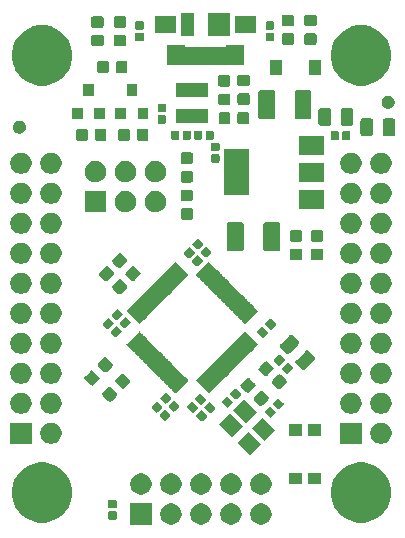
<source format=gbr>
G04 #@! TF.GenerationSoftware,KiCad,Pcbnew,(5.1.5)-3*
G04 #@! TF.CreationDate,2020-08-13T21:18:49+02:00*
G04 #@! TF.ProjectId,STM32 Dev.Board,53544d33-3220-4446-9576-2e426f617264,rev?*
G04 #@! TF.SameCoordinates,Original*
G04 #@! TF.FileFunction,Soldermask,Top*
G04 #@! TF.FilePolarity,Negative*
%FSLAX46Y46*%
G04 Gerber Fmt 4.6, Leading zero omitted, Abs format (unit mm)*
G04 Created by KiCad (PCBNEW (5.1.5)-3) date 2020-08-13 21:18:49*
%MOMM*%
%LPD*%
G04 APERTURE LIST*
%ADD10C,0.100000*%
G04 APERTURE END LIST*
D10*
G36*
X152640512Y-131920527D02*
G01*
X152789812Y-131950224D01*
X152953784Y-132018144D01*
X153101354Y-132116747D01*
X153226853Y-132242246D01*
X153325456Y-132389816D01*
X153393376Y-132553788D01*
X153417861Y-132676886D01*
X153425769Y-132716640D01*
X153428000Y-132727859D01*
X153428000Y-132905341D01*
X153393376Y-133079412D01*
X153325456Y-133243384D01*
X153226853Y-133390954D01*
X153101354Y-133516453D01*
X152953784Y-133615056D01*
X152789812Y-133682976D01*
X152640512Y-133712673D01*
X152615742Y-133717600D01*
X152438258Y-133717600D01*
X152413488Y-133712673D01*
X152264188Y-133682976D01*
X152100216Y-133615056D01*
X151952646Y-133516453D01*
X151827147Y-133390954D01*
X151728544Y-133243384D01*
X151660624Y-133079412D01*
X151626000Y-132905341D01*
X151626000Y-132727859D01*
X151628232Y-132716640D01*
X151636139Y-132676886D01*
X151660624Y-132553788D01*
X151728544Y-132389816D01*
X151827147Y-132242246D01*
X151952646Y-132116747D01*
X152100216Y-132018144D01*
X152264188Y-131950224D01*
X152413488Y-131920527D01*
X152438258Y-131915600D01*
X152615742Y-131915600D01*
X152640512Y-131920527D01*
G37*
G36*
X150100512Y-131920527D02*
G01*
X150249812Y-131950224D01*
X150413784Y-132018144D01*
X150561354Y-132116747D01*
X150686853Y-132242246D01*
X150785456Y-132389816D01*
X150853376Y-132553788D01*
X150877861Y-132676886D01*
X150885769Y-132716640D01*
X150888000Y-132727859D01*
X150888000Y-132905341D01*
X150853376Y-133079412D01*
X150785456Y-133243384D01*
X150686853Y-133390954D01*
X150561354Y-133516453D01*
X150413784Y-133615056D01*
X150249812Y-133682976D01*
X150100512Y-133712673D01*
X150075742Y-133717600D01*
X149898258Y-133717600D01*
X149873488Y-133712673D01*
X149724188Y-133682976D01*
X149560216Y-133615056D01*
X149412646Y-133516453D01*
X149287147Y-133390954D01*
X149188544Y-133243384D01*
X149120624Y-133079412D01*
X149086000Y-132905341D01*
X149086000Y-132727859D01*
X149088232Y-132716640D01*
X149096139Y-132676886D01*
X149120624Y-132553788D01*
X149188544Y-132389816D01*
X149287147Y-132242246D01*
X149412646Y-132116747D01*
X149560216Y-132018144D01*
X149724188Y-131950224D01*
X149873488Y-131920527D01*
X149898258Y-131915600D01*
X150075742Y-131915600D01*
X150100512Y-131920527D01*
G37*
G36*
X143268000Y-133717600D02*
G01*
X141466000Y-133717600D01*
X141466000Y-131915600D01*
X143268000Y-131915600D01*
X143268000Y-133717600D01*
G37*
G36*
X147560512Y-131920527D02*
G01*
X147709812Y-131950224D01*
X147873784Y-132018144D01*
X148021354Y-132116747D01*
X148146853Y-132242246D01*
X148245456Y-132389816D01*
X148313376Y-132553788D01*
X148337861Y-132676886D01*
X148345769Y-132716640D01*
X148348000Y-132727859D01*
X148348000Y-132905341D01*
X148313376Y-133079412D01*
X148245456Y-133243384D01*
X148146853Y-133390954D01*
X148021354Y-133516453D01*
X147873784Y-133615056D01*
X147709812Y-133682976D01*
X147560512Y-133712673D01*
X147535742Y-133717600D01*
X147358258Y-133717600D01*
X147333488Y-133712673D01*
X147184188Y-133682976D01*
X147020216Y-133615056D01*
X146872646Y-133516453D01*
X146747147Y-133390954D01*
X146648544Y-133243384D01*
X146580624Y-133079412D01*
X146546000Y-132905341D01*
X146546000Y-132727859D01*
X146548232Y-132716640D01*
X146556139Y-132676886D01*
X146580624Y-132553788D01*
X146648544Y-132389816D01*
X146747147Y-132242246D01*
X146872646Y-132116747D01*
X147020216Y-132018144D01*
X147184188Y-131950224D01*
X147333488Y-131920527D01*
X147358258Y-131915600D01*
X147535742Y-131915600D01*
X147560512Y-131920527D01*
G37*
G36*
X145020512Y-131920527D02*
G01*
X145169812Y-131950224D01*
X145333784Y-132018144D01*
X145481354Y-132116747D01*
X145606853Y-132242246D01*
X145705456Y-132389816D01*
X145773376Y-132553788D01*
X145797861Y-132676886D01*
X145805769Y-132716640D01*
X145808000Y-132727859D01*
X145808000Y-132905341D01*
X145773376Y-133079412D01*
X145705456Y-133243384D01*
X145606853Y-133390954D01*
X145481354Y-133516453D01*
X145333784Y-133615056D01*
X145169812Y-133682976D01*
X145020512Y-133712673D01*
X144995742Y-133717600D01*
X144818258Y-133717600D01*
X144793488Y-133712673D01*
X144644188Y-133682976D01*
X144480216Y-133615056D01*
X144332646Y-133516453D01*
X144207147Y-133390954D01*
X144108544Y-133243384D01*
X144040624Y-133079412D01*
X144006000Y-132905341D01*
X144006000Y-132727859D01*
X144008232Y-132716640D01*
X144016139Y-132676886D01*
X144040624Y-132553788D01*
X144108544Y-132389816D01*
X144207147Y-132242246D01*
X144332646Y-132116747D01*
X144480216Y-132018144D01*
X144644188Y-131950224D01*
X144793488Y-131920527D01*
X144818258Y-131915600D01*
X144995742Y-131915600D01*
X145020512Y-131920527D01*
G37*
G36*
X161744098Y-128547033D02*
G01*
X162208350Y-128739332D01*
X162208352Y-128739333D01*
X162626168Y-129018509D01*
X162981491Y-129373832D01*
X163117075Y-129576748D01*
X163260668Y-129791650D01*
X163452967Y-130255902D01*
X163551000Y-130748747D01*
X163551000Y-131251253D01*
X163452967Y-131744098D01*
X163271271Y-132182751D01*
X163260667Y-132208352D01*
X162981491Y-132626168D01*
X162626168Y-132981491D01*
X162208352Y-133260667D01*
X162208351Y-133260668D01*
X162208350Y-133260668D01*
X161744098Y-133452967D01*
X161251253Y-133551000D01*
X160748747Y-133551000D01*
X160255902Y-133452967D01*
X159791650Y-133260668D01*
X159791649Y-133260668D01*
X159791648Y-133260667D01*
X159373832Y-132981491D01*
X159018509Y-132626168D01*
X158739333Y-132208352D01*
X158728729Y-132182751D01*
X158547033Y-131744098D01*
X158449000Y-131251253D01*
X158449000Y-130748747D01*
X158547033Y-130255902D01*
X158739332Y-129791650D01*
X158882925Y-129576748D01*
X159018509Y-129373832D01*
X159373832Y-129018509D01*
X159791648Y-128739333D01*
X159791650Y-128739332D01*
X160255902Y-128547033D01*
X160748747Y-128449000D01*
X161251253Y-128449000D01*
X161744098Y-128547033D01*
G37*
G36*
X134744098Y-128547033D02*
G01*
X135208350Y-128739332D01*
X135208352Y-128739333D01*
X135626168Y-129018509D01*
X135981491Y-129373832D01*
X136117075Y-129576748D01*
X136260668Y-129791650D01*
X136452967Y-130255902D01*
X136551000Y-130748747D01*
X136551000Y-131251253D01*
X136452967Y-131744098D01*
X136271271Y-132182751D01*
X136260667Y-132208352D01*
X135981491Y-132626168D01*
X135626168Y-132981491D01*
X135208352Y-133260667D01*
X135208351Y-133260668D01*
X135208350Y-133260668D01*
X134744098Y-133452967D01*
X134251253Y-133551000D01*
X133748747Y-133551000D01*
X133255902Y-133452967D01*
X132791650Y-133260668D01*
X132791649Y-133260668D01*
X132791648Y-133260667D01*
X132373832Y-132981491D01*
X132018509Y-132626168D01*
X131739333Y-132208352D01*
X131728729Y-132182751D01*
X131547033Y-131744098D01*
X131449000Y-131251253D01*
X131449000Y-130748747D01*
X131547033Y-130255902D01*
X131739332Y-129791650D01*
X131882925Y-129576748D01*
X132018509Y-129373832D01*
X132373832Y-129018509D01*
X132791648Y-128739333D01*
X132791650Y-128739332D01*
X133255902Y-128547033D01*
X133748747Y-128449000D01*
X134251253Y-128449000D01*
X134744098Y-128547033D01*
G37*
G36*
X140235938Y-132602716D02*
G01*
X140256557Y-132608971D01*
X140275553Y-132619124D01*
X140292208Y-132632792D01*
X140305876Y-132649447D01*
X140316029Y-132668443D01*
X140322284Y-132689062D01*
X140325000Y-132716640D01*
X140325000Y-133175360D01*
X140322284Y-133202938D01*
X140316029Y-133223557D01*
X140305876Y-133242553D01*
X140292208Y-133259208D01*
X140275553Y-133272876D01*
X140256557Y-133283029D01*
X140235938Y-133289284D01*
X140208360Y-133292000D01*
X139699640Y-133292000D01*
X139672062Y-133289284D01*
X139651443Y-133283029D01*
X139632447Y-133272876D01*
X139615792Y-133259208D01*
X139602124Y-133242553D01*
X139591971Y-133223557D01*
X139585716Y-133202938D01*
X139583000Y-133175360D01*
X139583000Y-132716640D01*
X139585716Y-132689062D01*
X139591971Y-132668443D01*
X139602124Y-132649447D01*
X139615792Y-132632792D01*
X139632447Y-132619124D01*
X139651443Y-132608971D01*
X139672062Y-132602716D01*
X139699640Y-132600000D01*
X140208360Y-132600000D01*
X140235938Y-132602716D01*
G37*
G36*
X140235938Y-131632716D02*
G01*
X140256557Y-131638971D01*
X140275553Y-131649124D01*
X140292208Y-131662792D01*
X140305876Y-131679447D01*
X140316029Y-131698443D01*
X140322284Y-131719062D01*
X140325000Y-131746640D01*
X140325000Y-132205360D01*
X140322284Y-132232938D01*
X140316029Y-132253557D01*
X140305876Y-132272553D01*
X140292208Y-132289208D01*
X140275553Y-132302876D01*
X140256557Y-132313029D01*
X140235938Y-132319284D01*
X140208360Y-132322000D01*
X139699640Y-132322000D01*
X139672062Y-132319284D01*
X139651443Y-132313029D01*
X139632447Y-132302876D01*
X139615792Y-132289208D01*
X139602124Y-132272553D01*
X139591971Y-132253557D01*
X139585716Y-132232938D01*
X139583000Y-132205360D01*
X139583000Y-131746640D01*
X139585716Y-131719062D01*
X139591971Y-131698443D01*
X139602124Y-131679447D01*
X139615792Y-131662792D01*
X139632447Y-131649124D01*
X139651443Y-131638971D01*
X139672062Y-131632716D01*
X139699640Y-131630000D01*
X140208360Y-131630000D01*
X140235938Y-131632716D01*
G37*
G36*
X142480512Y-129380527D02*
G01*
X142629812Y-129410224D01*
X142793784Y-129478144D01*
X142941354Y-129576747D01*
X143066853Y-129702246D01*
X143165456Y-129849816D01*
X143233376Y-130013788D01*
X143268000Y-130187859D01*
X143268000Y-130365341D01*
X143233376Y-130539412D01*
X143165456Y-130703384D01*
X143066853Y-130850954D01*
X142941354Y-130976453D01*
X142793784Y-131075056D01*
X142629812Y-131142976D01*
X142480512Y-131172673D01*
X142455742Y-131177600D01*
X142278258Y-131177600D01*
X142253488Y-131172673D01*
X142104188Y-131142976D01*
X141940216Y-131075056D01*
X141792646Y-130976453D01*
X141667147Y-130850954D01*
X141568544Y-130703384D01*
X141500624Y-130539412D01*
X141466000Y-130365341D01*
X141466000Y-130187859D01*
X141500624Y-130013788D01*
X141568544Y-129849816D01*
X141667147Y-129702246D01*
X141792646Y-129576747D01*
X141940216Y-129478144D01*
X142104188Y-129410224D01*
X142253488Y-129380527D01*
X142278258Y-129375600D01*
X142455742Y-129375600D01*
X142480512Y-129380527D01*
G37*
G36*
X150100512Y-129380527D02*
G01*
X150249812Y-129410224D01*
X150413784Y-129478144D01*
X150561354Y-129576747D01*
X150686853Y-129702246D01*
X150785456Y-129849816D01*
X150853376Y-130013788D01*
X150888000Y-130187859D01*
X150888000Y-130365341D01*
X150853376Y-130539412D01*
X150785456Y-130703384D01*
X150686853Y-130850954D01*
X150561354Y-130976453D01*
X150413784Y-131075056D01*
X150249812Y-131142976D01*
X150100512Y-131172673D01*
X150075742Y-131177600D01*
X149898258Y-131177600D01*
X149873488Y-131172673D01*
X149724188Y-131142976D01*
X149560216Y-131075056D01*
X149412646Y-130976453D01*
X149287147Y-130850954D01*
X149188544Y-130703384D01*
X149120624Y-130539412D01*
X149086000Y-130365341D01*
X149086000Y-130187859D01*
X149120624Y-130013788D01*
X149188544Y-129849816D01*
X149287147Y-129702246D01*
X149412646Y-129576747D01*
X149560216Y-129478144D01*
X149724188Y-129410224D01*
X149873488Y-129380527D01*
X149898258Y-129375600D01*
X150075742Y-129375600D01*
X150100512Y-129380527D01*
G37*
G36*
X152640512Y-129380527D02*
G01*
X152789812Y-129410224D01*
X152953784Y-129478144D01*
X153101354Y-129576747D01*
X153226853Y-129702246D01*
X153325456Y-129849816D01*
X153393376Y-130013788D01*
X153428000Y-130187859D01*
X153428000Y-130365341D01*
X153393376Y-130539412D01*
X153325456Y-130703384D01*
X153226853Y-130850954D01*
X153101354Y-130976453D01*
X152953784Y-131075056D01*
X152789812Y-131142976D01*
X152640512Y-131172673D01*
X152615742Y-131177600D01*
X152438258Y-131177600D01*
X152413488Y-131172673D01*
X152264188Y-131142976D01*
X152100216Y-131075056D01*
X151952646Y-130976453D01*
X151827147Y-130850954D01*
X151728544Y-130703384D01*
X151660624Y-130539412D01*
X151626000Y-130365341D01*
X151626000Y-130187859D01*
X151660624Y-130013788D01*
X151728544Y-129849816D01*
X151827147Y-129702246D01*
X151952646Y-129576747D01*
X152100216Y-129478144D01*
X152264188Y-129410224D01*
X152413488Y-129380527D01*
X152438258Y-129375600D01*
X152615742Y-129375600D01*
X152640512Y-129380527D01*
G37*
G36*
X145020512Y-129380527D02*
G01*
X145169812Y-129410224D01*
X145333784Y-129478144D01*
X145481354Y-129576747D01*
X145606853Y-129702246D01*
X145705456Y-129849816D01*
X145773376Y-130013788D01*
X145808000Y-130187859D01*
X145808000Y-130365341D01*
X145773376Y-130539412D01*
X145705456Y-130703384D01*
X145606853Y-130850954D01*
X145481354Y-130976453D01*
X145333784Y-131075056D01*
X145169812Y-131142976D01*
X145020512Y-131172673D01*
X144995742Y-131177600D01*
X144818258Y-131177600D01*
X144793488Y-131172673D01*
X144644188Y-131142976D01*
X144480216Y-131075056D01*
X144332646Y-130976453D01*
X144207147Y-130850954D01*
X144108544Y-130703384D01*
X144040624Y-130539412D01*
X144006000Y-130365341D01*
X144006000Y-130187859D01*
X144040624Y-130013788D01*
X144108544Y-129849816D01*
X144207147Y-129702246D01*
X144332646Y-129576747D01*
X144480216Y-129478144D01*
X144644188Y-129410224D01*
X144793488Y-129380527D01*
X144818258Y-129375600D01*
X144995742Y-129375600D01*
X145020512Y-129380527D01*
G37*
G36*
X147560512Y-129380527D02*
G01*
X147709812Y-129410224D01*
X147873784Y-129478144D01*
X148021354Y-129576747D01*
X148146853Y-129702246D01*
X148245456Y-129849816D01*
X148313376Y-130013788D01*
X148348000Y-130187859D01*
X148348000Y-130365341D01*
X148313376Y-130539412D01*
X148245456Y-130703384D01*
X148146853Y-130850954D01*
X148021354Y-130976453D01*
X147873784Y-131075056D01*
X147709812Y-131142976D01*
X147560512Y-131172673D01*
X147535742Y-131177600D01*
X147358258Y-131177600D01*
X147333488Y-131172673D01*
X147184188Y-131142976D01*
X147020216Y-131075056D01*
X146872646Y-130976453D01*
X146747147Y-130850954D01*
X146648544Y-130703384D01*
X146580624Y-130539412D01*
X146546000Y-130365341D01*
X146546000Y-130187859D01*
X146580624Y-130013788D01*
X146648544Y-129849816D01*
X146747147Y-129702246D01*
X146872646Y-129576747D01*
X147020216Y-129478144D01*
X147184188Y-129410224D01*
X147333488Y-129380527D01*
X147358258Y-129375600D01*
X147535742Y-129375600D01*
X147560512Y-129380527D01*
G37*
G36*
X156037200Y-130313000D02*
G01*
X154935200Y-130313000D01*
X154935200Y-129311000D01*
X156037200Y-129311000D01*
X156037200Y-130313000D01*
G37*
G36*
X157637200Y-130313000D02*
G01*
X156535200Y-130313000D01*
X156535200Y-129311000D01*
X157637200Y-129311000D01*
X157637200Y-130313000D01*
G37*
G36*
X152526741Y-126925569D02*
G01*
X151606088Y-127846222D01*
X150544013Y-126784147D01*
X151464666Y-125863494D01*
X152526741Y-126925569D01*
G37*
G36*
X161048000Y-126885000D02*
G01*
X159246000Y-126885000D01*
X159246000Y-125083000D01*
X161048000Y-125083000D01*
X161048000Y-126885000D01*
G37*
G36*
X133108000Y-126885000D02*
G01*
X131306000Y-126885000D01*
X131306000Y-125083000D01*
X133108000Y-125083000D01*
X133108000Y-126885000D01*
G37*
G36*
X162800512Y-125087927D02*
G01*
X162949812Y-125117624D01*
X163113784Y-125185544D01*
X163261354Y-125284147D01*
X163386853Y-125409646D01*
X163485456Y-125557216D01*
X163553376Y-125721188D01*
X163588000Y-125895259D01*
X163588000Y-126072741D01*
X163553376Y-126246812D01*
X163485456Y-126410784D01*
X163386853Y-126558354D01*
X163261354Y-126683853D01*
X163113784Y-126782456D01*
X162949812Y-126850376D01*
X162800512Y-126880073D01*
X162775742Y-126885000D01*
X162598258Y-126885000D01*
X162573488Y-126880073D01*
X162424188Y-126850376D01*
X162260216Y-126782456D01*
X162112646Y-126683853D01*
X161987147Y-126558354D01*
X161888544Y-126410784D01*
X161820624Y-126246812D01*
X161786000Y-126072741D01*
X161786000Y-125895259D01*
X161820624Y-125721188D01*
X161888544Y-125557216D01*
X161987147Y-125409646D01*
X162112646Y-125284147D01*
X162260216Y-125185544D01*
X162424188Y-125117624D01*
X162573488Y-125087927D01*
X162598258Y-125083000D01*
X162775742Y-125083000D01*
X162800512Y-125087927D01*
G37*
G36*
X134860512Y-125087927D02*
G01*
X135009812Y-125117624D01*
X135173784Y-125185544D01*
X135321354Y-125284147D01*
X135446853Y-125409646D01*
X135545456Y-125557216D01*
X135613376Y-125721188D01*
X135648000Y-125895259D01*
X135648000Y-126072741D01*
X135613376Y-126246812D01*
X135545456Y-126410784D01*
X135446853Y-126558354D01*
X135321354Y-126683853D01*
X135173784Y-126782456D01*
X135009812Y-126850376D01*
X134860512Y-126880073D01*
X134835742Y-126885000D01*
X134658258Y-126885000D01*
X134633488Y-126880073D01*
X134484188Y-126850376D01*
X134320216Y-126782456D01*
X134172646Y-126683853D01*
X134047147Y-126558354D01*
X133948544Y-126410784D01*
X133880624Y-126246812D01*
X133846000Y-126072741D01*
X133846000Y-125895259D01*
X133880624Y-125721188D01*
X133948544Y-125557216D01*
X134047147Y-125409646D01*
X134172646Y-125284147D01*
X134320216Y-125185544D01*
X134484188Y-125117624D01*
X134633488Y-125087927D01*
X134658258Y-125083000D01*
X134835742Y-125083000D01*
X134860512Y-125087927D01*
G37*
G36*
X153728822Y-125723488D02*
G01*
X152808169Y-126644141D01*
X151746094Y-125582066D01*
X152666747Y-124661413D01*
X153728822Y-125723488D01*
G37*
G36*
X150971106Y-125369934D02*
G01*
X150050453Y-126290587D01*
X148988378Y-125228512D01*
X149909031Y-124307859D01*
X150971106Y-125369934D01*
G37*
G36*
X157637200Y-126213000D02*
G01*
X156535200Y-126213000D01*
X156535200Y-125211000D01*
X157637200Y-125211000D01*
X157637200Y-126213000D01*
G37*
G36*
X156037200Y-126213000D02*
G01*
X154935200Y-126213000D01*
X154935200Y-125211000D01*
X156037200Y-125211000D01*
X156037200Y-126213000D01*
G37*
G36*
X152173187Y-124167853D02*
G01*
X151252534Y-125088506D01*
X150190459Y-124026431D01*
X151111112Y-123105778D01*
X152173187Y-124167853D01*
G37*
G36*
X147501513Y-124052338D02*
G01*
X147522132Y-124058593D01*
X147541128Y-124068746D01*
X147562549Y-124086326D01*
X147922274Y-124446051D01*
X147939854Y-124467472D01*
X147950007Y-124486468D01*
X147956262Y-124507087D01*
X147958373Y-124528525D01*
X147956262Y-124549963D01*
X147950007Y-124570582D01*
X147939854Y-124589578D01*
X147922274Y-124610999D01*
X147597905Y-124935368D01*
X147576484Y-124952948D01*
X147557488Y-124963101D01*
X147536869Y-124969356D01*
X147515431Y-124971467D01*
X147493993Y-124969356D01*
X147473374Y-124963101D01*
X147454378Y-124952948D01*
X147432957Y-124935368D01*
X147073232Y-124575643D01*
X147055652Y-124554222D01*
X147045499Y-124535226D01*
X147039244Y-124514607D01*
X147037133Y-124493169D01*
X147039244Y-124471731D01*
X147045499Y-124451112D01*
X147055652Y-124432116D01*
X147073232Y-124410695D01*
X147397601Y-124086326D01*
X147419022Y-124068746D01*
X147438018Y-124058593D01*
X147458637Y-124052338D01*
X147480075Y-124050227D01*
X147501513Y-124052338D01*
G37*
G36*
X144450863Y-124001538D02*
G01*
X144471482Y-124007793D01*
X144490478Y-124017946D01*
X144511899Y-124035526D01*
X144836268Y-124359895D01*
X144853848Y-124381316D01*
X144864001Y-124400312D01*
X144870256Y-124420931D01*
X144872367Y-124442369D01*
X144870256Y-124463807D01*
X144864001Y-124484426D01*
X144853848Y-124503422D01*
X144836268Y-124524843D01*
X144476543Y-124884568D01*
X144455122Y-124902148D01*
X144436126Y-124912301D01*
X144415507Y-124918556D01*
X144394069Y-124920667D01*
X144372631Y-124918556D01*
X144352012Y-124912301D01*
X144333016Y-124902148D01*
X144311595Y-124884568D01*
X143987226Y-124560199D01*
X143969646Y-124538778D01*
X143959493Y-124519782D01*
X143953238Y-124499163D01*
X143951127Y-124477725D01*
X143953238Y-124456287D01*
X143959493Y-124435668D01*
X143969646Y-124416672D01*
X143987226Y-124395251D01*
X144346951Y-124035526D01*
X144368372Y-124017946D01*
X144387368Y-124007793D01*
X144407987Y-124001538D01*
X144429425Y-123999427D01*
X144450863Y-124001538D01*
G37*
G36*
X153330813Y-123734838D02*
G01*
X153351432Y-123741093D01*
X153370428Y-123751246D01*
X153391849Y-123768826D01*
X153751574Y-124128551D01*
X153769154Y-124149972D01*
X153779307Y-124168968D01*
X153785562Y-124189587D01*
X153787673Y-124211025D01*
X153785562Y-124232463D01*
X153779307Y-124253082D01*
X153769154Y-124272078D01*
X153751574Y-124293499D01*
X153427205Y-124617868D01*
X153405784Y-124635448D01*
X153386788Y-124645601D01*
X153366169Y-124651856D01*
X153344731Y-124653967D01*
X153323293Y-124651856D01*
X153302674Y-124645601D01*
X153283678Y-124635448D01*
X153262257Y-124617868D01*
X152902532Y-124258143D01*
X152884952Y-124236722D01*
X152874799Y-124217726D01*
X152868544Y-124197107D01*
X152866433Y-124175669D01*
X152868544Y-124154231D01*
X152874799Y-124133612D01*
X152884952Y-124114616D01*
X152902532Y-124093195D01*
X153226901Y-123768826D01*
X153248322Y-123751246D01*
X153267318Y-123741093D01*
X153287937Y-123734838D01*
X153309375Y-123732727D01*
X153330813Y-123734838D01*
G37*
G36*
X134860512Y-122547927D02*
G01*
X135009812Y-122577624D01*
X135173784Y-122645544D01*
X135321354Y-122744147D01*
X135446853Y-122869646D01*
X135545456Y-123017216D01*
X135613376Y-123181188D01*
X135638546Y-123307731D01*
X135648000Y-123355258D01*
X135648000Y-123532742D01*
X135645409Y-123545766D01*
X135613376Y-123706812D01*
X135545456Y-123870784D01*
X135446853Y-124018354D01*
X135321354Y-124143853D01*
X135173784Y-124242456D01*
X135009812Y-124310376D01*
X134860512Y-124340073D01*
X134835742Y-124345000D01*
X134658258Y-124345000D01*
X134633488Y-124340073D01*
X134484188Y-124310376D01*
X134320216Y-124242456D01*
X134172646Y-124143853D01*
X134047147Y-124018354D01*
X133948544Y-123870784D01*
X133880624Y-123706812D01*
X133848591Y-123545766D01*
X133846000Y-123532742D01*
X133846000Y-123355258D01*
X133855454Y-123307731D01*
X133880624Y-123181188D01*
X133948544Y-123017216D01*
X134047147Y-122869646D01*
X134172646Y-122744147D01*
X134320216Y-122645544D01*
X134484188Y-122577624D01*
X134633488Y-122547927D01*
X134658258Y-122543000D01*
X134835742Y-122543000D01*
X134860512Y-122547927D01*
G37*
G36*
X162800512Y-122547927D02*
G01*
X162949812Y-122577624D01*
X163113784Y-122645544D01*
X163261354Y-122744147D01*
X163386853Y-122869646D01*
X163485456Y-123017216D01*
X163553376Y-123181188D01*
X163578546Y-123307731D01*
X163588000Y-123355258D01*
X163588000Y-123532742D01*
X163585409Y-123545766D01*
X163553376Y-123706812D01*
X163485456Y-123870784D01*
X163386853Y-124018354D01*
X163261354Y-124143853D01*
X163113784Y-124242456D01*
X162949812Y-124310376D01*
X162800512Y-124340073D01*
X162775742Y-124345000D01*
X162598258Y-124345000D01*
X162573488Y-124340073D01*
X162424188Y-124310376D01*
X162260216Y-124242456D01*
X162112646Y-124143853D01*
X161987147Y-124018354D01*
X161888544Y-123870784D01*
X161820624Y-123706812D01*
X161788591Y-123545766D01*
X161786000Y-123532742D01*
X161786000Y-123355258D01*
X161795454Y-123307731D01*
X161820624Y-123181188D01*
X161888544Y-123017216D01*
X161987147Y-122869646D01*
X162112646Y-122744147D01*
X162260216Y-122645544D01*
X162424188Y-122577624D01*
X162573488Y-122547927D01*
X162598258Y-122543000D01*
X162775742Y-122543000D01*
X162800512Y-122547927D01*
G37*
G36*
X160260512Y-122547927D02*
G01*
X160409812Y-122577624D01*
X160573784Y-122645544D01*
X160721354Y-122744147D01*
X160846853Y-122869646D01*
X160945456Y-123017216D01*
X161013376Y-123181188D01*
X161038546Y-123307731D01*
X161048000Y-123355258D01*
X161048000Y-123532742D01*
X161045409Y-123545766D01*
X161013376Y-123706812D01*
X160945456Y-123870784D01*
X160846853Y-124018354D01*
X160721354Y-124143853D01*
X160573784Y-124242456D01*
X160409812Y-124310376D01*
X160260512Y-124340073D01*
X160235742Y-124345000D01*
X160058258Y-124345000D01*
X160033488Y-124340073D01*
X159884188Y-124310376D01*
X159720216Y-124242456D01*
X159572646Y-124143853D01*
X159447147Y-124018354D01*
X159348544Y-123870784D01*
X159280624Y-123706812D01*
X159248591Y-123545766D01*
X159246000Y-123532742D01*
X159246000Y-123355258D01*
X159255454Y-123307731D01*
X159280624Y-123181188D01*
X159348544Y-123017216D01*
X159447147Y-122869646D01*
X159572646Y-122744147D01*
X159720216Y-122645544D01*
X159884188Y-122577624D01*
X160033488Y-122547927D01*
X160058258Y-122543000D01*
X160235742Y-122543000D01*
X160260512Y-122547927D01*
G37*
G36*
X132320512Y-122547927D02*
G01*
X132469812Y-122577624D01*
X132633784Y-122645544D01*
X132781354Y-122744147D01*
X132906853Y-122869646D01*
X133005456Y-123017216D01*
X133073376Y-123181188D01*
X133098546Y-123307731D01*
X133108000Y-123355258D01*
X133108000Y-123532742D01*
X133105409Y-123545766D01*
X133073376Y-123706812D01*
X133005456Y-123870784D01*
X132906853Y-124018354D01*
X132781354Y-124143853D01*
X132633784Y-124242456D01*
X132469812Y-124310376D01*
X132320512Y-124340073D01*
X132295742Y-124345000D01*
X132118258Y-124345000D01*
X132093488Y-124340073D01*
X131944188Y-124310376D01*
X131780216Y-124242456D01*
X131632646Y-124143853D01*
X131507147Y-124018354D01*
X131408544Y-123870784D01*
X131340624Y-123706812D01*
X131308591Y-123545766D01*
X131306000Y-123532742D01*
X131306000Y-123355258D01*
X131315454Y-123307731D01*
X131340624Y-123181188D01*
X131408544Y-123017216D01*
X131507147Y-122869646D01*
X131632646Y-122744147D01*
X131780216Y-122645544D01*
X131944188Y-122577624D01*
X132093488Y-122547927D01*
X132118258Y-122543000D01*
X132295742Y-122543000D01*
X132320512Y-122547927D01*
G37*
G36*
X148187407Y-123366444D02*
G01*
X148208026Y-123372699D01*
X148227022Y-123382852D01*
X148248443Y-123400432D01*
X148608168Y-123760157D01*
X148625748Y-123781578D01*
X148635901Y-123800574D01*
X148642156Y-123821193D01*
X148644267Y-123842631D01*
X148642156Y-123864069D01*
X148635901Y-123884688D01*
X148625748Y-123903684D01*
X148608168Y-123925105D01*
X148283799Y-124249474D01*
X148262378Y-124267054D01*
X148243382Y-124277207D01*
X148222763Y-124283462D01*
X148201325Y-124285573D01*
X148179887Y-124283462D01*
X148159268Y-124277207D01*
X148140272Y-124267054D01*
X148118851Y-124249474D01*
X147759126Y-123889749D01*
X147741546Y-123868328D01*
X147731393Y-123849332D01*
X147725138Y-123828713D01*
X147723027Y-123807275D01*
X147725138Y-123785837D01*
X147731393Y-123765218D01*
X147741546Y-123746222D01*
X147759126Y-123724801D01*
X148083495Y-123400432D01*
X148104916Y-123382852D01*
X148123912Y-123372699D01*
X148144531Y-123366444D01*
X148165969Y-123364333D01*
X148187407Y-123366444D01*
G37*
G36*
X146739513Y-123341138D02*
G01*
X146760132Y-123347393D01*
X146779128Y-123357546D01*
X146800549Y-123375126D01*
X147160274Y-123734851D01*
X147177854Y-123756272D01*
X147188007Y-123775268D01*
X147194262Y-123795887D01*
X147196373Y-123817325D01*
X147194262Y-123838763D01*
X147188007Y-123859382D01*
X147177854Y-123878378D01*
X147160274Y-123899799D01*
X146835905Y-124224168D01*
X146814484Y-124241748D01*
X146795488Y-124251901D01*
X146774869Y-124258156D01*
X146753431Y-124260267D01*
X146731993Y-124258156D01*
X146711374Y-124251901D01*
X146692378Y-124241748D01*
X146670957Y-124224168D01*
X146311232Y-123864443D01*
X146293652Y-123843022D01*
X146283499Y-123824026D01*
X146277244Y-123803407D01*
X146275133Y-123781969D01*
X146277244Y-123760531D01*
X146283499Y-123739912D01*
X146293652Y-123720916D01*
X146311232Y-123699495D01*
X146635601Y-123375126D01*
X146657022Y-123357546D01*
X146676018Y-123347393D01*
X146696637Y-123341138D01*
X146718075Y-123339027D01*
X146739513Y-123341138D01*
G37*
G36*
X143764969Y-123315644D02*
G01*
X143785588Y-123321899D01*
X143804584Y-123332052D01*
X143826005Y-123349632D01*
X144150374Y-123674001D01*
X144167954Y-123695422D01*
X144178107Y-123714418D01*
X144184362Y-123735037D01*
X144186473Y-123756475D01*
X144184362Y-123777913D01*
X144178107Y-123798532D01*
X144167954Y-123817528D01*
X144150374Y-123838949D01*
X143790649Y-124198674D01*
X143769228Y-124216254D01*
X143750232Y-124226407D01*
X143729613Y-124232662D01*
X143708175Y-124234773D01*
X143686737Y-124232662D01*
X143666118Y-124226407D01*
X143647122Y-124216254D01*
X143625701Y-124198674D01*
X143301332Y-123874305D01*
X143283752Y-123852884D01*
X143273599Y-123833888D01*
X143267344Y-123813269D01*
X143265233Y-123791831D01*
X143267344Y-123770393D01*
X143273599Y-123749774D01*
X143283752Y-123730778D01*
X143301332Y-123709357D01*
X143661057Y-123349632D01*
X143682478Y-123332052D01*
X143701474Y-123321899D01*
X143722093Y-123315644D01*
X143743531Y-123313533D01*
X143764969Y-123315644D01*
G37*
G36*
X145207763Y-123239538D02*
G01*
X145228382Y-123245793D01*
X145247378Y-123255946D01*
X145268799Y-123273526D01*
X145593168Y-123597895D01*
X145610748Y-123619316D01*
X145620901Y-123638312D01*
X145627156Y-123658931D01*
X145629267Y-123680369D01*
X145627156Y-123701807D01*
X145620901Y-123722426D01*
X145610748Y-123741422D01*
X145593168Y-123762843D01*
X145233443Y-124122568D01*
X145212022Y-124140148D01*
X145193026Y-124150301D01*
X145172407Y-124156556D01*
X145150969Y-124158667D01*
X145129531Y-124156556D01*
X145108912Y-124150301D01*
X145089916Y-124140148D01*
X145068495Y-124122568D01*
X144744126Y-123798199D01*
X144726546Y-123776778D01*
X144716393Y-123757782D01*
X144710138Y-123737163D01*
X144708027Y-123715725D01*
X144710138Y-123694287D01*
X144716393Y-123673668D01*
X144726546Y-123654672D01*
X144744126Y-123633251D01*
X145103851Y-123273526D01*
X145125272Y-123255946D01*
X145144268Y-123245793D01*
X145164887Y-123239538D01*
X145186325Y-123237427D01*
X145207763Y-123239538D01*
G37*
G36*
X154016707Y-123048944D02*
G01*
X154037326Y-123055199D01*
X154056322Y-123065352D01*
X154077743Y-123082932D01*
X154437468Y-123442657D01*
X154455048Y-123464078D01*
X154465201Y-123483074D01*
X154471456Y-123503693D01*
X154473567Y-123525131D01*
X154471456Y-123546569D01*
X154465201Y-123567188D01*
X154455048Y-123586184D01*
X154437468Y-123607605D01*
X154113099Y-123931974D01*
X154091678Y-123949554D01*
X154072682Y-123959707D01*
X154052063Y-123965962D01*
X154030625Y-123968073D01*
X154009187Y-123965962D01*
X153988568Y-123959707D01*
X153969572Y-123949554D01*
X153948151Y-123931974D01*
X153588426Y-123572249D01*
X153570846Y-123550828D01*
X153560693Y-123531832D01*
X153554438Y-123511213D01*
X153552327Y-123489775D01*
X153554438Y-123468337D01*
X153560693Y-123447718D01*
X153570846Y-123428722D01*
X153588426Y-123407301D01*
X153912795Y-123082932D01*
X153934216Y-123065352D01*
X153953212Y-123055199D01*
X153973831Y-123048944D01*
X153995269Y-123046833D01*
X154016707Y-123048944D01*
G37*
G36*
X149698613Y-122896638D02*
G01*
X149719232Y-122902893D01*
X149738228Y-122913046D01*
X149759649Y-122930626D01*
X150119374Y-123290351D01*
X150136954Y-123311772D01*
X150147107Y-123330768D01*
X150153362Y-123351387D01*
X150155473Y-123372825D01*
X150153362Y-123394263D01*
X150147107Y-123414882D01*
X150136954Y-123433878D01*
X150119374Y-123455299D01*
X149795005Y-123779668D01*
X149773584Y-123797248D01*
X149754588Y-123807401D01*
X149733969Y-123813656D01*
X149712531Y-123815767D01*
X149691093Y-123813656D01*
X149670474Y-123807401D01*
X149651478Y-123797248D01*
X149630057Y-123779668D01*
X149270332Y-123419943D01*
X149252752Y-123398522D01*
X149242599Y-123379526D01*
X149236344Y-123358907D01*
X149234233Y-123337469D01*
X149236344Y-123316031D01*
X149242599Y-123295412D01*
X149252752Y-123276416D01*
X149270332Y-123254995D01*
X149594701Y-122930626D01*
X149616122Y-122913046D01*
X149635118Y-122902893D01*
X149655737Y-122896638D01*
X149677175Y-122894527D01*
X149698613Y-122896638D01*
G37*
G36*
X152612305Y-122397655D02*
G01*
X152646283Y-122407963D01*
X152677604Y-122424704D01*
X152709818Y-122451142D01*
X152749669Y-122490993D01*
X152749675Y-122490998D01*
X153095096Y-122836419D01*
X153095101Y-122836425D01*
X153134952Y-122876276D01*
X153161390Y-122908490D01*
X153178131Y-122939811D01*
X153188439Y-122973789D01*
X153191919Y-123009130D01*
X153188439Y-123044471D01*
X153178131Y-123078449D01*
X153161390Y-123109770D01*
X153134952Y-123141984D01*
X153095101Y-123181835D01*
X153095096Y-123181841D01*
X152696641Y-123580296D01*
X152696635Y-123580301D01*
X152656784Y-123620152D01*
X152624570Y-123646590D01*
X152593249Y-123663331D01*
X152559271Y-123673639D01*
X152523930Y-123677119D01*
X152488589Y-123673639D01*
X152454611Y-123663331D01*
X152423290Y-123646590D01*
X152391076Y-123620152D01*
X152351225Y-123580301D01*
X152351219Y-123580296D01*
X152005798Y-123234875D01*
X152005793Y-123234869D01*
X151965942Y-123195018D01*
X151939504Y-123162804D01*
X151922763Y-123131483D01*
X151912455Y-123097505D01*
X151908975Y-123062164D01*
X151912455Y-123026823D01*
X151922763Y-122992845D01*
X151939504Y-122961524D01*
X151965942Y-122929310D01*
X152005793Y-122889459D01*
X152005798Y-122889453D01*
X152404253Y-122490998D01*
X152404259Y-122490993D01*
X152444110Y-122451142D01*
X152476324Y-122424704D01*
X152507645Y-122407963D01*
X152541623Y-122397655D01*
X152576964Y-122394175D01*
X152612305Y-122397655D01*
G37*
G36*
X147425407Y-122655244D02*
G01*
X147446026Y-122661499D01*
X147465022Y-122671652D01*
X147486443Y-122689232D01*
X147846168Y-123048957D01*
X147863748Y-123070378D01*
X147873901Y-123089374D01*
X147880156Y-123109993D01*
X147882267Y-123131431D01*
X147880156Y-123152869D01*
X147873901Y-123173488D01*
X147863748Y-123192484D01*
X147846168Y-123213905D01*
X147521799Y-123538274D01*
X147500378Y-123555854D01*
X147481382Y-123566007D01*
X147460763Y-123572262D01*
X147439325Y-123574373D01*
X147417887Y-123572262D01*
X147397268Y-123566007D01*
X147378272Y-123555854D01*
X147356851Y-123538274D01*
X146997126Y-123178549D01*
X146979546Y-123157128D01*
X146969393Y-123138132D01*
X146963138Y-123117513D01*
X146961027Y-123096075D01*
X146963138Y-123074637D01*
X146969393Y-123054018D01*
X146979546Y-123035022D01*
X146997126Y-123013601D01*
X147321495Y-122689232D01*
X147342916Y-122671652D01*
X147361912Y-122661499D01*
X147382531Y-122655244D01*
X147403969Y-122653133D01*
X147425407Y-122655244D01*
G37*
G36*
X144521869Y-122553644D02*
G01*
X144542488Y-122559899D01*
X144561484Y-122570052D01*
X144582905Y-122587632D01*
X144907274Y-122912001D01*
X144924854Y-122933422D01*
X144935007Y-122952418D01*
X144941262Y-122973037D01*
X144943373Y-122994475D01*
X144941262Y-123015913D01*
X144935007Y-123036532D01*
X144924854Y-123055528D01*
X144907274Y-123076949D01*
X144547549Y-123436674D01*
X144526128Y-123454254D01*
X144507132Y-123464407D01*
X144486513Y-123470662D01*
X144465075Y-123472773D01*
X144443637Y-123470662D01*
X144423018Y-123464407D01*
X144404022Y-123454254D01*
X144382601Y-123436674D01*
X144058232Y-123112305D01*
X144040652Y-123090884D01*
X144030499Y-123071888D01*
X144024244Y-123051269D01*
X144022133Y-123029831D01*
X144024244Y-123008393D01*
X144030499Y-122987774D01*
X144040652Y-122968778D01*
X144058232Y-122947357D01*
X144417957Y-122587632D01*
X144439378Y-122570052D01*
X144458374Y-122559899D01*
X144478993Y-122553644D01*
X144500431Y-122551533D01*
X144521869Y-122553644D01*
G37*
G36*
X139710777Y-122042055D02*
G01*
X139744755Y-122052363D01*
X139776076Y-122069104D01*
X139808290Y-122095542D01*
X139848141Y-122135393D01*
X139848147Y-122135398D01*
X140246602Y-122533853D01*
X140246607Y-122533859D01*
X140286458Y-122573710D01*
X140312896Y-122605924D01*
X140329637Y-122637245D01*
X140339945Y-122671223D01*
X140343425Y-122706564D01*
X140339945Y-122741905D01*
X140329637Y-122775883D01*
X140312896Y-122807204D01*
X140286458Y-122839418D01*
X140246607Y-122879269D01*
X140246602Y-122879275D01*
X139901181Y-123224696D01*
X139901175Y-123224701D01*
X139861324Y-123264552D01*
X139829110Y-123290990D01*
X139797789Y-123307731D01*
X139763811Y-123318039D01*
X139728470Y-123321519D01*
X139693129Y-123318039D01*
X139659151Y-123307731D01*
X139627830Y-123290990D01*
X139595616Y-123264552D01*
X139555765Y-123224701D01*
X139555759Y-123224696D01*
X139157304Y-122826241D01*
X139157299Y-122826235D01*
X139117448Y-122786384D01*
X139091010Y-122754170D01*
X139074269Y-122722849D01*
X139063961Y-122688871D01*
X139060481Y-122653530D01*
X139063961Y-122618189D01*
X139074269Y-122584211D01*
X139091010Y-122552890D01*
X139117448Y-122520676D01*
X139157299Y-122480825D01*
X139157304Y-122480819D01*
X139502725Y-122135398D01*
X139502731Y-122135393D01*
X139542582Y-122095542D01*
X139574796Y-122069104D01*
X139606117Y-122052363D01*
X139640095Y-122042055D01*
X139675436Y-122038575D01*
X139710777Y-122042055D01*
G37*
G36*
X150384507Y-122210744D02*
G01*
X150405126Y-122216999D01*
X150424122Y-122227152D01*
X150445543Y-122244732D01*
X150805268Y-122604457D01*
X150822848Y-122625878D01*
X150833001Y-122644874D01*
X150839256Y-122665493D01*
X150841367Y-122686931D01*
X150839256Y-122708369D01*
X150833001Y-122728988D01*
X150822848Y-122747984D01*
X150805268Y-122769405D01*
X150480899Y-123093774D01*
X150459478Y-123111354D01*
X150440482Y-123121507D01*
X150419863Y-123127762D01*
X150398425Y-123129873D01*
X150376987Y-123127762D01*
X150356368Y-123121507D01*
X150337372Y-123111354D01*
X150315951Y-123093774D01*
X149956226Y-122734049D01*
X149938646Y-122712628D01*
X149928493Y-122693632D01*
X149922238Y-122673013D01*
X149920127Y-122651575D01*
X149922238Y-122630137D01*
X149928493Y-122609518D01*
X149938646Y-122590522D01*
X149956226Y-122569101D01*
X150280595Y-122244732D01*
X150302016Y-122227152D01*
X150321012Y-122216999D01*
X150341631Y-122210744D01*
X150363069Y-122208633D01*
X150384507Y-122210744D01*
G37*
G36*
X151190146Y-117359369D02*
G01*
X151197161Y-117361497D01*
X151203627Y-117364954D01*
X151214061Y-117373516D01*
X152266748Y-118426203D01*
X152275310Y-118436637D01*
X152278767Y-118443103D01*
X152280895Y-118450118D01*
X152281613Y-118457413D01*
X152280895Y-118464708D01*
X152278767Y-118471723D01*
X152275310Y-118478189D01*
X152266748Y-118488623D01*
X152044911Y-118710460D01*
X152034477Y-118719022D01*
X152028010Y-118722479D01*
X152013074Y-118727010D01*
X151990435Y-118736387D01*
X151970061Y-118750001D01*
X151952734Y-118767328D01*
X151939120Y-118787703D01*
X151929744Y-118810340D01*
X151925213Y-118825276D01*
X151921756Y-118831743D01*
X151913194Y-118842177D01*
X151691357Y-119064014D01*
X151680923Y-119072576D01*
X151674457Y-119076033D01*
X151659520Y-119080564D01*
X151636881Y-119089942D01*
X151616507Y-119103556D01*
X151599180Y-119120883D01*
X151585567Y-119141258D01*
X151576191Y-119163893D01*
X151571660Y-119178830D01*
X151568203Y-119185296D01*
X151559641Y-119195730D01*
X151337804Y-119417567D01*
X151327370Y-119426129D01*
X151320903Y-119429586D01*
X151305967Y-119434117D01*
X151283328Y-119443494D01*
X151262954Y-119457108D01*
X151245627Y-119474435D01*
X151232013Y-119494810D01*
X151222637Y-119517447D01*
X151218106Y-119532383D01*
X151214649Y-119538850D01*
X151206087Y-119549284D01*
X150984250Y-119771121D01*
X150973816Y-119779683D01*
X150967350Y-119783140D01*
X150952413Y-119787671D01*
X150929774Y-119797049D01*
X150909400Y-119810663D01*
X150892073Y-119827990D01*
X150878460Y-119848365D01*
X150869084Y-119871000D01*
X150864553Y-119885937D01*
X150861096Y-119892403D01*
X150852534Y-119902837D01*
X150630697Y-120124674D01*
X150620263Y-120133236D01*
X150613797Y-120136693D01*
X150598860Y-120141224D01*
X150576221Y-120150602D01*
X150555847Y-120164216D01*
X150538520Y-120181543D01*
X150524907Y-120201918D01*
X150515531Y-120224553D01*
X150511000Y-120239490D01*
X150507543Y-120245956D01*
X150498981Y-120256390D01*
X150277144Y-120478227D01*
X150266710Y-120486789D01*
X150260243Y-120490246D01*
X150245307Y-120494777D01*
X150222668Y-120504154D01*
X150202294Y-120517768D01*
X150184967Y-120535095D01*
X150171353Y-120555470D01*
X150161977Y-120578107D01*
X150157446Y-120593043D01*
X150153989Y-120599510D01*
X150145427Y-120609944D01*
X149923590Y-120831781D01*
X149913156Y-120840343D01*
X149906690Y-120843800D01*
X149891753Y-120848331D01*
X149869114Y-120857709D01*
X149848740Y-120871323D01*
X149831413Y-120888650D01*
X149817800Y-120909025D01*
X149808424Y-120931660D01*
X149803893Y-120946597D01*
X149800436Y-120953063D01*
X149791874Y-120963497D01*
X149570037Y-121185334D01*
X149559603Y-121193896D01*
X149553137Y-121197353D01*
X149538200Y-121201884D01*
X149515561Y-121211262D01*
X149495187Y-121224876D01*
X149477860Y-121242203D01*
X149464247Y-121262578D01*
X149454871Y-121285213D01*
X149450340Y-121300150D01*
X149446883Y-121306616D01*
X149438321Y-121317050D01*
X149216484Y-121538887D01*
X149206050Y-121547449D01*
X149199583Y-121550906D01*
X149184647Y-121555437D01*
X149162008Y-121564814D01*
X149141634Y-121578428D01*
X149124307Y-121595755D01*
X149110693Y-121616130D01*
X149101317Y-121638767D01*
X149096786Y-121653703D01*
X149093329Y-121660170D01*
X149084767Y-121670604D01*
X148862930Y-121892441D01*
X148852496Y-121901003D01*
X148846030Y-121904460D01*
X148831093Y-121908991D01*
X148808454Y-121918369D01*
X148788080Y-121931983D01*
X148770753Y-121949310D01*
X148757140Y-121969685D01*
X148747764Y-121992320D01*
X148743233Y-122007257D01*
X148739776Y-122013723D01*
X148731214Y-122024157D01*
X148509377Y-122245994D01*
X148498943Y-122254556D01*
X148492476Y-122258013D01*
X148477540Y-122262544D01*
X148454901Y-122271921D01*
X148434527Y-122285535D01*
X148417200Y-122302862D01*
X148403586Y-122323237D01*
X148394210Y-122345874D01*
X148389679Y-122360810D01*
X148386222Y-122367277D01*
X148377660Y-122377711D01*
X148155823Y-122599548D01*
X148145389Y-122608110D01*
X148138923Y-122611567D01*
X148131908Y-122613695D01*
X148124613Y-122614413D01*
X148117318Y-122613695D01*
X148110303Y-122611567D01*
X148103837Y-122608110D01*
X148093403Y-122599548D01*
X147040716Y-121546861D01*
X147032154Y-121536427D01*
X147028697Y-121529961D01*
X147026569Y-121522946D01*
X147025851Y-121515651D01*
X147026569Y-121508356D01*
X147028697Y-121501341D01*
X147032154Y-121494875D01*
X147040716Y-121484441D01*
X147262553Y-121262604D01*
X147272987Y-121254042D01*
X147279454Y-121250585D01*
X147294390Y-121246054D01*
X147317029Y-121236677D01*
X147337403Y-121223063D01*
X147354730Y-121205736D01*
X147368344Y-121185361D01*
X147377720Y-121162724D01*
X147382251Y-121147788D01*
X147385708Y-121141321D01*
X147394270Y-121130887D01*
X147616107Y-120909050D01*
X147626541Y-120900488D01*
X147633007Y-120897031D01*
X147647944Y-120892500D01*
X147670583Y-120883122D01*
X147690957Y-120869508D01*
X147708284Y-120852181D01*
X147721897Y-120831806D01*
X147731273Y-120809171D01*
X147735804Y-120794234D01*
X147739261Y-120787768D01*
X147747823Y-120777334D01*
X147969660Y-120555497D01*
X147980094Y-120546935D01*
X147986561Y-120543478D01*
X148001497Y-120538947D01*
X148024136Y-120529570D01*
X148044510Y-120515956D01*
X148061837Y-120498629D01*
X148075451Y-120478254D01*
X148084827Y-120455617D01*
X148089358Y-120440681D01*
X148092815Y-120434214D01*
X148101377Y-120423780D01*
X148323214Y-120201943D01*
X148333648Y-120193381D01*
X148340114Y-120189924D01*
X148355051Y-120185393D01*
X148377690Y-120176015D01*
X148398064Y-120162401D01*
X148415391Y-120145074D01*
X148429004Y-120124699D01*
X148438380Y-120102064D01*
X148442911Y-120087127D01*
X148446368Y-120080661D01*
X148454930Y-120070227D01*
X148676767Y-119848390D01*
X148687201Y-119839828D01*
X148693667Y-119836371D01*
X148708604Y-119831840D01*
X148731243Y-119822462D01*
X148751617Y-119808848D01*
X148768944Y-119791521D01*
X148782557Y-119771146D01*
X148791933Y-119748511D01*
X148796464Y-119733574D01*
X148799921Y-119727108D01*
X148808483Y-119716674D01*
X149030320Y-119494837D01*
X149040754Y-119486275D01*
X149047221Y-119482818D01*
X149062157Y-119478287D01*
X149084796Y-119468910D01*
X149105170Y-119455296D01*
X149122497Y-119437969D01*
X149136111Y-119417594D01*
X149145487Y-119394957D01*
X149150018Y-119380021D01*
X149153475Y-119373554D01*
X149162037Y-119363120D01*
X149383874Y-119141283D01*
X149394308Y-119132721D01*
X149400774Y-119129264D01*
X149415711Y-119124733D01*
X149438350Y-119115355D01*
X149458724Y-119101741D01*
X149476051Y-119084414D01*
X149489664Y-119064039D01*
X149499040Y-119041404D01*
X149503571Y-119026467D01*
X149507028Y-119020001D01*
X149515590Y-119009567D01*
X149737427Y-118787730D01*
X149747861Y-118779168D01*
X149754327Y-118775711D01*
X149769264Y-118771180D01*
X149791903Y-118761802D01*
X149812277Y-118748188D01*
X149829604Y-118730861D01*
X149843217Y-118710486D01*
X149852593Y-118687851D01*
X149857124Y-118672914D01*
X149860581Y-118666448D01*
X149869143Y-118656014D01*
X150090980Y-118434177D01*
X150101414Y-118425615D01*
X150107881Y-118422158D01*
X150122817Y-118417627D01*
X150145456Y-118408250D01*
X150165830Y-118394636D01*
X150183157Y-118377309D01*
X150196771Y-118356934D01*
X150206147Y-118334297D01*
X150210678Y-118319361D01*
X150214135Y-118312894D01*
X150222697Y-118302460D01*
X150444534Y-118080623D01*
X150454968Y-118072061D01*
X150461434Y-118068604D01*
X150476371Y-118064073D01*
X150499010Y-118054695D01*
X150519384Y-118041081D01*
X150536711Y-118023754D01*
X150550324Y-118003379D01*
X150559700Y-117980744D01*
X150564231Y-117965807D01*
X150567688Y-117959341D01*
X150576250Y-117948907D01*
X150798087Y-117727070D01*
X150808521Y-117718508D01*
X150814988Y-117715051D01*
X150829924Y-117710520D01*
X150852563Y-117701143D01*
X150872937Y-117687529D01*
X150890264Y-117670202D01*
X150903878Y-117649827D01*
X150913254Y-117627190D01*
X150917785Y-117612254D01*
X150921242Y-117605787D01*
X150929804Y-117595353D01*
X151151641Y-117373516D01*
X151162075Y-117364954D01*
X151168541Y-117361497D01*
X151175556Y-117359369D01*
X151182851Y-117358651D01*
X151190146Y-117359369D01*
G37*
G36*
X142245244Y-117359369D02*
G01*
X142252259Y-117361497D01*
X142258725Y-117364954D01*
X142269159Y-117373516D01*
X142490996Y-117595353D01*
X142499558Y-117605787D01*
X142503015Y-117612254D01*
X142507546Y-117627190D01*
X142516923Y-117649829D01*
X142530537Y-117670203D01*
X142547864Y-117687530D01*
X142568239Y-117701144D01*
X142590876Y-117710520D01*
X142605812Y-117715051D01*
X142612279Y-117718508D01*
X142622713Y-117727070D01*
X142844550Y-117948907D01*
X142853112Y-117959341D01*
X142856569Y-117965807D01*
X142861100Y-117980744D01*
X142870478Y-118003383D01*
X142884092Y-118023757D01*
X142901419Y-118041084D01*
X142921794Y-118054697D01*
X142944429Y-118064073D01*
X142959366Y-118068604D01*
X142965832Y-118072061D01*
X142976266Y-118080623D01*
X143198103Y-118302460D01*
X143206665Y-118312894D01*
X143210122Y-118319361D01*
X143214653Y-118334297D01*
X143224030Y-118356936D01*
X143237644Y-118377310D01*
X143254971Y-118394637D01*
X143275346Y-118408251D01*
X143297983Y-118417627D01*
X143312919Y-118422158D01*
X143319386Y-118425615D01*
X143329820Y-118434177D01*
X143551657Y-118656014D01*
X143560219Y-118666448D01*
X143563676Y-118672914D01*
X143568207Y-118687851D01*
X143577585Y-118710490D01*
X143591199Y-118730864D01*
X143608526Y-118748191D01*
X143628901Y-118761804D01*
X143651536Y-118771180D01*
X143666473Y-118775711D01*
X143672939Y-118779168D01*
X143683373Y-118787730D01*
X143905210Y-119009567D01*
X143913772Y-119020001D01*
X143917229Y-119026467D01*
X143921760Y-119041404D01*
X143931138Y-119064043D01*
X143944752Y-119084417D01*
X143962079Y-119101744D01*
X143982454Y-119115357D01*
X144005089Y-119124733D01*
X144020026Y-119129264D01*
X144026492Y-119132721D01*
X144036926Y-119141283D01*
X144258763Y-119363120D01*
X144267325Y-119373554D01*
X144270782Y-119380021D01*
X144275313Y-119394957D01*
X144284690Y-119417596D01*
X144298304Y-119437970D01*
X144315631Y-119455297D01*
X144336006Y-119468911D01*
X144358643Y-119478287D01*
X144373579Y-119482818D01*
X144380046Y-119486275D01*
X144390480Y-119494837D01*
X144612317Y-119716674D01*
X144620879Y-119727108D01*
X144624336Y-119733574D01*
X144628867Y-119748511D01*
X144638245Y-119771150D01*
X144651859Y-119791524D01*
X144669186Y-119808851D01*
X144689561Y-119822464D01*
X144712196Y-119831840D01*
X144727133Y-119836371D01*
X144733599Y-119839828D01*
X144744033Y-119848390D01*
X144965870Y-120070227D01*
X144974432Y-120080661D01*
X144977889Y-120087127D01*
X144982420Y-120102064D01*
X144991798Y-120124703D01*
X145005412Y-120145077D01*
X145022739Y-120162404D01*
X145043114Y-120176017D01*
X145065749Y-120185393D01*
X145080686Y-120189924D01*
X145087152Y-120193381D01*
X145097586Y-120201943D01*
X145319423Y-120423780D01*
X145327985Y-120434214D01*
X145331442Y-120440681D01*
X145335973Y-120455617D01*
X145345350Y-120478256D01*
X145358964Y-120498630D01*
X145376291Y-120515957D01*
X145396666Y-120529571D01*
X145419303Y-120538947D01*
X145434239Y-120543478D01*
X145440706Y-120546935D01*
X145451140Y-120555497D01*
X145672977Y-120777334D01*
X145681539Y-120787768D01*
X145684996Y-120794234D01*
X145689527Y-120809171D01*
X145698905Y-120831810D01*
X145712519Y-120852184D01*
X145729846Y-120869511D01*
X145750221Y-120883124D01*
X145772856Y-120892500D01*
X145787793Y-120897031D01*
X145794259Y-120900488D01*
X145804693Y-120909050D01*
X146026530Y-121130887D01*
X146035092Y-121141321D01*
X146038549Y-121147788D01*
X146043080Y-121162724D01*
X146052457Y-121185363D01*
X146066071Y-121205737D01*
X146083398Y-121223064D01*
X146103773Y-121236678D01*
X146126410Y-121246054D01*
X146141346Y-121250585D01*
X146147813Y-121254042D01*
X146158247Y-121262604D01*
X146380084Y-121484441D01*
X146388646Y-121494875D01*
X146392103Y-121501341D01*
X146394231Y-121508356D01*
X146394949Y-121515651D01*
X146394231Y-121522946D01*
X146392103Y-121529961D01*
X146388646Y-121536427D01*
X146380084Y-121546861D01*
X145327397Y-122599548D01*
X145316963Y-122608110D01*
X145310497Y-122611567D01*
X145303482Y-122613695D01*
X145296187Y-122614413D01*
X145288892Y-122613695D01*
X145281877Y-122611567D01*
X145275411Y-122608110D01*
X145264977Y-122599548D01*
X145043140Y-122377711D01*
X145034578Y-122367277D01*
X145031121Y-122360810D01*
X145026590Y-122345874D01*
X145017213Y-122323235D01*
X145003599Y-122302861D01*
X144986272Y-122285534D01*
X144965897Y-122271920D01*
X144943260Y-122262544D01*
X144928324Y-122258013D01*
X144921857Y-122254556D01*
X144911423Y-122245994D01*
X144689586Y-122024157D01*
X144681024Y-122013723D01*
X144677567Y-122007257D01*
X144673036Y-121992320D01*
X144663658Y-121969681D01*
X144650044Y-121949307D01*
X144632717Y-121931980D01*
X144612342Y-121918367D01*
X144589707Y-121908991D01*
X144574770Y-121904460D01*
X144568304Y-121901003D01*
X144557870Y-121892441D01*
X144336033Y-121670604D01*
X144327471Y-121660170D01*
X144324014Y-121653703D01*
X144319483Y-121638767D01*
X144310106Y-121616128D01*
X144296492Y-121595754D01*
X144279165Y-121578427D01*
X144258790Y-121564813D01*
X144236153Y-121555437D01*
X144221217Y-121550906D01*
X144214750Y-121547449D01*
X144204316Y-121538887D01*
X143982479Y-121317050D01*
X143973917Y-121306616D01*
X143970460Y-121300150D01*
X143965929Y-121285213D01*
X143956551Y-121262574D01*
X143942937Y-121242200D01*
X143925610Y-121224873D01*
X143905235Y-121211260D01*
X143882600Y-121201884D01*
X143867663Y-121197353D01*
X143861197Y-121193896D01*
X143850763Y-121185334D01*
X143628926Y-120963497D01*
X143620364Y-120953063D01*
X143616907Y-120946597D01*
X143612376Y-120931660D01*
X143602998Y-120909021D01*
X143589384Y-120888647D01*
X143572057Y-120871320D01*
X143551682Y-120857707D01*
X143529047Y-120848331D01*
X143514110Y-120843800D01*
X143507644Y-120840343D01*
X143497210Y-120831781D01*
X143275373Y-120609944D01*
X143266811Y-120599510D01*
X143263354Y-120593043D01*
X143258823Y-120578107D01*
X143249446Y-120555468D01*
X143235832Y-120535094D01*
X143218505Y-120517767D01*
X143198130Y-120504153D01*
X143175493Y-120494777D01*
X143160557Y-120490246D01*
X143154090Y-120486789D01*
X143143656Y-120478227D01*
X142921819Y-120256390D01*
X142913257Y-120245956D01*
X142909800Y-120239490D01*
X142905269Y-120224553D01*
X142895891Y-120201914D01*
X142882277Y-120181540D01*
X142864950Y-120164213D01*
X142844575Y-120150600D01*
X142821940Y-120141224D01*
X142807003Y-120136693D01*
X142800537Y-120133236D01*
X142790103Y-120124674D01*
X142568266Y-119902837D01*
X142559704Y-119892403D01*
X142556247Y-119885937D01*
X142551716Y-119871000D01*
X142542338Y-119848361D01*
X142528724Y-119827987D01*
X142511397Y-119810660D01*
X142491022Y-119797047D01*
X142468387Y-119787671D01*
X142453450Y-119783140D01*
X142446984Y-119779683D01*
X142436550Y-119771121D01*
X142214713Y-119549284D01*
X142206151Y-119538850D01*
X142202694Y-119532383D01*
X142198163Y-119517447D01*
X142188786Y-119494808D01*
X142175172Y-119474434D01*
X142157845Y-119457107D01*
X142137470Y-119443493D01*
X142114833Y-119434117D01*
X142099897Y-119429586D01*
X142093430Y-119426129D01*
X142082996Y-119417567D01*
X141861159Y-119195730D01*
X141852597Y-119185296D01*
X141849140Y-119178830D01*
X141844609Y-119163893D01*
X141835231Y-119141254D01*
X141821617Y-119120880D01*
X141804290Y-119103553D01*
X141783915Y-119089940D01*
X141761280Y-119080564D01*
X141746343Y-119076033D01*
X141739877Y-119072576D01*
X141729443Y-119064014D01*
X141507606Y-118842177D01*
X141499044Y-118831743D01*
X141495587Y-118825276D01*
X141491056Y-118810340D01*
X141481679Y-118787701D01*
X141468065Y-118767327D01*
X141450738Y-118750000D01*
X141430363Y-118736386D01*
X141407726Y-118727010D01*
X141392790Y-118722479D01*
X141386323Y-118719022D01*
X141375889Y-118710460D01*
X141154052Y-118488623D01*
X141145490Y-118478189D01*
X141142033Y-118471723D01*
X141139905Y-118464708D01*
X141139187Y-118457413D01*
X141139905Y-118450118D01*
X141142033Y-118443103D01*
X141145490Y-118436637D01*
X141154052Y-118426203D01*
X142206739Y-117373516D01*
X142217173Y-117364954D01*
X142223639Y-117361497D01*
X142230654Y-117359369D01*
X142237949Y-117358651D01*
X142245244Y-117359369D01*
G37*
G36*
X151498611Y-121283961D02*
G01*
X151532589Y-121294269D01*
X151563910Y-121311010D01*
X151596124Y-121337448D01*
X151635975Y-121377299D01*
X151635981Y-121377304D01*
X151981402Y-121722725D01*
X151981407Y-121722731D01*
X152021258Y-121762582D01*
X152047696Y-121794796D01*
X152064437Y-121826117D01*
X152074745Y-121860095D01*
X152078225Y-121895436D01*
X152074745Y-121930777D01*
X152064437Y-121964755D01*
X152047696Y-121996076D01*
X152021258Y-122028290D01*
X151981407Y-122068141D01*
X151981402Y-122068147D01*
X151582947Y-122466602D01*
X151582941Y-122466607D01*
X151543090Y-122506458D01*
X151510876Y-122532896D01*
X151479555Y-122549637D01*
X151445577Y-122559945D01*
X151410236Y-122563425D01*
X151374895Y-122559945D01*
X151340917Y-122549637D01*
X151309596Y-122532896D01*
X151277382Y-122506458D01*
X151237531Y-122466607D01*
X151237525Y-122466602D01*
X150892104Y-122121181D01*
X150892099Y-122121175D01*
X150852248Y-122081324D01*
X150825810Y-122049110D01*
X150809069Y-122017789D01*
X150798761Y-121983811D01*
X150795281Y-121948470D01*
X150798761Y-121913129D01*
X150809069Y-121879151D01*
X150825810Y-121847830D01*
X150852248Y-121815616D01*
X150892099Y-121775765D01*
X150892104Y-121775759D01*
X151290559Y-121377304D01*
X151290565Y-121377299D01*
X151330416Y-121337448D01*
X151362630Y-121311010D01*
X151393951Y-121294269D01*
X151427929Y-121283961D01*
X151463270Y-121280481D01*
X151498611Y-121283961D01*
G37*
G36*
X154136305Y-121000655D02*
G01*
X154170283Y-121010963D01*
X154201604Y-121027704D01*
X154233818Y-121054142D01*
X154273669Y-121093993D01*
X154273675Y-121093998D01*
X154619096Y-121439419D01*
X154619101Y-121439425D01*
X154658952Y-121479276D01*
X154685390Y-121511490D01*
X154702131Y-121542811D01*
X154712439Y-121576789D01*
X154715919Y-121612130D01*
X154712439Y-121647471D01*
X154702131Y-121681449D01*
X154685390Y-121712770D01*
X154658952Y-121744984D01*
X154619101Y-121784835D01*
X154619096Y-121784841D01*
X154220641Y-122183296D01*
X154220635Y-122183301D01*
X154180784Y-122223152D01*
X154148570Y-122249590D01*
X154117249Y-122266331D01*
X154083271Y-122276639D01*
X154047930Y-122280119D01*
X154012589Y-122276639D01*
X153978611Y-122266331D01*
X153947290Y-122249590D01*
X153915076Y-122223152D01*
X153875225Y-122183301D01*
X153875219Y-122183296D01*
X153529798Y-121837875D01*
X153529793Y-121837869D01*
X153489942Y-121798018D01*
X153463504Y-121765804D01*
X153446763Y-121734483D01*
X153436455Y-121700505D01*
X153432975Y-121665164D01*
X153436455Y-121629823D01*
X153446763Y-121595845D01*
X153463504Y-121564524D01*
X153489942Y-121532310D01*
X153529793Y-121492459D01*
X153529798Y-121492453D01*
X153928253Y-121093998D01*
X153928259Y-121093993D01*
X153968110Y-121054142D01*
X154000324Y-121027704D01*
X154031645Y-121010963D01*
X154065623Y-121000655D01*
X154100964Y-120997175D01*
X154136305Y-121000655D01*
G37*
G36*
X140824471Y-120928361D02*
G01*
X140858449Y-120938669D01*
X140889770Y-120955410D01*
X140921984Y-120981848D01*
X140961835Y-121021699D01*
X140961841Y-121021704D01*
X141360296Y-121420159D01*
X141360301Y-121420165D01*
X141400152Y-121460016D01*
X141426590Y-121492230D01*
X141443331Y-121523551D01*
X141453639Y-121557529D01*
X141457119Y-121592870D01*
X141453639Y-121628211D01*
X141443331Y-121662189D01*
X141426590Y-121693510D01*
X141400152Y-121725724D01*
X141360301Y-121765575D01*
X141360296Y-121765581D01*
X141014875Y-122111002D01*
X141014869Y-122111007D01*
X140975018Y-122150858D01*
X140942804Y-122177296D01*
X140911483Y-122194037D01*
X140877505Y-122204345D01*
X140842164Y-122207825D01*
X140806823Y-122204345D01*
X140772845Y-122194037D01*
X140741524Y-122177296D01*
X140709310Y-122150858D01*
X140669459Y-122111007D01*
X140669453Y-122111002D01*
X140270998Y-121712547D01*
X140270993Y-121712541D01*
X140231142Y-121672690D01*
X140204704Y-121640476D01*
X140187963Y-121609155D01*
X140177655Y-121575177D01*
X140174175Y-121539836D01*
X140177655Y-121504495D01*
X140187963Y-121470517D01*
X140204704Y-121439196D01*
X140231142Y-121406982D01*
X140270993Y-121367131D01*
X140270998Y-121367125D01*
X140616419Y-121021704D01*
X140616425Y-121021699D01*
X140656276Y-120981848D01*
X140688490Y-120955410D01*
X140719811Y-120938669D01*
X140753789Y-120928361D01*
X140789130Y-120924881D01*
X140824471Y-120928361D01*
G37*
G36*
X138237577Y-120670455D02*
G01*
X138271555Y-120680763D01*
X138302876Y-120697504D01*
X138335090Y-120723942D01*
X138374941Y-120763793D01*
X138374947Y-120763798D01*
X138773402Y-121162253D01*
X138773407Y-121162259D01*
X138813258Y-121202110D01*
X138839696Y-121234324D01*
X138856437Y-121265645D01*
X138866745Y-121299623D01*
X138870225Y-121334964D01*
X138866745Y-121370305D01*
X138856437Y-121404283D01*
X138839696Y-121435604D01*
X138813258Y-121467818D01*
X138773407Y-121507669D01*
X138773402Y-121507675D01*
X138427981Y-121853096D01*
X138427975Y-121853101D01*
X138388124Y-121892952D01*
X138355910Y-121919390D01*
X138324589Y-121936131D01*
X138290611Y-121946439D01*
X138255270Y-121949919D01*
X138219929Y-121946439D01*
X138185951Y-121936131D01*
X138154630Y-121919390D01*
X138122416Y-121892952D01*
X138082565Y-121853101D01*
X138082559Y-121853096D01*
X137684104Y-121454641D01*
X137684099Y-121454635D01*
X137644248Y-121414784D01*
X137617810Y-121382570D01*
X137601069Y-121351249D01*
X137590761Y-121317271D01*
X137587281Y-121281930D01*
X137590761Y-121246589D01*
X137601069Y-121212611D01*
X137617810Y-121181290D01*
X137644248Y-121149076D01*
X137684099Y-121109225D01*
X137684104Y-121109219D01*
X138029525Y-120763798D01*
X138029531Y-120763793D01*
X138069382Y-120723942D01*
X138101596Y-120697504D01*
X138132917Y-120680763D01*
X138166895Y-120670455D01*
X138202236Y-120666975D01*
X138237577Y-120670455D01*
G37*
G36*
X162800512Y-120007927D02*
G01*
X162949812Y-120037624D01*
X163113784Y-120105544D01*
X163261354Y-120204147D01*
X163386853Y-120329646D01*
X163485456Y-120477216D01*
X163553376Y-120641188D01*
X163571722Y-120733423D01*
X163587693Y-120813713D01*
X163588000Y-120815259D01*
X163588000Y-120992741D01*
X163553376Y-121166812D01*
X163485456Y-121330784D01*
X163386853Y-121478354D01*
X163261354Y-121603853D01*
X163113784Y-121702456D01*
X162949812Y-121770376D01*
X162800512Y-121800073D01*
X162775742Y-121805000D01*
X162598258Y-121805000D01*
X162573488Y-121800073D01*
X162424188Y-121770376D01*
X162260216Y-121702456D01*
X162112646Y-121603853D01*
X161987147Y-121478354D01*
X161888544Y-121330784D01*
X161820624Y-121166812D01*
X161786000Y-120992741D01*
X161786000Y-120815259D01*
X161786308Y-120813713D01*
X161802278Y-120733423D01*
X161820624Y-120641188D01*
X161888544Y-120477216D01*
X161987147Y-120329646D01*
X162112646Y-120204147D01*
X162260216Y-120105544D01*
X162424188Y-120037624D01*
X162573488Y-120007927D01*
X162598258Y-120003000D01*
X162775742Y-120003000D01*
X162800512Y-120007927D01*
G37*
G36*
X160260512Y-120007927D02*
G01*
X160409812Y-120037624D01*
X160573784Y-120105544D01*
X160721354Y-120204147D01*
X160846853Y-120329646D01*
X160945456Y-120477216D01*
X161013376Y-120641188D01*
X161031722Y-120733423D01*
X161047693Y-120813713D01*
X161048000Y-120815259D01*
X161048000Y-120992741D01*
X161013376Y-121166812D01*
X160945456Y-121330784D01*
X160846853Y-121478354D01*
X160721354Y-121603853D01*
X160573784Y-121702456D01*
X160409812Y-121770376D01*
X160260512Y-121800073D01*
X160235742Y-121805000D01*
X160058258Y-121805000D01*
X160033488Y-121800073D01*
X159884188Y-121770376D01*
X159720216Y-121702456D01*
X159572646Y-121603853D01*
X159447147Y-121478354D01*
X159348544Y-121330784D01*
X159280624Y-121166812D01*
X159246000Y-120992741D01*
X159246000Y-120815259D01*
X159246308Y-120813713D01*
X159262278Y-120733423D01*
X159280624Y-120641188D01*
X159348544Y-120477216D01*
X159447147Y-120329646D01*
X159572646Y-120204147D01*
X159720216Y-120105544D01*
X159884188Y-120037624D01*
X160033488Y-120007927D01*
X160058258Y-120003000D01*
X160235742Y-120003000D01*
X160260512Y-120007927D01*
G37*
G36*
X134860512Y-120007927D02*
G01*
X135009812Y-120037624D01*
X135173784Y-120105544D01*
X135321354Y-120204147D01*
X135446853Y-120329646D01*
X135545456Y-120477216D01*
X135613376Y-120641188D01*
X135631722Y-120733423D01*
X135647693Y-120813713D01*
X135648000Y-120815259D01*
X135648000Y-120992741D01*
X135613376Y-121166812D01*
X135545456Y-121330784D01*
X135446853Y-121478354D01*
X135321354Y-121603853D01*
X135173784Y-121702456D01*
X135009812Y-121770376D01*
X134860512Y-121800073D01*
X134835742Y-121805000D01*
X134658258Y-121805000D01*
X134633488Y-121800073D01*
X134484188Y-121770376D01*
X134320216Y-121702456D01*
X134172646Y-121603853D01*
X134047147Y-121478354D01*
X133948544Y-121330784D01*
X133880624Y-121166812D01*
X133846000Y-120992741D01*
X133846000Y-120815259D01*
X133846308Y-120813713D01*
X133862278Y-120733423D01*
X133880624Y-120641188D01*
X133948544Y-120477216D01*
X134047147Y-120329646D01*
X134172646Y-120204147D01*
X134320216Y-120105544D01*
X134484188Y-120037624D01*
X134633488Y-120007927D01*
X134658258Y-120003000D01*
X134835742Y-120003000D01*
X134860512Y-120007927D01*
G37*
G36*
X132320512Y-120007927D02*
G01*
X132469812Y-120037624D01*
X132633784Y-120105544D01*
X132781354Y-120204147D01*
X132906853Y-120329646D01*
X133005456Y-120477216D01*
X133073376Y-120641188D01*
X133091722Y-120733423D01*
X133107693Y-120813713D01*
X133108000Y-120815259D01*
X133108000Y-120992741D01*
X133073376Y-121166812D01*
X133005456Y-121330784D01*
X132906853Y-121478354D01*
X132781354Y-121603853D01*
X132633784Y-121702456D01*
X132469812Y-121770376D01*
X132320512Y-121800073D01*
X132295742Y-121805000D01*
X132118258Y-121805000D01*
X132093488Y-121800073D01*
X131944188Y-121770376D01*
X131780216Y-121702456D01*
X131632646Y-121603853D01*
X131507147Y-121478354D01*
X131408544Y-121330784D01*
X131340624Y-121166812D01*
X131306000Y-120992741D01*
X131306000Y-120815259D01*
X131306308Y-120813713D01*
X131322278Y-120733423D01*
X131340624Y-120641188D01*
X131408544Y-120477216D01*
X131507147Y-120329646D01*
X131632646Y-120204147D01*
X131780216Y-120105544D01*
X131944188Y-120037624D01*
X132093488Y-120007927D01*
X132118258Y-120003000D01*
X132295742Y-120003000D01*
X132320512Y-120007927D01*
G37*
G36*
X153022611Y-119886961D02*
G01*
X153056589Y-119897269D01*
X153087910Y-119914010D01*
X153120124Y-119940448D01*
X153159975Y-119980299D01*
X153159981Y-119980304D01*
X153505402Y-120325725D01*
X153505407Y-120325731D01*
X153545258Y-120365582D01*
X153571696Y-120397796D01*
X153588437Y-120429117D01*
X153598745Y-120463095D01*
X153602225Y-120498436D01*
X153598745Y-120533777D01*
X153588437Y-120567755D01*
X153571696Y-120599076D01*
X153545258Y-120631290D01*
X153505407Y-120671141D01*
X153505402Y-120671147D01*
X153106947Y-121069602D01*
X153106941Y-121069607D01*
X153067090Y-121109458D01*
X153034876Y-121135896D01*
X153003555Y-121152637D01*
X152969577Y-121162945D01*
X152934236Y-121166425D01*
X152898895Y-121162945D01*
X152864917Y-121152637D01*
X152833596Y-121135896D01*
X152801382Y-121109458D01*
X152761531Y-121069607D01*
X152761525Y-121069602D01*
X152416104Y-120724181D01*
X152416099Y-120724175D01*
X152376248Y-120684324D01*
X152349810Y-120652110D01*
X152333069Y-120620789D01*
X152322761Y-120586811D01*
X152319281Y-120551470D01*
X152322761Y-120516129D01*
X152333069Y-120482151D01*
X152349810Y-120450830D01*
X152376248Y-120418616D01*
X152416099Y-120378765D01*
X152416104Y-120378759D01*
X152814559Y-119980304D01*
X152814565Y-119980299D01*
X152854416Y-119940448D01*
X152886630Y-119914010D01*
X152917951Y-119897269D01*
X152951929Y-119886961D01*
X152987270Y-119883481D01*
X153022611Y-119886961D01*
G37*
G36*
X154814063Y-120026438D02*
G01*
X154834682Y-120032693D01*
X154853678Y-120042846D01*
X154875099Y-120060426D01*
X155199468Y-120384795D01*
X155217048Y-120406216D01*
X155227201Y-120425212D01*
X155233456Y-120445831D01*
X155235567Y-120467269D01*
X155233456Y-120488707D01*
X155227201Y-120509326D01*
X155217048Y-120528322D01*
X155199468Y-120549743D01*
X154839743Y-120909468D01*
X154818322Y-120927048D01*
X154799326Y-120937201D01*
X154778707Y-120943456D01*
X154757269Y-120945567D01*
X154735831Y-120943456D01*
X154715212Y-120937201D01*
X154696216Y-120927048D01*
X154674795Y-120909468D01*
X154350426Y-120585099D01*
X154332846Y-120563678D01*
X154322693Y-120544682D01*
X154316438Y-120524063D01*
X154314327Y-120502625D01*
X154316438Y-120481187D01*
X154322693Y-120460568D01*
X154332846Y-120441572D01*
X154350426Y-120420151D01*
X154710151Y-120060426D01*
X154731572Y-120042846D01*
X154750568Y-120032693D01*
X154771187Y-120026438D01*
X154792625Y-120024327D01*
X154814063Y-120026438D01*
G37*
G36*
X139351271Y-119556761D02*
G01*
X139385249Y-119567069D01*
X139416570Y-119583810D01*
X139448784Y-119610248D01*
X139488635Y-119650099D01*
X139488641Y-119650104D01*
X139887096Y-120048559D01*
X139887101Y-120048565D01*
X139926952Y-120088416D01*
X139953390Y-120120630D01*
X139970131Y-120151951D01*
X139980439Y-120185929D01*
X139983919Y-120221270D01*
X139980439Y-120256611D01*
X139970131Y-120290589D01*
X139953390Y-120321910D01*
X139926952Y-120354124D01*
X139887101Y-120393975D01*
X139887096Y-120393981D01*
X139541675Y-120739402D01*
X139541669Y-120739407D01*
X139501818Y-120779258D01*
X139469604Y-120805696D01*
X139438283Y-120822437D01*
X139404305Y-120832745D01*
X139368964Y-120836225D01*
X139333623Y-120832745D01*
X139299645Y-120822437D01*
X139268324Y-120805696D01*
X139236110Y-120779258D01*
X139196259Y-120739407D01*
X139196253Y-120739402D01*
X138797798Y-120340947D01*
X138797793Y-120340941D01*
X138757942Y-120301090D01*
X138731504Y-120268876D01*
X138714763Y-120237555D01*
X138704455Y-120203577D01*
X138700975Y-120168236D01*
X138704455Y-120132895D01*
X138714763Y-120098917D01*
X138731504Y-120067596D01*
X138757942Y-120035382D01*
X138797793Y-119995531D01*
X138797798Y-119995525D01*
X139143219Y-119650104D01*
X139143225Y-119650099D01*
X139183076Y-119610248D01*
X139215290Y-119583810D01*
X139246611Y-119567069D01*
X139280589Y-119556761D01*
X139315930Y-119553281D01*
X139351271Y-119556761D01*
G37*
G36*
X156453791Y-118967302D02*
G01*
X156492461Y-118979033D01*
X156528100Y-118998083D01*
X156564106Y-119027632D01*
X156603956Y-119067482D01*
X156603962Y-119067487D01*
X156984739Y-119448264D01*
X156984744Y-119448270D01*
X157024594Y-119488120D01*
X157054143Y-119524126D01*
X157073193Y-119559765D01*
X157084924Y-119598435D01*
X157088884Y-119638653D01*
X157084924Y-119678871D01*
X157073193Y-119717541D01*
X157054143Y-119753180D01*
X157024594Y-119789186D01*
X156984744Y-119829036D01*
X156984739Y-119829042D01*
X156303442Y-120510339D01*
X156303436Y-120510344D01*
X156263586Y-120550194D01*
X156227580Y-120579743D01*
X156191941Y-120598793D01*
X156153271Y-120610524D01*
X156113053Y-120614484D01*
X156072835Y-120610524D01*
X156034165Y-120598793D01*
X155998526Y-120579743D01*
X155962520Y-120550194D01*
X155922670Y-120510344D01*
X155922664Y-120510339D01*
X155541887Y-120129562D01*
X155541882Y-120129556D01*
X155502032Y-120089706D01*
X155472483Y-120053700D01*
X155453433Y-120018061D01*
X155441702Y-119979391D01*
X155437742Y-119939173D01*
X155441702Y-119898955D01*
X155453433Y-119860285D01*
X155472483Y-119824646D01*
X155502032Y-119788640D01*
X155541882Y-119748790D01*
X155541887Y-119748784D01*
X156223184Y-119067487D01*
X156223190Y-119067482D01*
X156263040Y-119027632D01*
X156299046Y-118998083D01*
X156334685Y-118979033D01*
X156373355Y-118967302D01*
X156413573Y-118963342D01*
X156453791Y-118967302D01*
G37*
G36*
X154128169Y-119340544D02*
G01*
X154148788Y-119346799D01*
X154167784Y-119356952D01*
X154189205Y-119374532D01*
X154513574Y-119698901D01*
X154531154Y-119720322D01*
X154541307Y-119739318D01*
X154547562Y-119759937D01*
X154549673Y-119781375D01*
X154547562Y-119802813D01*
X154541307Y-119823432D01*
X154531154Y-119842428D01*
X154513574Y-119863849D01*
X154153849Y-120223574D01*
X154132428Y-120241154D01*
X154113432Y-120251307D01*
X154092813Y-120257562D01*
X154071375Y-120259673D01*
X154049937Y-120257562D01*
X154029318Y-120251307D01*
X154010322Y-120241154D01*
X153988901Y-120223574D01*
X153664532Y-119899205D01*
X153646952Y-119877784D01*
X153636799Y-119858788D01*
X153630544Y-119838169D01*
X153628433Y-119816731D01*
X153630544Y-119795293D01*
X153636799Y-119774674D01*
X153646952Y-119755678D01*
X153664532Y-119734257D01*
X154024257Y-119374532D01*
X154045678Y-119356952D01*
X154064674Y-119346799D01*
X154085293Y-119340544D01*
X154106731Y-119338433D01*
X154128169Y-119340544D01*
G37*
G36*
X155127965Y-117641476D02*
G01*
X155166635Y-117653207D01*
X155202274Y-117672257D01*
X155238280Y-117701806D01*
X155278130Y-117741656D01*
X155278136Y-117741661D01*
X155658913Y-118122438D01*
X155658918Y-118122444D01*
X155698768Y-118162294D01*
X155728317Y-118198300D01*
X155747367Y-118233939D01*
X155759098Y-118272609D01*
X155763058Y-118312827D01*
X155759098Y-118353045D01*
X155747367Y-118391715D01*
X155728317Y-118427354D01*
X155698768Y-118463360D01*
X155658918Y-118503210D01*
X155658913Y-118503216D01*
X154977616Y-119184513D01*
X154977610Y-119184518D01*
X154937760Y-119224368D01*
X154901754Y-119253917D01*
X154866115Y-119272967D01*
X154827445Y-119284698D01*
X154787227Y-119288658D01*
X154747009Y-119284698D01*
X154708339Y-119272967D01*
X154672700Y-119253917D01*
X154636694Y-119224368D01*
X154596844Y-119184518D01*
X154596838Y-119184513D01*
X154216061Y-118803736D01*
X154216056Y-118803730D01*
X154176206Y-118763880D01*
X154146657Y-118727874D01*
X154127607Y-118692235D01*
X154115876Y-118653565D01*
X154111916Y-118613347D01*
X154115876Y-118573129D01*
X154127607Y-118534459D01*
X154146657Y-118498820D01*
X154176206Y-118462814D01*
X154216056Y-118422964D01*
X154216061Y-118422958D01*
X154897358Y-117741661D01*
X154897364Y-117741656D01*
X154937214Y-117701806D01*
X154973220Y-117672257D01*
X155008859Y-117653207D01*
X155047529Y-117641476D01*
X155087747Y-117637516D01*
X155127965Y-117641476D01*
G37*
G36*
X162785183Y-117464878D02*
G01*
X162949812Y-117497624D01*
X163113784Y-117565544D01*
X163261354Y-117664147D01*
X163386853Y-117789646D01*
X163485456Y-117937216D01*
X163553376Y-118101188D01*
X163579781Y-118233939D01*
X163588000Y-118275258D01*
X163588000Y-118452742D01*
X163585888Y-118463360D01*
X163553376Y-118626812D01*
X163485456Y-118790784D01*
X163386853Y-118938354D01*
X163261354Y-119063853D01*
X163113784Y-119162456D01*
X162949812Y-119230376D01*
X162800512Y-119260073D01*
X162775742Y-119265000D01*
X162598258Y-119265000D01*
X162573488Y-119260073D01*
X162424188Y-119230376D01*
X162260216Y-119162456D01*
X162112646Y-119063853D01*
X161987147Y-118938354D01*
X161888544Y-118790784D01*
X161820624Y-118626812D01*
X161788112Y-118463360D01*
X161786000Y-118452742D01*
X161786000Y-118275258D01*
X161794219Y-118233939D01*
X161820624Y-118101188D01*
X161888544Y-117937216D01*
X161987147Y-117789646D01*
X162112646Y-117664147D01*
X162260216Y-117565544D01*
X162424188Y-117497624D01*
X162588817Y-117464878D01*
X162598258Y-117463000D01*
X162775742Y-117463000D01*
X162785183Y-117464878D01*
G37*
G36*
X134845183Y-117464878D02*
G01*
X135009812Y-117497624D01*
X135173784Y-117565544D01*
X135321354Y-117664147D01*
X135446853Y-117789646D01*
X135545456Y-117937216D01*
X135613376Y-118101188D01*
X135639781Y-118233939D01*
X135648000Y-118275258D01*
X135648000Y-118452742D01*
X135645888Y-118463360D01*
X135613376Y-118626812D01*
X135545456Y-118790784D01*
X135446853Y-118938354D01*
X135321354Y-119063853D01*
X135173784Y-119162456D01*
X135009812Y-119230376D01*
X134860512Y-119260073D01*
X134835742Y-119265000D01*
X134658258Y-119265000D01*
X134633488Y-119260073D01*
X134484188Y-119230376D01*
X134320216Y-119162456D01*
X134172646Y-119063853D01*
X134047147Y-118938354D01*
X133948544Y-118790784D01*
X133880624Y-118626812D01*
X133848112Y-118463360D01*
X133846000Y-118452742D01*
X133846000Y-118275258D01*
X133854219Y-118233939D01*
X133880624Y-118101188D01*
X133948544Y-117937216D01*
X134047147Y-117789646D01*
X134172646Y-117664147D01*
X134320216Y-117565544D01*
X134484188Y-117497624D01*
X134648817Y-117464878D01*
X134658258Y-117463000D01*
X134835742Y-117463000D01*
X134845183Y-117464878D01*
G37*
G36*
X132305183Y-117464878D02*
G01*
X132469812Y-117497624D01*
X132633784Y-117565544D01*
X132781354Y-117664147D01*
X132906853Y-117789646D01*
X133005456Y-117937216D01*
X133073376Y-118101188D01*
X133099781Y-118233939D01*
X133108000Y-118275258D01*
X133108000Y-118452742D01*
X133105888Y-118463360D01*
X133073376Y-118626812D01*
X133005456Y-118790784D01*
X132906853Y-118938354D01*
X132781354Y-119063853D01*
X132633784Y-119162456D01*
X132469812Y-119230376D01*
X132320512Y-119260073D01*
X132295742Y-119265000D01*
X132118258Y-119265000D01*
X132093488Y-119260073D01*
X131944188Y-119230376D01*
X131780216Y-119162456D01*
X131632646Y-119063853D01*
X131507147Y-118938354D01*
X131408544Y-118790784D01*
X131340624Y-118626812D01*
X131308112Y-118463360D01*
X131306000Y-118452742D01*
X131306000Y-118275258D01*
X131314219Y-118233939D01*
X131340624Y-118101188D01*
X131408544Y-117937216D01*
X131507147Y-117789646D01*
X131632646Y-117664147D01*
X131780216Y-117565544D01*
X131944188Y-117497624D01*
X132108817Y-117464878D01*
X132118258Y-117463000D01*
X132295742Y-117463000D01*
X132305183Y-117464878D01*
G37*
G36*
X160245183Y-117464878D02*
G01*
X160409812Y-117497624D01*
X160573784Y-117565544D01*
X160721354Y-117664147D01*
X160846853Y-117789646D01*
X160945456Y-117937216D01*
X161013376Y-118101188D01*
X161039781Y-118233939D01*
X161048000Y-118275258D01*
X161048000Y-118452742D01*
X161045888Y-118463360D01*
X161013376Y-118626812D01*
X160945456Y-118790784D01*
X160846853Y-118938354D01*
X160721354Y-119063853D01*
X160573784Y-119162456D01*
X160409812Y-119230376D01*
X160260512Y-119260073D01*
X160235742Y-119265000D01*
X160058258Y-119265000D01*
X160033488Y-119260073D01*
X159884188Y-119230376D01*
X159720216Y-119162456D01*
X159572646Y-119063853D01*
X159447147Y-118938354D01*
X159348544Y-118790784D01*
X159280624Y-118626812D01*
X159248112Y-118463360D01*
X159246000Y-118452742D01*
X159246000Y-118275258D01*
X159254219Y-118233939D01*
X159280624Y-118101188D01*
X159348544Y-117937216D01*
X159447147Y-117789646D01*
X159572646Y-117664147D01*
X159720216Y-117565544D01*
X159884188Y-117497624D01*
X160048817Y-117464878D01*
X160058258Y-117463000D01*
X160235742Y-117463000D01*
X160245183Y-117464878D01*
G37*
G36*
X152670413Y-116978438D02*
G01*
X152691032Y-116984693D01*
X152710028Y-116994846D01*
X152731449Y-117012426D01*
X153091174Y-117372151D01*
X153108754Y-117393572D01*
X153118907Y-117412568D01*
X153125162Y-117433187D01*
X153127273Y-117454625D01*
X153125162Y-117476063D01*
X153118907Y-117496682D01*
X153108754Y-117515678D01*
X153091174Y-117537099D01*
X152766805Y-117861468D01*
X152745384Y-117879048D01*
X152726388Y-117889201D01*
X152705769Y-117895456D01*
X152684331Y-117897567D01*
X152662893Y-117895456D01*
X152642274Y-117889201D01*
X152623278Y-117879048D01*
X152601857Y-117861468D01*
X152242132Y-117501743D01*
X152224552Y-117480322D01*
X152214399Y-117461326D01*
X152208144Y-117440707D01*
X152206033Y-117419269D01*
X152208144Y-117397831D01*
X152214399Y-117377212D01*
X152224552Y-117358216D01*
X152242132Y-117336795D01*
X152566501Y-117012426D01*
X152587922Y-116994846D01*
X152606918Y-116984693D01*
X152627537Y-116978438D01*
X152648975Y-116976327D01*
X152670413Y-116978438D01*
G37*
G36*
X140336063Y-116927638D02*
G01*
X140356682Y-116933893D01*
X140375678Y-116944046D01*
X140397099Y-116961626D01*
X140721468Y-117285995D01*
X140739048Y-117307416D01*
X140749201Y-117326412D01*
X140755456Y-117347031D01*
X140757567Y-117368469D01*
X140755456Y-117389907D01*
X140749201Y-117410526D01*
X140739048Y-117429522D01*
X140721468Y-117450943D01*
X140361743Y-117810668D01*
X140340322Y-117828248D01*
X140321326Y-117838401D01*
X140300707Y-117844656D01*
X140279269Y-117846767D01*
X140257831Y-117844656D01*
X140237212Y-117838401D01*
X140218216Y-117828248D01*
X140196795Y-117810668D01*
X139872426Y-117486299D01*
X139854846Y-117464878D01*
X139844693Y-117445882D01*
X139838438Y-117425263D01*
X139836327Y-117403825D01*
X139838438Y-117382387D01*
X139844693Y-117361768D01*
X139854846Y-117342772D01*
X139872426Y-117321351D01*
X140232151Y-116961626D01*
X140253572Y-116944046D01*
X140272568Y-116933893D01*
X140293187Y-116927638D01*
X140314625Y-116925527D01*
X140336063Y-116927638D01*
G37*
G36*
X153356307Y-116292544D02*
G01*
X153376926Y-116298799D01*
X153395922Y-116308952D01*
X153417343Y-116326532D01*
X153777068Y-116686257D01*
X153794648Y-116707678D01*
X153804801Y-116726674D01*
X153811056Y-116747293D01*
X153813167Y-116768731D01*
X153811056Y-116790169D01*
X153804801Y-116810788D01*
X153794648Y-116829784D01*
X153777068Y-116851205D01*
X153452699Y-117175574D01*
X153431278Y-117193154D01*
X153412282Y-117203307D01*
X153391663Y-117209562D01*
X153370225Y-117211673D01*
X153348787Y-117209562D01*
X153328168Y-117203307D01*
X153309172Y-117193154D01*
X153287751Y-117175574D01*
X152928026Y-116815849D01*
X152910446Y-116794428D01*
X152900293Y-116775432D01*
X152894038Y-116754813D01*
X152891927Y-116733375D01*
X152894038Y-116711937D01*
X152900293Y-116691318D01*
X152910446Y-116672322D01*
X152928026Y-116650901D01*
X153252395Y-116326532D01*
X153273816Y-116308952D01*
X153292812Y-116298799D01*
X153313431Y-116292544D01*
X153334869Y-116290433D01*
X153356307Y-116292544D01*
G37*
G36*
X139650169Y-116241744D02*
G01*
X139670788Y-116247999D01*
X139689784Y-116258152D01*
X139711205Y-116275732D01*
X140035574Y-116600101D01*
X140053154Y-116621522D01*
X140063307Y-116640518D01*
X140069562Y-116661137D01*
X140071673Y-116682575D01*
X140069562Y-116704013D01*
X140063307Y-116724632D01*
X140053154Y-116743628D01*
X140035574Y-116765049D01*
X139675849Y-117124774D01*
X139654428Y-117142354D01*
X139635432Y-117152507D01*
X139614813Y-117158762D01*
X139593375Y-117160873D01*
X139571937Y-117158762D01*
X139551318Y-117152507D01*
X139532322Y-117142354D01*
X139510901Y-117124774D01*
X139186532Y-116800405D01*
X139168952Y-116778984D01*
X139158799Y-116759988D01*
X139152544Y-116739369D01*
X139150433Y-116717931D01*
X139152544Y-116696493D01*
X139158799Y-116675874D01*
X139168952Y-116656878D01*
X139186532Y-116635457D01*
X139546257Y-116275732D01*
X139567678Y-116258152D01*
X139586674Y-116247999D01*
X139607293Y-116241744D01*
X139628731Y-116239633D01*
X139650169Y-116241744D01*
G37*
G36*
X141098063Y-116165638D02*
G01*
X141118682Y-116171893D01*
X141137678Y-116182046D01*
X141159099Y-116199626D01*
X141483468Y-116523995D01*
X141501048Y-116545416D01*
X141511201Y-116564412D01*
X141517456Y-116585031D01*
X141519567Y-116606469D01*
X141517456Y-116627907D01*
X141511201Y-116648526D01*
X141501048Y-116667522D01*
X141483468Y-116688943D01*
X141123743Y-117048668D01*
X141102322Y-117066248D01*
X141083326Y-117076401D01*
X141062707Y-117082656D01*
X141041269Y-117084767D01*
X141019831Y-117082656D01*
X140999212Y-117076401D01*
X140980216Y-117066248D01*
X140958795Y-117048668D01*
X140634426Y-116724299D01*
X140616846Y-116702878D01*
X140606693Y-116683882D01*
X140600438Y-116663263D01*
X140598327Y-116641825D01*
X140600438Y-116620387D01*
X140606693Y-116599768D01*
X140616846Y-116580772D01*
X140634426Y-116559351D01*
X140994151Y-116199626D01*
X141015572Y-116182046D01*
X141034568Y-116171893D01*
X141055187Y-116165638D01*
X141076625Y-116163527D01*
X141098063Y-116165638D01*
G37*
G36*
X145303482Y-111472705D02*
G01*
X145310497Y-111474833D01*
X145316963Y-111478290D01*
X145327397Y-111486852D01*
X146380084Y-112539539D01*
X146388646Y-112549973D01*
X146392103Y-112556439D01*
X146394231Y-112563454D01*
X146394949Y-112570749D01*
X146394231Y-112578044D01*
X146392103Y-112585059D01*
X146388646Y-112591525D01*
X146380084Y-112601959D01*
X146158247Y-112823796D01*
X146147813Y-112832358D01*
X146141346Y-112835815D01*
X146126410Y-112840346D01*
X146103771Y-112849723D01*
X146083397Y-112863337D01*
X146066070Y-112880664D01*
X146052456Y-112901039D01*
X146043080Y-112923676D01*
X146038549Y-112938612D01*
X146035092Y-112945079D01*
X146026530Y-112955513D01*
X145804693Y-113177350D01*
X145794259Y-113185912D01*
X145787793Y-113189369D01*
X145772856Y-113193900D01*
X145750217Y-113203278D01*
X145729843Y-113216892D01*
X145712516Y-113234219D01*
X145698903Y-113254594D01*
X145689527Y-113277229D01*
X145684996Y-113292166D01*
X145681539Y-113298632D01*
X145672977Y-113309066D01*
X145451140Y-113530903D01*
X145440706Y-113539465D01*
X145434239Y-113542922D01*
X145419303Y-113547453D01*
X145396664Y-113556830D01*
X145376290Y-113570444D01*
X145358963Y-113587771D01*
X145345349Y-113608146D01*
X145335973Y-113630783D01*
X145331442Y-113645719D01*
X145327985Y-113652186D01*
X145319423Y-113662620D01*
X145097586Y-113884457D01*
X145087152Y-113893019D01*
X145080686Y-113896476D01*
X145065749Y-113901007D01*
X145043110Y-113910385D01*
X145022736Y-113923999D01*
X145005409Y-113941326D01*
X144991796Y-113961701D01*
X144982420Y-113984336D01*
X144977889Y-113999273D01*
X144974432Y-114005739D01*
X144965870Y-114016173D01*
X144744033Y-114238010D01*
X144733599Y-114246572D01*
X144727133Y-114250029D01*
X144712196Y-114254560D01*
X144689557Y-114263938D01*
X144669183Y-114277552D01*
X144651856Y-114294879D01*
X144638243Y-114315254D01*
X144628867Y-114337889D01*
X144624336Y-114352826D01*
X144620879Y-114359292D01*
X144612317Y-114369726D01*
X144390480Y-114591563D01*
X144380046Y-114600125D01*
X144373579Y-114603582D01*
X144358643Y-114608113D01*
X144336004Y-114617490D01*
X144315630Y-114631104D01*
X144298303Y-114648431D01*
X144284689Y-114668806D01*
X144275313Y-114691443D01*
X144270782Y-114706379D01*
X144267325Y-114712846D01*
X144258763Y-114723280D01*
X144036926Y-114945117D01*
X144026492Y-114953679D01*
X144020026Y-114957136D01*
X144005089Y-114961667D01*
X143982450Y-114971045D01*
X143962076Y-114984659D01*
X143944749Y-115001986D01*
X143931136Y-115022361D01*
X143921760Y-115044996D01*
X143917229Y-115059933D01*
X143913772Y-115066399D01*
X143905210Y-115076833D01*
X143683373Y-115298670D01*
X143672939Y-115307232D01*
X143666473Y-115310689D01*
X143651536Y-115315220D01*
X143628897Y-115324598D01*
X143608523Y-115338212D01*
X143591196Y-115355539D01*
X143577583Y-115375914D01*
X143568207Y-115398549D01*
X143563676Y-115413486D01*
X143560219Y-115419952D01*
X143551657Y-115430386D01*
X143329820Y-115652223D01*
X143319386Y-115660785D01*
X143312919Y-115664242D01*
X143297983Y-115668773D01*
X143275344Y-115678150D01*
X143254970Y-115691764D01*
X143237643Y-115709091D01*
X143224029Y-115729466D01*
X143214653Y-115752103D01*
X143210122Y-115767039D01*
X143206665Y-115773506D01*
X143198103Y-115783940D01*
X142976266Y-116005777D01*
X142965832Y-116014339D01*
X142959366Y-116017796D01*
X142944429Y-116022327D01*
X142921790Y-116031705D01*
X142901416Y-116045319D01*
X142884089Y-116062646D01*
X142870476Y-116083021D01*
X142861100Y-116105656D01*
X142856569Y-116120593D01*
X142853112Y-116127059D01*
X142844550Y-116137493D01*
X142622713Y-116359330D01*
X142612279Y-116367892D01*
X142605812Y-116371349D01*
X142590876Y-116375880D01*
X142568237Y-116385257D01*
X142547863Y-116398871D01*
X142530536Y-116416198D01*
X142516922Y-116436573D01*
X142507546Y-116459210D01*
X142503015Y-116474146D01*
X142499558Y-116480613D01*
X142490996Y-116491047D01*
X142269159Y-116712884D01*
X142258725Y-116721446D01*
X142252259Y-116724903D01*
X142245244Y-116727031D01*
X142237949Y-116727749D01*
X142230654Y-116727031D01*
X142223639Y-116724903D01*
X142217173Y-116721446D01*
X142206739Y-116712884D01*
X141154052Y-115660197D01*
X141145490Y-115649763D01*
X141142033Y-115643297D01*
X141139905Y-115636282D01*
X141139187Y-115628987D01*
X141139905Y-115621692D01*
X141142033Y-115614677D01*
X141145490Y-115608211D01*
X141154052Y-115597777D01*
X141375889Y-115375940D01*
X141386323Y-115367378D01*
X141392790Y-115363921D01*
X141407726Y-115359390D01*
X141430365Y-115350013D01*
X141450739Y-115336399D01*
X141468066Y-115319072D01*
X141481680Y-115298697D01*
X141491056Y-115276060D01*
X141495587Y-115261124D01*
X141499044Y-115254657D01*
X141507606Y-115244223D01*
X141729443Y-115022386D01*
X141739877Y-115013824D01*
X141746343Y-115010367D01*
X141761280Y-115005836D01*
X141783919Y-114996458D01*
X141804293Y-114982844D01*
X141821620Y-114965517D01*
X141835233Y-114945142D01*
X141844609Y-114922507D01*
X141849140Y-114907570D01*
X141852597Y-114901104D01*
X141861159Y-114890670D01*
X142082996Y-114668833D01*
X142093430Y-114660271D01*
X142099897Y-114656814D01*
X142114833Y-114652283D01*
X142137472Y-114642906D01*
X142157846Y-114629292D01*
X142175173Y-114611965D01*
X142188787Y-114591590D01*
X142198163Y-114568953D01*
X142202694Y-114554017D01*
X142206151Y-114547550D01*
X142214713Y-114537116D01*
X142436550Y-114315279D01*
X142446984Y-114306717D01*
X142453450Y-114303260D01*
X142468387Y-114298729D01*
X142491026Y-114289351D01*
X142511400Y-114275737D01*
X142528727Y-114258410D01*
X142542340Y-114238035D01*
X142551716Y-114215400D01*
X142556247Y-114200463D01*
X142559704Y-114193997D01*
X142568266Y-114183563D01*
X142790103Y-113961726D01*
X142800537Y-113953164D01*
X142807003Y-113949707D01*
X142821940Y-113945176D01*
X142844579Y-113935798D01*
X142864953Y-113922184D01*
X142882280Y-113904857D01*
X142895893Y-113884482D01*
X142905269Y-113861847D01*
X142909800Y-113846910D01*
X142913257Y-113840444D01*
X142921819Y-113830010D01*
X143143656Y-113608173D01*
X143154090Y-113599611D01*
X143160557Y-113596154D01*
X143175493Y-113591623D01*
X143198132Y-113582246D01*
X143218506Y-113568632D01*
X143235833Y-113551305D01*
X143249447Y-113530930D01*
X143258823Y-113508293D01*
X143263354Y-113493357D01*
X143266811Y-113486890D01*
X143275373Y-113476456D01*
X143497210Y-113254619D01*
X143507644Y-113246057D01*
X143514110Y-113242600D01*
X143529047Y-113238069D01*
X143551686Y-113228691D01*
X143572060Y-113215077D01*
X143589387Y-113197750D01*
X143603000Y-113177375D01*
X143612376Y-113154740D01*
X143616907Y-113139803D01*
X143620364Y-113133337D01*
X143628926Y-113122903D01*
X143850763Y-112901066D01*
X143861197Y-112892504D01*
X143867663Y-112889047D01*
X143882600Y-112884516D01*
X143905239Y-112875138D01*
X143925613Y-112861524D01*
X143942940Y-112844197D01*
X143956553Y-112823822D01*
X143965929Y-112801187D01*
X143970460Y-112786250D01*
X143973917Y-112779784D01*
X143982479Y-112769350D01*
X144204316Y-112547513D01*
X144214750Y-112538951D01*
X144221217Y-112535494D01*
X144236153Y-112530963D01*
X144258792Y-112521586D01*
X144279166Y-112507972D01*
X144296493Y-112490645D01*
X144310107Y-112470270D01*
X144319483Y-112447633D01*
X144324014Y-112432697D01*
X144327471Y-112426230D01*
X144336033Y-112415796D01*
X144557870Y-112193959D01*
X144568304Y-112185397D01*
X144574770Y-112181940D01*
X144589707Y-112177409D01*
X144612346Y-112168031D01*
X144632720Y-112154417D01*
X144650047Y-112137090D01*
X144663660Y-112116715D01*
X144673036Y-112094080D01*
X144677567Y-112079143D01*
X144681024Y-112072677D01*
X144689586Y-112062243D01*
X144911423Y-111840406D01*
X144921857Y-111831844D01*
X144928324Y-111828387D01*
X144943260Y-111823856D01*
X144965899Y-111814479D01*
X144986273Y-111800865D01*
X145003600Y-111783538D01*
X145017214Y-111763163D01*
X145026590Y-111740526D01*
X145031121Y-111725590D01*
X145034578Y-111719123D01*
X145043140Y-111708689D01*
X145264977Y-111486852D01*
X145275411Y-111478290D01*
X145281877Y-111474833D01*
X145288892Y-111472705D01*
X145296187Y-111471987D01*
X145303482Y-111472705D01*
G37*
G36*
X148131908Y-111472705D02*
G01*
X148138923Y-111474833D01*
X148145389Y-111478290D01*
X148155823Y-111486852D01*
X148377660Y-111708689D01*
X148386222Y-111719123D01*
X148389679Y-111725590D01*
X148394210Y-111740526D01*
X148403587Y-111763165D01*
X148417201Y-111783539D01*
X148434528Y-111800866D01*
X148454903Y-111814480D01*
X148477540Y-111823856D01*
X148492476Y-111828387D01*
X148498943Y-111831844D01*
X148509377Y-111840406D01*
X148731214Y-112062243D01*
X148739776Y-112072677D01*
X148743233Y-112079143D01*
X148747764Y-112094080D01*
X148757142Y-112116719D01*
X148770756Y-112137093D01*
X148788083Y-112154420D01*
X148808458Y-112168033D01*
X148831093Y-112177409D01*
X148846030Y-112181940D01*
X148852496Y-112185397D01*
X148862930Y-112193959D01*
X149084767Y-112415796D01*
X149093329Y-112426230D01*
X149096786Y-112432697D01*
X149101317Y-112447633D01*
X149110694Y-112470272D01*
X149124308Y-112490646D01*
X149141635Y-112507973D01*
X149162010Y-112521587D01*
X149184647Y-112530963D01*
X149199583Y-112535494D01*
X149206050Y-112538951D01*
X149216484Y-112547513D01*
X149438321Y-112769350D01*
X149446883Y-112779784D01*
X149450340Y-112786250D01*
X149454871Y-112801187D01*
X149464249Y-112823826D01*
X149477863Y-112844200D01*
X149495190Y-112861527D01*
X149515565Y-112875140D01*
X149538200Y-112884516D01*
X149553137Y-112889047D01*
X149559603Y-112892504D01*
X149570037Y-112901066D01*
X149791874Y-113122903D01*
X149800436Y-113133337D01*
X149803893Y-113139803D01*
X149808424Y-113154740D01*
X149817802Y-113177379D01*
X149831416Y-113197753D01*
X149848743Y-113215080D01*
X149869118Y-113228693D01*
X149891753Y-113238069D01*
X149906690Y-113242600D01*
X149913156Y-113246057D01*
X149923590Y-113254619D01*
X150145427Y-113476456D01*
X150153989Y-113486890D01*
X150157446Y-113493357D01*
X150161977Y-113508293D01*
X150171354Y-113530932D01*
X150184968Y-113551306D01*
X150202295Y-113568633D01*
X150222670Y-113582247D01*
X150245307Y-113591623D01*
X150260243Y-113596154D01*
X150266710Y-113599611D01*
X150277144Y-113608173D01*
X150498981Y-113830010D01*
X150507543Y-113840444D01*
X150511000Y-113846910D01*
X150515531Y-113861847D01*
X150524909Y-113884486D01*
X150538523Y-113904860D01*
X150555850Y-113922187D01*
X150576225Y-113935800D01*
X150598860Y-113945176D01*
X150613797Y-113949707D01*
X150620263Y-113953164D01*
X150630697Y-113961726D01*
X150852534Y-114183563D01*
X150861096Y-114193997D01*
X150864553Y-114200463D01*
X150869084Y-114215400D01*
X150878462Y-114238039D01*
X150892076Y-114258413D01*
X150909403Y-114275740D01*
X150929778Y-114289353D01*
X150952413Y-114298729D01*
X150967350Y-114303260D01*
X150973816Y-114306717D01*
X150984250Y-114315279D01*
X151206087Y-114537116D01*
X151214649Y-114547550D01*
X151218106Y-114554017D01*
X151222637Y-114568953D01*
X151232014Y-114591592D01*
X151245628Y-114611966D01*
X151262955Y-114629293D01*
X151283330Y-114642907D01*
X151305967Y-114652283D01*
X151320903Y-114656814D01*
X151327370Y-114660271D01*
X151337804Y-114668833D01*
X151559641Y-114890670D01*
X151568203Y-114901104D01*
X151571660Y-114907570D01*
X151576191Y-114922507D01*
X151585569Y-114945146D01*
X151599183Y-114965520D01*
X151616510Y-114982847D01*
X151636885Y-114996460D01*
X151659520Y-115005836D01*
X151674457Y-115010367D01*
X151680923Y-115013824D01*
X151691357Y-115022386D01*
X151913194Y-115244223D01*
X151921756Y-115254657D01*
X151925213Y-115261124D01*
X151929744Y-115276060D01*
X151939121Y-115298699D01*
X151952735Y-115319073D01*
X151970062Y-115336400D01*
X151990437Y-115350014D01*
X152013074Y-115359390D01*
X152028010Y-115363921D01*
X152034477Y-115367378D01*
X152044911Y-115375940D01*
X152266748Y-115597777D01*
X152275310Y-115608211D01*
X152278767Y-115614677D01*
X152280895Y-115621692D01*
X152281613Y-115628987D01*
X152280895Y-115636282D01*
X152278767Y-115643297D01*
X152275310Y-115649763D01*
X152266748Y-115660197D01*
X151214061Y-116712884D01*
X151203627Y-116721446D01*
X151197161Y-116724903D01*
X151190146Y-116727031D01*
X151182851Y-116727749D01*
X151175556Y-116727031D01*
X151168541Y-116724903D01*
X151162075Y-116721446D01*
X151151641Y-116712884D01*
X150929804Y-116491047D01*
X150921242Y-116480613D01*
X150917785Y-116474146D01*
X150913254Y-116459210D01*
X150903877Y-116436571D01*
X150890263Y-116416197D01*
X150872936Y-116398870D01*
X150852561Y-116385256D01*
X150829924Y-116375880D01*
X150814988Y-116371349D01*
X150808521Y-116367892D01*
X150798087Y-116359330D01*
X150576250Y-116137493D01*
X150567688Y-116127059D01*
X150564231Y-116120593D01*
X150559700Y-116105656D01*
X150550322Y-116083017D01*
X150536708Y-116062643D01*
X150519381Y-116045316D01*
X150499006Y-116031703D01*
X150476371Y-116022327D01*
X150461434Y-116017796D01*
X150454968Y-116014339D01*
X150444534Y-116005777D01*
X150222697Y-115783940D01*
X150214135Y-115773506D01*
X150210678Y-115767039D01*
X150206147Y-115752103D01*
X150196770Y-115729464D01*
X150183156Y-115709090D01*
X150165829Y-115691763D01*
X150145454Y-115678149D01*
X150122817Y-115668773D01*
X150107881Y-115664242D01*
X150101414Y-115660785D01*
X150090980Y-115652223D01*
X149869143Y-115430386D01*
X149860581Y-115419952D01*
X149857124Y-115413486D01*
X149852593Y-115398549D01*
X149843215Y-115375910D01*
X149829601Y-115355536D01*
X149812274Y-115338209D01*
X149791899Y-115324596D01*
X149769264Y-115315220D01*
X149754327Y-115310689D01*
X149747861Y-115307232D01*
X149737427Y-115298670D01*
X149515590Y-115076833D01*
X149507028Y-115066399D01*
X149503571Y-115059933D01*
X149499040Y-115044996D01*
X149489662Y-115022357D01*
X149476048Y-115001983D01*
X149458721Y-114984656D01*
X149438346Y-114971043D01*
X149415711Y-114961667D01*
X149400774Y-114957136D01*
X149394308Y-114953679D01*
X149383874Y-114945117D01*
X149162037Y-114723280D01*
X149153475Y-114712846D01*
X149150018Y-114706379D01*
X149145487Y-114691443D01*
X149136110Y-114668804D01*
X149122496Y-114648430D01*
X149105169Y-114631103D01*
X149084794Y-114617489D01*
X149062157Y-114608113D01*
X149047221Y-114603582D01*
X149040754Y-114600125D01*
X149030320Y-114591563D01*
X148808483Y-114369726D01*
X148799921Y-114359292D01*
X148796464Y-114352826D01*
X148791933Y-114337889D01*
X148782555Y-114315250D01*
X148768941Y-114294876D01*
X148751614Y-114277549D01*
X148731239Y-114263936D01*
X148708604Y-114254560D01*
X148693667Y-114250029D01*
X148687201Y-114246572D01*
X148676767Y-114238010D01*
X148454930Y-114016173D01*
X148446368Y-114005739D01*
X148442911Y-113999273D01*
X148438380Y-113984336D01*
X148429002Y-113961697D01*
X148415388Y-113941323D01*
X148398061Y-113923996D01*
X148377686Y-113910383D01*
X148355051Y-113901007D01*
X148340114Y-113896476D01*
X148333648Y-113893019D01*
X148323214Y-113884457D01*
X148101377Y-113662620D01*
X148092815Y-113652186D01*
X148089358Y-113645719D01*
X148084827Y-113630783D01*
X148075450Y-113608144D01*
X148061836Y-113587770D01*
X148044509Y-113570443D01*
X148024134Y-113556829D01*
X148001497Y-113547453D01*
X147986561Y-113542922D01*
X147980094Y-113539465D01*
X147969660Y-113530903D01*
X147747823Y-113309066D01*
X147739261Y-113298632D01*
X147735804Y-113292166D01*
X147731273Y-113277229D01*
X147721895Y-113254590D01*
X147708281Y-113234216D01*
X147690954Y-113216889D01*
X147670579Y-113203276D01*
X147647944Y-113193900D01*
X147633007Y-113189369D01*
X147626541Y-113185912D01*
X147616107Y-113177350D01*
X147394270Y-112955513D01*
X147385708Y-112945079D01*
X147382251Y-112938612D01*
X147377720Y-112923676D01*
X147368343Y-112901037D01*
X147354729Y-112880663D01*
X147337402Y-112863336D01*
X147317027Y-112849722D01*
X147294390Y-112840346D01*
X147279454Y-112835815D01*
X147272987Y-112832358D01*
X147262553Y-112823796D01*
X147040716Y-112601959D01*
X147032154Y-112591525D01*
X147028697Y-112585059D01*
X147026569Y-112578044D01*
X147025851Y-112570749D01*
X147026569Y-112563454D01*
X147028697Y-112556439D01*
X147032154Y-112549973D01*
X147040716Y-112539539D01*
X148093403Y-111486852D01*
X148103837Y-111478290D01*
X148110303Y-111474833D01*
X148117318Y-111472705D01*
X148124613Y-111471987D01*
X148131908Y-111472705D01*
G37*
G36*
X162796097Y-114927049D02*
G01*
X162949812Y-114957624D01*
X163113784Y-115025544D01*
X163261354Y-115124147D01*
X163386853Y-115249646D01*
X163485456Y-115397216D01*
X163553376Y-115561188D01*
X163588000Y-115735259D01*
X163588000Y-115912741D01*
X163553376Y-116086812D01*
X163485456Y-116250784D01*
X163386853Y-116398354D01*
X163261354Y-116523853D01*
X163113784Y-116622456D01*
X162949812Y-116690376D01*
X162811280Y-116717931D01*
X162775742Y-116725000D01*
X162598258Y-116725000D01*
X162562720Y-116717931D01*
X162424188Y-116690376D01*
X162260216Y-116622456D01*
X162112646Y-116523853D01*
X161987147Y-116398354D01*
X161888544Y-116250784D01*
X161820624Y-116086812D01*
X161786000Y-115912741D01*
X161786000Y-115735259D01*
X161820624Y-115561188D01*
X161888544Y-115397216D01*
X161987147Y-115249646D01*
X162112646Y-115124147D01*
X162260216Y-115025544D01*
X162424188Y-114957624D01*
X162577903Y-114927049D01*
X162598258Y-114923000D01*
X162775742Y-114923000D01*
X162796097Y-114927049D01*
G37*
G36*
X134856097Y-114927049D02*
G01*
X135009812Y-114957624D01*
X135173784Y-115025544D01*
X135321354Y-115124147D01*
X135446853Y-115249646D01*
X135545456Y-115397216D01*
X135613376Y-115561188D01*
X135648000Y-115735259D01*
X135648000Y-115912741D01*
X135613376Y-116086812D01*
X135545456Y-116250784D01*
X135446853Y-116398354D01*
X135321354Y-116523853D01*
X135173784Y-116622456D01*
X135009812Y-116690376D01*
X134871280Y-116717931D01*
X134835742Y-116725000D01*
X134658258Y-116725000D01*
X134622720Y-116717931D01*
X134484188Y-116690376D01*
X134320216Y-116622456D01*
X134172646Y-116523853D01*
X134047147Y-116398354D01*
X133948544Y-116250784D01*
X133880624Y-116086812D01*
X133846000Y-115912741D01*
X133846000Y-115735259D01*
X133880624Y-115561188D01*
X133948544Y-115397216D01*
X134047147Y-115249646D01*
X134172646Y-115124147D01*
X134320216Y-115025544D01*
X134484188Y-114957624D01*
X134637903Y-114927049D01*
X134658258Y-114923000D01*
X134835742Y-114923000D01*
X134856097Y-114927049D01*
G37*
G36*
X160256097Y-114927049D02*
G01*
X160409812Y-114957624D01*
X160573784Y-115025544D01*
X160721354Y-115124147D01*
X160846853Y-115249646D01*
X160945456Y-115397216D01*
X161013376Y-115561188D01*
X161048000Y-115735259D01*
X161048000Y-115912741D01*
X161013376Y-116086812D01*
X160945456Y-116250784D01*
X160846853Y-116398354D01*
X160721354Y-116523853D01*
X160573784Y-116622456D01*
X160409812Y-116690376D01*
X160271280Y-116717931D01*
X160235742Y-116725000D01*
X160058258Y-116725000D01*
X160022720Y-116717931D01*
X159884188Y-116690376D01*
X159720216Y-116622456D01*
X159572646Y-116523853D01*
X159447147Y-116398354D01*
X159348544Y-116250784D01*
X159280624Y-116086812D01*
X159246000Y-115912741D01*
X159246000Y-115735259D01*
X159280624Y-115561188D01*
X159348544Y-115397216D01*
X159447147Y-115249646D01*
X159572646Y-115124147D01*
X159720216Y-115025544D01*
X159884188Y-114957624D01*
X160037903Y-114927049D01*
X160058258Y-114923000D01*
X160235742Y-114923000D01*
X160256097Y-114927049D01*
G37*
G36*
X132316097Y-114927049D02*
G01*
X132469812Y-114957624D01*
X132633784Y-115025544D01*
X132781354Y-115124147D01*
X132906853Y-115249646D01*
X133005456Y-115397216D01*
X133073376Y-115561188D01*
X133108000Y-115735259D01*
X133108000Y-115912741D01*
X133073376Y-116086812D01*
X133005456Y-116250784D01*
X132906853Y-116398354D01*
X132781354Y-116523853D01*
X132633784Y-116622456D01*
X132469812Y-116690376D01*
X132331280Y-116717931D01*
X132295742Y-116725000D01*
X132118258Y-116725000D01*
X132082720Y-116717931D01*
X131944188Y-116690376D01*
X131780216Y-116622456D01*
X131632646Y-116523853D01*
X131507147Y-116398354D01*
X131408544Y-116250784D01*
X131340624Y-116086812D01*
X131306000Y-115912741D01*
X131306000Y-115735259D01*
X131340624Y-115561188D01*
X131408544Y-115397216D01*
X131507147Y-115249646D01*
X131632646Y-115124147D01*
X131780216Y-115025544D01*
X131944188Y-114957624D01*
X132097903Y-114927049D01*
X132118258Y-114923000D01*
X132295742Y-114923000D01*
X132316097Y-114927049D01*
G37*
G36*
X140412169Y-115479744D02*
G01*
X140432788Y-115485999D01*
X140451784Y-115496152D01*
X140473205Y-115513732D01*
X140797574Y-115838101D01*
X140815154Y-115859522D01*
X140825307Y-115878518D01*
X140831562Y-115899137D01*
X140833673Y-115920575D01*
X140831562Y-115942013D01*
X140825307Y-115962632D01*
X140815154Y-115981628D01*
X140797574Y-116003049D01*
X140437849Y-116362774D01*
X140416428Y-116380354D01*
X140397432Y-116390507D01*
X140376813Y-116396762D01*
X140355375Y-116398873D01*
X140333937Y-116396762D01*
X140313318Y-116390507D01*
X140294322Y-116380354D01*
X140272901Y-116362774D01*
X139948532Y-116038405D01*
X139930952Y-116016984D01*
X139920799Y-115997988D01*
X139914544Y-115977369D01*
X139912433Y-115955931D01*
X139914544Y-115934493D01*
X139920799Y-115913874D01*
X139930952Y-115894878D01*
X139948532Y-115873457D01*
X140308257Y-115513732D01*
X140329678Y-115496152D01*
X140348674Y-115485999D01*
X140369293Y-115479744D01*
X140390731Y-115477633D01*
X140412169Y-115479744D01*
G37*
G36*
X140641285Y-112956475D02*
G01*
X140675263Y-112966783D01*
X140706584Y-112983524D01*
X140738798Y-113009962D01*
X140778649Y-113049813D01*
X140778655Y-113049818D01*
X141124076Y-113395239D01*
X141124081Y-113395245D01*
X141163932Y-113435096D01*
X141190370Y-113467310D01*
X141207111Y-113498631D01*
X141217419Y-113532609D01*
X141220899Y-113567950D01*
X141217419Y-113603291D01*
X141207111Y-113637269D01*
X141190370Y-113668590D01*
X141163932Y-113700804D01*
X141124081Y-113740655D01*
X141124076Y-113740661D01*
X140725621Y-114139116D01*
X140725615Y-114139121D01*
X140685764Y-114178972D01*
X140653550Y-114205410D01*
X140622229Y-114222151D01*
X140588251Y-114232459D01*
X140552910Y-114235939D01*
X140517569Y-114232459D01*
X140483591Y-114222151D01*
X140452270Y-114205410D01*
X140420056Y-114178972D01*
X140380205Y-114139121D01*
X140380199Y-114139116D01*
X140034778Y-113793695D01*
X140034773Y-113793689D01*
X139994922Y-113753838D01*
X139968484Y-113721624D01*
X139951743Y-113690303D01*
X139941435Y-113656325D01*
X139937955Y-113620984D01*
X139941435Y-113585643D01*
X139951743Y-113551665D01*
X139968484Y-113520344D01*
X139994922Y-113488130D01*
X140034773Y-113448279D01*
X140034778Y-113448273D01*
X140433233Y-113049818D01*
X140433239Y-113049813D01*
X140473090Y-113009962D01*
X140505304Y-112983524D01*
X140536625Y-112966783D01*
X140570603Y-112956475D01*
X140605944Y-112952995D01*
X140641285Y-112956475D01*
G37*
G36*
X160260512Y-112387927D02*
G01*
X160409812Y-112417624D01*
X160573784Y-112485544D01*
X160721354Y-112584147D01*
X160846853Y-112709646D01*
X160945456Y-112857216D01*
X161013376Y-113021188D01*
X161039816Y-113154113D01*
X161046829Y-113189369D01*
X161048000Y-113195259D01*
X161048000Y-113372741D01*
X161013376Y-113546812D01*
X160945456Y-113710784D01*
X160846853Y-113858354D01*
X160721354Y-113983853D01*
X160573784Y-114082456D01*
X160409812Y-114150376D01*
X160260512Y-114180073D01*
X160235742Y-114185000D01*
X160058258Y-114185000D01*
X160033488Y-114180073D01*
X159884188Y-114150376D01*
X159720216Y-114082456D01*
X159572646Y-113983853D01*
X159447147Y-113858354D01*
X159348544Y-113710784D01*
X159280624Y-113546812D01*
X159246000Y-113372741D01*
X159246000Y-113195259D01*
X159247172Y-113189369D01*
X159254184Y-113154113D01*
X159280624Y-113021188D01*
X159348544Y-112857216D01*
X159447147Y-112709646D01*
X159572646Y-112584147D01*
X159720216Y-112485544D01*
X159884188Y-112417624D01*
X160033488Y-112387927D01*
X160058258Y-112383000D01*
X160235742Y-112383000D01*
X160260512Y-112387927D01*
G37*
G36*
X162800512Y-112387927D02*
G01*
X162949812Y-112417624D01*
X163113784Y-112485544D01*
X163261354Y-112584147D01*
X163386853Y-112709646D01*
X163485456Y-112857216D01*
X163553376Y-113021188D01*
X163579816Y-113154113D01*
X163586829Y-113189369D01*
X163588000Y-113195259D01*
X163588000Y-113372741D01*
X163553376Y-113546812D01*
X163485456Y-113710784D01*
X163386853Y-113858354D01*
X163261354Y-113983853D01*
X163113784Y-114082456D01*
X162949812Y-114150376D01*
X162800512Y-114180073D01*
X162775742Y-114185000D01*
X162598258Y-114185000D01*
X162573488Y-114180073D01*
X162424188Y-114150376D01*
X162260216Y-114082456D01*
X162112646Y-113983853D01*
X161987147Y-113858354D01*
X161888544Y-113710784D01*
X161820624Y-113546812D01*
X161786000Y-113372741D01*
X161786000Y-113195259D01*
X161787172Y-113189369D01*
X161794184Y-113154113D01*
X161820624Y-113021188D01*
X161888544Y-112857216D01*
X161987147Y-112709646D01*
X162112646Y-112584147D01*
X162260216Y-112485544D01*
X162424188Y-112417624D01*
X162573488Y-112387927D01*
X162598258Y-112383000D01*
X162775742Y-112383000D01*
X162800512Y-112387927D01*
G37*
G36*
X134860512Y-112387927D02*
G01*
X135009812Y-112417624D01*
X135173784Y-112485544D01*
X135321354Y-112584147D01*
X135446853Y-112709646D01*
X135545456Y-112857216D01*
X135613376Y-113021188D01*
X135639816Y-113154113D01*
X135646829Y-113189369D01*
X135648000Y-113195259D01*
X135648000Y-113372741D01*
X135613376Y-113546812D01*
X135545456Y-113710784D01*
X135446853Y-113858354D01*
X135321354Y-113983853D01*
X135173784Y-114082456D01*
X135009812Y-114150376D01*
X134860512Y-114180073D01*
X134835742Y-114185000D01*
X134658258Y-114185000D01*
X134633488Y-114180073D01*
X134484188Y-114150376D01*
X134320216Y-114082456D01*
X134172646Y-113983853D01*
X134047147Y-113858354D01*
X133948544Y-113710784D01*
X133880624Y-113546812D01*
X133846000Y-113372741D01*
X133846000Y-113195259D01*
X133847172Y-113189369D01*
X133854184Y-113154113D01*
X133880624Y-113021188D01*
X133948544Y-112857216D01*
X134047147Y-112709646D01*
X134172646Y-112584147D01*
X134320216Y-112485544D01*
X134484188Y-112417624D01*
X134633488Y-112387927D01*
X134658258Y-112383000D01*
X134835742Y-112383000D01*
X134860512Y-112387927D01*
G37*
G36*
X132320512Y-112387927D02*
G01*
X132469812Y-112417624D01*
X132633784Y-112485544D01*
X132781354Y-112584147D01*
X132906853Y-112709646D01*
X133005456Y-112857216D01*
X133073376Y-113021188D01*
X133099816Y-113154113D01*
X133106829Y-113189369D01*
X133108000Y-113195259D01*
X133108000Y-113372741D01*
X133073376Y-113546812D01*
X133005456Y-113710784D01*
X132906853Y-113858354D01*
X132781354Y-113983853D01*
X132633784Y-114082456D01*
X132469812Y-114150376D01*
X132320512Y-114180073D01*
X132295742Y-114185000D01*
X132118258Y-114185000D01*
X132093488Y-114180073D01*
X131944188Y-114150376D01*
X131780216Y-114082456D01*
X131632646Y-113983853D01*
X131507147Y-113858354D01*
X131408544Y-113710784D01*
X131340624Y-113546812D01*
X131306000Y-113372741D01*
X131306000Y-113195259D01*
X131307172Y-113189369D01*
X131314184Y-113154113D01*
X131340624Y-113021188D01*
X131408544Y-112857216D01*
X131507147Y-112709646D01*
X131632646Y-112584147D01*
X131780216Y-112485544D01*
X131944188Y-112417624D01*
X132093488Y-112387927D01*
X132118258Y-112383000D01*
X132295742Y-112383000D01*
X132320512Y-112387927D01*
G37*
G36*
X139527591Y-111842781D02*
G01*
X139561569Y-111853089D01*
X139592890Y-111869830D01*
X139625104Y-111896268D01*
X139664955Y-111936119D01*
X139664961Y-111936124D01*
X140010382Y-112281545D01*
X140010387Y-112281551D01*
X140050238Y-112321402D01*
X140076676Y-112353616D01*
X140093417Y-112384937D01*
X140103725Y-112418915D01*
X140107205Y-112454256D01*
X140103725Y-112489597D01*
X140093417Y-112523575D01*
X140076676Y-112554896D01*
X140050238Y-112587110D01*
X140010387Y-112626961D01*
X140010382Y-112626967D01*
X139611927Y-113025422D01*
X139611921Y-113025427D01*
X139572070Y-113065278D01*
X139539856Y-113091716D01*
X139508535Y-113108457D01*
X139474557Y-113118765D01*
X139439216Y-113122245D01*
X139403875Y-113118765D01*
X139369897Y-113108457D01*
X139338576Y-113091716D01*
X139306362Y-113065278D01*
X139266511Y-113025427D01*
X139266505Y-113025422D01*
X138921084Y-112680001D01*
X138921079Y-112679995D01*
X138881228Y-112640144D01*
X138854790Y-112607930D01*
X138838049Y-112576609D01*
X138827741Y-112542631D01*
X138824261Y-112507290D01*
X138827741Y-112471949D01*
X138838049Y-112437971D01*
X138854790Y-112406650D01*
X138881228Y-112374436D01*
X138921079Y-112334585D01*
X138921084Y-112334579D01*
X139319539Y-111936124D01*
X139319545Y-111936119D01*
X139359396Y-111896268D01*
X139391610Y-111869830D01*
X139422931Y-111853089D01*
X139456909Y-111842781D01*
X139492250Y-111839301D01*
X139527591Y-111842781D01*
G37*
G36*
X141758885Y-111838875D02*
G01*
X141792863Y-111849183D01*
X141824184Y-111865924D01*
X141856398Y-111892362D01*
X141896249Y-111932213D01*
X141896255Y-111932218D01*
X142241676Y-112277639D01*
X142241681Y-112277645D01*
X142281532Y-112317496D01*
X142307970Y-112349710D01*
X142324711Y-112381031D01*
X142335019Y-112415009D01*
X142338499Y-112450350D01*
X142335019Y-112485691D01*
X142324711Y-112519669D01*
X142307970Y-112550990D01*
X142281532Y-112583204D01*
X142241681Y-112623055D01*
X142241676Y-112623061D01*
X141843221Y-113021516D01*
X141843215Y-113021521D01*
X141803364Y-113061372D01*
X141771150Y-113087810D01*
X141739829Y-113104551D01*
X141705851Y-113114859D01*
X141670510Y-113118339D01*
X141635169Y-113114859D01*
X141601191Y-113104551D01*
X141569870Y-113087810D01*
X141537656Y-113061372D01*
X141497805Y-113021521D01*
X141497799Y-113021516D01*
X141152378Y-112676095D01*
X141152373Y-112676089D01*
X141112522Y-112636238D01*
X141086084Y-112604024D01*
X141069343Y-112572703D01*
X141059035Y-112538725D01*
X141055555Y-112503384D01*
X141059035Y-112468043D01*
X141069343Y-112434065D01*
X141086084Y-112402744D01*
X141112522Y-112370530D01*
X141152373Y-112330679D01*
X141152378Y-112330673D01*
X141550833Y-111932218D01*
X141550839Y-111932213D01*
X141590690Y-111892362D01*
X141622904Y-111865924D01*
X141654225Y-111849183D01*
X141688203Y-111838875D01*
X141723544Y-111835395D01*
X141758885Y-111838875D01*
G37*
G36*
X140645191Y-110725181D02*
G01*
X140679169Y-110735489D01*
X140710490Y-110752230D01*
X140742704Y-110778668D01*
X140782555Y-110818519D01*
X140782561Y-110818524D01*
X141127982Y-111163945D01*
X141127987Y-111163951D01*
X141167838Y-111203802D01*
X141194276Y-111236016D01*
X141211017Y-111267337D01*
X141221325Y-111301315D01*
X141224805Y-111336656D01*
X141221325Y-111371997D01*
X141211017Y-111405975D01*
X141194276Y-111437296D01*
X141167838Y-111469510D01*
X141127987Y-111509361D01*
X141127982Y-111509367D01*
X140729527Y-111907822D01*
X140729521Y-111907827D01*
X140689670Y-111947678D01*
X140657456Y-111974116D01*
X140626135Y-111990857D01*
X140592157Y-112001165D01*
X140556816Y-112004645D01*
X140521475Y-112001165D01*
X140487497Y-111990857D01*
X140456176Y-111974116D01*
X140423962Y-111947678D01*
X140384111Y-111907827D01*
X140384105Y-111907822D01*
X140038684Y-111562401D01*
X140038679Y-111562395D01*
X139998828Y-111522544D01*
X139972390Y-111490330D01*
X139955649Y-111459009D01*
X139945341Y-111425031D01*
X139941861Y-111389690D01*
X139945341Y-111354349D01*
X139955649Y-111320371D01*
X139972390Y-111289050D01*
X139998828Y-111256836D01*
X140038679Y-111216985D01*
X140038684Y-111216979D01*
X140437139Y-110818524D01*
X140437145Y-110818519D01*
X140476996Y-110778668D01*
X140509210Y-110752230D01*
X140540531Y-110735489D01*
X140574509Y-110725181D01*
X140609850Y-110721701D01*
X140645191Y-110725181D01*
G37*
G36*
X147194063Y-110933238D02*
G01*
X147214682Y-110939493D01*
X147233678Y-110949646D01*
X147255099Y-110967226D01*
X147579468Y-111291595D01*
X147597048Y-111313016D01*
X147607201Y-111332012D01*
X147613456Y-111352631D01*
X147615567Y-111374069D01*
X147613456Y-111395507D01*
X147607201Y-111416126D01*
X147597048Y-111435122D01*
X147579468Y-111456543D01*
X147219743Y-111816268D01*
X147198322Y-111833848D01*
X147179326Y-111844001D01*
X147158707Y-111850256D01*
X147137269Y-111852367D01*
X147115831Y-111850256D01*
X147095212Y-111844001D01*
X147076216Y-111833848D01*
X147054795Y-111816268D01*
X146730426Y-111491899D01*
X146712846Y-111470478D01*
X146702693Y-111451482D01*
X146696438Y-111430863D01*
X146694327Y-111409425D01*
X146696438Y-111387987D01*
X146702693Y-111367368D01*
X146712846Y-111348372D01*
X146730426Y-111326951D01*
X147090151Y-110967226D01*
X147111572Y-110949646D01*
X147130568Y-110939493D01*
X147151187Y-110933238D01*
X147172625Y-110931127D01*
X147194063Y-110933238D01*
G37*
G36*
X132320512Y-109847927D02*
G01*
X132469812Y-109877624D01*
X132633784Y-109945544D01*
X132781354Y-110044147D01*
X132906853Y-110169646D01*
X133005456Y-110317216D01*
X133073376Y-110481188D01*
X133108000Y-110655259D01*
X133108000Y-110832741D01*
X133073376Y-111006812D01*
X133005456Y-111170784D01*
X132906853Y-111318354D01*
X132781354Y-111443853D01*
X132633784Y-111542456D01*
X132469812Y-111610376D01*
X132320512Y-111640073D01*
X132295742Y-111645000D01*
X132118258Y-111645000D01*
X132093488Y-111640073D01*
X131944188Y-111610376D01*
X131780216Y-111542456D01*
X131632646Y-111443853D01*
X131507147Y-111318354D01*
X131408544Y-111170784D01*
X131340624Y-111006812D01*
X131306000Y-110832741D01*
X131306000Y-110655259D01*
X131340624Y-110481188D01*
X131408544Y-110317216D01*
X131507147Y-110169646D01*
X131632646Y-110044147D01*
X131780216Y-109945544D01*
X131944188Y-109877624D01*
X132093488Y-109847927D01*
X132118258Y-109843000D01*
X132295742Y-109843000D01*
X132320512Y-109847927D01*
G37*
G36*
X134860512Y-109847927D02*
G01*
X135009812Y-109877624D01*
X135173784Y-109945544D01*
X135321354Y-110044147D01*
X135446853Y-110169646D01*
X135545456Y-110317216D01*
X135613376Y-110481188D01*
X135648000Y-110655259D01*
X135648000Y-110832741D01*
X135613376Y-111006812D01*
X135545456Y-111170784D01*
X135446853Y-111318354D01*
X135321354Y-111443853D01*
X135173784Y-111542456D01*
X135009812Y-111610376D01*
X134860512Y-111640073D01*
X134835742Y-111645000D01*
X134658258Y-111645000D01*
X134633488Y-111640073D01*
X134484188Y-111610376D01*
X134320216Y-111542456D01*
X134172646Y-111443853D01*
X134047147Y-111318354D01*
X133948544Y-111170784D01*
X133880624Y-111006812D01*
X133846000Y-110832741D01*
X133846000Y-110655259D01*
X133880624Y-110481188D01*
X133948544Y-110317216D01*
X134047147Y-110169646D01*
X134172646Y-110044147D01*
X134320216Y-109945544D01*
X134484188Y-109877624D01*
X134633488Y-109847927D01*
X134658258Y-109843000D01*
X134835742Y-109843000D01*
X134860512Y-109847927D01*
G37*
G36*
X160260512Y-109847927D02*
G01*
X160409812Y-109877624D01*
X160573784Y-109945544D01*
X160721354Y-110044147D01*
X160846853Y-110169646D01*
X160945456Y-110317216D01*
X161013376Y-110481188D01*
X161048000Y-110655259D01*
X161048000Y-110832741D01*
X161013376Y-111006812D01*
X160945456Y-111170784D01*
X160846853Y-111318354D01*
X160721354Y-111443853D01*
X160573784Y-111542456D01*
X160409812Y-111610376D01*
X160260512Y-111640073D01*
X160235742Y-111645000D01*
X160058258Y-111645000D01*
X160033488Y-111640073D01*
X159884188Y-111610376D01*
X159720216Y-111542456D01*
X159572646Y-111443853D01*
X159447147Y-111318354D01*
X159348544Y-111170784D01*
X159280624Y-111006812D01*
X159246000Y-110832741D01*
X159246000Y-110655259D01*
X159280624Y-110481188D01*
X159348544Y-110317216D01*
X159447147Y-110169646D01*
X159572646Y-110044147D01*
X159720216Y-109945544D01*
X159884188Y-109877624D01*
X160033488Y-109847927D01*
X160058258Y-109843000D01*
X160235742Y-109843000D01*
X160260512Y-109847927D01*
G37*
G36*
X162800512Y-109847927D02*
G01*
X162949812Y-109877624D01*
X163113784Y-109945544D01*
X163261354Y-110044147D01*
X163386853Y-110169646D01*
X163485456Y-110317216D01*
X163553376Y-110481188D01*
X163588000Y-110655259D01*
X163588000Y-110832741D01*
X163553376Y-111006812D01*
X163485456Y-111170784D01*
X163386853Y-111318354D01*
X163261354Y-111443853D01*
X163113784Y-111542456D01*
X162949812Y-111610376D01*
X162800512Y-111640073D01*
X162775742Y-111645000D01*
X162598258Y-111645000D01*
X162573488Y-111640073D01*
X162424188Y-111610376D01*
X162260216Y-111542456D01*
X162112646Y-111443853D01*
X161987147Y-111318354D01*
X161888544Y-111170784D01*
X161820624Y-111006812D01*
X161786000Y-110832741D01*
X161786000Y-110655259D01*
X161820624Y-110481188D01*
X161888544Y-110317216D01*
X161987147Y-110169646D01*
X162112646Y-110044147D01*
X162260216Y-109945544D01*
X162424188Y-109877624D01*
X162573488Y-109847927D01*
X162598258Y-109843000D01*
X162775742Y-109843000D01*
X162800512Y-109847927D01*
G37*
G36*
X155878391Y-110361285D02*
G01*
X155912369Y-110371593D01*
X155943690Y-110388334D01*
X155971139Y-110410861D01*
X155993666Y-110438310D01*
X156010407Y-110469631D01*
X156020715Y-110503609D01*
X156024800Y-110545090D01*
X156024800Y-111146310D01*
X156020715Y-111187791D01*
X156010407Y-111221769D01*
X155993666Y-111253090D01*
X155971139Y-111280539D01*
X155943690Y-111303066D01*
X155912369Y-111319807D01*
X155878391Y-111330115D01*
X155836910Y-111334200D01*
X155160690Y-111334200D01*
X155119209Y-111330115D01*
X155085231Y-111319807D01*
X155053910Y-111303066D01*
X155026461Y-111280539D01*
X155003934Y-111253090D01*
X154987193Y-111221769D01*
X154976885Y-111187791D01*
X154972800Y-111146310D01*
X154972800Y-110545090D01*
X154976885Y-110503609D01*
X154987193Y-110469631D01*
X155003934Y-110438310D01*
X155026461Y-110410861D01*
X155053910Y-110388334D01*
X155085231Y-110371593D01*
X155119209Y-110361285D01*
X155160690Y-110357200D01*
X155836910Y-110357200D01*
X155878391Y-110361285D01*
G37*
G36*
X157656391Y-110361285D02*
G01*
X157690369Y-110371593D01*
X157721690Y-110388334D01*
X157749139Y-110410861D01*
X157771666Y-110438310D01*
X157788407Y-110469631D01*
X157798715Y-110503609D01*
X157802800Y-110545090D01*
X157802800Y-111146310D01*
X157798715Y-111187791D01*
X157788407Y-111221769D01*
X157771666Y-111253090D01*
X157749139Y-111280539D01*
X157721690Y-111303066D01*
X157690369Y-111319807D01*
X157656391Y-111330115D01*
X157614910Y-111334200D01*
X156938690Y-111334200D01*
X156897209Y-111330115D01*
X156863231Y-111319807D01*
X156831910Y-111303066D01*
X156804461Y-111280539D01*
X156781934Y-111253090D01*
X156765193Y-111221769D01*
X156754885Y-111187791D01*
X156750800Y-111146310D01*
X156750800Y-110545090D01*
X156754885Y-110503609D01*
X156765193Y-110469631D01*
X156781934Y-110438310D01*
X156804461Y-110410861D01*
X156831910Y-110388334D01*
X156863231Y-110371593D01*
X156897209Y-110361285D01*
X156938690Y-110357200D01*
X157614910Y-110357200D01*
X157656391Y-110361285D01*
G37*
G36*
X146508169Y-110247344D02*
G01*
X146528788Y-110253599D01*
X146547784Y-110263752D01*
X146569205Y-110281332D01*
X146893574Y-110605701D01*
X146911154Y-110627122D01*
X146921307Y-110646118D01*
X146927562Y-110666737D01*
X146929673Y-110688175D01*
X146927562Y-110709613D01*
X146921307Y-110730232D01*
X146911154Y-110749228D01*
X146893574Y-110770649D01*
X146533849Y-111130374D01*
X146512428Y-111147954D01*
X146493432Y-111158107D01*
X146472813Y-111164362D01*
X146451375Y-111166473D01*
X146429937Y-111164362D01*
X146409318Y-111158107D01*
X146390322Y-111147954D01*
X146368901Y-111130374D01*
X146044532Y-110806005D01*
X146026952Y-110784584D01*
X146016799Y-110765588D01*
X146010544Y-110744969D01*
X146008433Y-110723531D01*
X146010544Y-110702093D01*
X146016799Y-110681474D01*
X146026952Y-110662478D01*
X146044532Y-110641057D01*
X146404257Y-110281332D01*
X146425678Y-110263752D01*
X146444674Y-110253599D01*
X146465293Y-110247344D01*
X146486731Y-110245233D01*
X146508169Y-110247344D01*
G37*
G36*
X147917916Y-110183891D02*
G01*
X147938535Y-110190146D01*
X147957531Y-110200299D01*
X147978952Y-110217879D01*
X148303321Y-110542248D01*
X148320901Y-110563669D01*
X148331054Y-110582665D01*
X148337309Y-110603284D01*
X148339420Y-110624722D01*
X148337309Y-110646160D01*
X148331054Y-110666779D01*
X148320901Y-110685775D01*
X148303321Y-110707196D01*
X147943596Y-111066921D01*
X147922175Y-111084501D01*
X147903179Y-111094654D01*
X147882560Y-111100909D01*
X147861122Y-111103020D01*
X147839684Y-111100909D01*
X147819065Y-111094654D01*
X147800069Y-111084501D01*
X147778648Y-111066921D01*
X147454279Y-110742552D01*
X147436699Y-110721131D01*
X147426546Y-110702135D01*
X147420291Y-110681516D01*
X147418180Y-110660078D01*
X147420291Y-110638640D01*
X147426546Y-110618021D01*
X147436699Y-110599025D01*
X147454279Y-110577604D01*
X147814004Y-110217879D01*
X147835425Y-110200299D01*
X147854421Y-110190146D01*
X147875040Y-110183891D01*
X147896478Y-110181780D01*
X147917916Y-110183891D01*
G37*
G36*
X153988811Y-108125271D02*
G01*
X154024603Y-108136129D01*
X154057595Y-108153763D01*
X154086508Y-108177492D01*
X154110237Y-108206405D01*
X154127871Y-108239397D01*
X154138729Y-108275189D01*
X154143000Y-108318555D01*
X154143000Y-110375445D01*
X154138729Y-110418811D01*
X154127871Y-110454603D01*
X154110237Y-110487595D01*
X154086508Y-110516508D01*
X154057595Y-110540237D01*
X154024603Y-110557871D01*
X153988811Y-110568729D01*
X153945445Y-110573000D01*
X152913555Y-110573000D01*
X152870189Y-110568729D01*
X152834397Y-110557871D01*
X152801405Y-110540237D01*
X152772492Y-110516508D01*
X152748763Y-110487595D01*
X152731129Y-110454603D01*
X152720271Y-110418811D01*
X152716000Y-110375445D01*
X152716000Y-108318555D01*
X152720271Y-108275189D01*
X152731129Y-108239397D01*
X152748763Y-108206405D01*
X152772492Y-108177492D01*
X152801405Y-108153763D01*
X152834397Y-108136129D01*
X152870189Y-108125271D01*
X152913555Y-108121000D01*
X153945445Y-108121000D01*
X153988811Y-108125271D01*
G37*
G36*
X150913811Y-108125271D02*
G01*
X150949603Y-108136129D01*
X150982595Y-108153763D01*
X151011508Y-108177492D01*
X151035237Y-108206405D01*
X151052871Y-108239397D01*
X151063729Y-108275189D01*
X151068000Y-108318555D01*
X151068000Y-110375445D01*
X151063729Y-110418811D01*
X151052871Y-110454603D01*
X151035237Y-110487595D01*
X151011508Y-110516508D01*
X150982595Y-110540237D01*
X150949603Y-110557871D01*
X150913811Y-110568729D01*
X150870445Y-110573000D01*
X149838555Y-110573000D01*
X149795189Y-110568729D01*
X149759397Y-110557871D01*
X149726405Y-110540237D01*
X149697492Y-110516508D01*
X149673763Y-110487595D01*
X149656129Y-110454603D01*
X149645271Y-110418811D01*
X149641000Y-110375445D01*
X149641000Y-108318555D01*
X149645271Y-108275189D01*
X149656129Y-108239397D01*
X149673763Y-108206405D01*
X149697492Y-108177492D01*
X149726405Y-108153763D01*
X149759397Y-108136129D01*
X149795189Y-108125271D01*
X149838555Y-108121000D01*
X150870445Y-108121000D01*
X150913811Y-108125271D01*
G37*
G36*
X147232022Y-109497997D02*
G01*
X147252641Y-109504252D01*
X147271637Y-109514405D01*
X147293058Y-109531985D01*
X147617427Y-109856354D01*
X147635007Y-109877775D01*
X147645160Y-109896771D01*
X147651415Y-109917390D01*
X147653526Y-109938828D01*
X147651415Y-109960266D01*
X147645160Y-109980885D01*
X147635007Y-109999881D01*
X147617427Y-110021302D01*
X147257702Y-110381027D01*
X147236281Y-110398607D01*
X147217285Y-110408760D01*
X147196666Y-110415015D01*
X147175228Y-110417126D01*
X147153790Y-110415015D01*
X147133171Y-110408760D01*
X147114175Y-110398607D01*
X147092754Y-110381027D01*
X146768385Y-110056658D01*
X146750805Y-110035237D01*
X146740652Y-110016241D01*
X146734397Y-109995622D01*
X146732286Y-109974184D01*
X146734397Y-109952746D01*
X146740652Y-109932127D01*
X146750805Y-109913131D01*
X146768385Y-109891710D01*
X147128110Y-109531985D01*
X147149531Y-109514405D01*
X147168527Y-109504252D01*
X147189146Y-109497997D01*
X147210584Y-109495886D01*
X147232022Y-109497997D01*
G37*
G36*
X157656391Y-108786285D02*
G01*
X157690369Y-108796593D01*
X157721690Y-108813334D01*
X157749139Y-108835861D01*
X157771666Y-108863310D01*
X157788407Y-108894631D01*
X157798715Y-108928609D01*
X157802800Y-108970090D01*
X157802800Y-109571310D01*
X157798715Y-109612791D01*
X157788407Y-109646769D01*
X157771666Y-109678090D01*
X157749139Y-109705539D01*
X157721690Y-109728066D01*
X157690369Y-109744807D01*
X157656391Y-109755115D01*
X157614910Y-109759200D01*
X156938690Y-109759200D01*
X156897209Y-109755115D01*
X156863231Y-109744807D01*
X156831910Y-109728066D01*
X156804461Y-109705539D01*
X156781934Y-109678090D01*
X156765193Y-109646769D01*
X156754885Y-109612791D01*
X156750800Y-109571310D01*
X156750800Y-108970090D01*
X156754885Y-108928609D01*
X156765193Y-108894631D01*
X156781934Y-108863310D01*
X156804461Y-108835861D01*
X156831910Y-108813334D01*
X156863231Y-108796593D01*
X156897209Y-108786285D01*
X156938690Y-108782200D01*
X157614910Y-108782200D01*
X157656391Y-108786285D01*
G37*
G36*
X155878391Y-108786285D02*
G01*
X155912369Y-108796593D01*
X155943690Y-108813334D01*
X155971139Y-108835861D01*
X155993666Y-108863310D01*
X156010407Y-108894631D01*
X156020715Y-108928609D01*
X156024800Y-108970090D01*
X156024800Y-109571310D01*
X156020715Y-109612791D01*
X156010407Y-109646769D01*
X155993666Y-109678090D01*
X155971139Y-109705539D01*
X155943690Y-109728066D01*
X155912369Y-109744807D01*
X155878391Y-109755115D01*
X155836910Y-109759200D01*
X155160690Y-109759200D01*
X155119209Y-109755115D01*
X155085231Y-109744807D01*
X155053910Y-109728066D01*
X155026461Y-109705539D01*
X155003934Y-109678090D01*
X154987193Y-109646769D01*
X154976885Y-109612791D01*
X154972800Y-109571310D01*
X154972800Y-108970090D01*
X154976885Y-108928609D01*
X154987193Y-108894631D01*
X155003934Y-108863310D01*
X155026461Y-108835861D01*
X155053910Y-108813334D01*
X155085231Y-108796593D01*
X155119209Y-108786285D01*
X155160690Y-108782200D01*
X155836910Y-108782200D01*
X155878391Y-108786285D01*
G37*
G36*
X160260512Y-107307927D02*
G01*
X160409812Y-107337624D01*
X160573784Y-107405544D01*
X160721354Y-107504147D01*
X160846853Y-107629646D01*
X160945456Y-107777216D01*
X161013376Y-107941188D01*
X161048000Y-108115259D01*
X161048000Y-108292741D01*
X161013376Y-108466812D01*
X160945456Y-108630784D01*
X160846853Y-108778354D01*
X160721354Y-108903853D01*
X160573784Y-109002456D01*
X160409812Y-109070376D01*
X160260512Y-109100073D01*
X160235742Y-109105000D01*
X160058258Y-109105000D01*
X160033488Y-109100073D01*
X159884188Y-109070376D01*
X159720216Y-109002456D01*
X159572646Y-108903853D01*
X159447147Y-108778354D01*
X159348544Y-108630784D01*
X159280624Y-108466812D01*
X159246000Y-108292741D01*
X159246000Y-108115259D01*
X159280624Y-107941188D01*
X159348544Y-107777216D01*
X159447147Y-107629646D01*
X159572646Y-107504147D01*
X159720216Y-107405544D01*
X159884188Y-107337624D01*
X160033488Y-107307927D01*
X160058258Y-107303000D01*
X160235742Y-107303000D01*
X160260512Y-107307927D01*
G37*
G36*
X134860512Y-107307927D02*
G01*
X135009812Y-107337624D01*
X135173784Y-107405544D01*
X135321354Y-107504147D01*
X135446853Y-107629646D01*
X135545456Y-107777216D01*
X135613376Y-107941188D01*
X135648000Y-108115259D01*
X135648000Y-108292741D01*
X135613376Y-108466812D01*
X135545456Y-108630784D01*
X135446853Y-108778354D01*
X135321354Y-108903853D01*
X135173784Y-109002456D01*
X135009812Y-109070376D01*
X134860512Y-109100073D01*
X134835742Y-109105000D01*
X134658258Y-109105000D01*
X134633488Y-109100073D01*
X134484188Y-109070376D01*
X134320216Y-109002456D01*
X134172646Y-108903853D01*
X134047147Y-108778354D01*
X133948544Y-108630784D01*
X133880624Y-108466812D01*
X133846000Y-108292741D01*
X133846000Y-108115259D01*
X133880624Y-107941188D01*
X133948544Y-107777216D01*
X134047147Y-107629646D01*
X134172646Y-107504147D01*
X134320216Y-107405544D01*
X134484188Y-107337624D01*
X134633488Y-107307927D01*
X134658258Y-107303000D01*
X134835742Y-107303000D01*
X134860512Y-107307927D01*
G37*
G36*
X162800512Y-107307927D02*
G01*
X162949812Y-107337624D01*
X163113784Y-107405544D01*
X163261354Y-107504147D01*
X163386853Y-107629646D01*
X163485456Y-107777216D01*
X163553376Y-107941188D01*
X163588000Y-108115259D01*
X163588000Y-108292741D01*
X163553376Y-108466812D01*
X163485456Y-108630784D01*
X163386853Y-108778354D01*
X163261354Y-108903853D01*
X163113784Y-109002456D01*
X162949812Y-109070376D01*
X162800512Y-109100073D01*
X162775742Y-109105000D01*
X162598258Y-109105000D01*
X162573488Y-109100073D01*
X162424188Y-109070376D01*
X162260216Y-109002456D01*
X162112646Y-108903853D01*
X161987147Y-108778354D01*
X161888544Y-108630784D01*
X161820624Y-108466812D01*
X161786000Y-108292741D01*
X161786000Y-108115259D01*
X161820624Y-107941188D01*
X161888544Y-107777216D01*
X161987147Y-107629646D01*
X162112646Y-107504147D01*
X162260216Y-107405544D01*
X162424188Y-107337624D01*
X162573488Y-107307927D01*
X162598258Y-107303000D01*
X162775742Y-107303000D01*
X162800512Y-107307927D01*
G37*
G36*
X132320512Y-107307927D02*
G01*
X132469812Y-107337624D01*
X132633784Y-107405544D01*
X132781354Y-107504147D01*
X132906853Y-107629646D01*
X133005456Y-107777216D01*
X133073376Y-107941188D01*
X133108000Y-108115259D01*
X133108000Y-108292741D01*
X133073376Y-108466812D01*
X133005456Y-108630784D01*
X132906853Y-108778354D01*
X132781354Y-108903853D01*
X132633784Y-109002456D01*
X132469812Y-109070376D01*
X132320512Y-109100073D01*
X132295742Y-109105000D01*
X132118258Y-109105000D01*
X132093488Y-109100073D01*
X131944188Y-109070376D01*
X131780216Y-109002456D01*
X131632646Y-108903853D01*
X131507147Y-108778354D01*
X131408544Y-108630784D01*
X131340624Y-108466812D01*
X131306000Y-108292741D01*
X131306000Y-108115259D01*
X131340624Y-107941188D01*
X131408544Y-107777216D01*
X131507147Y-107629646D01*
X131632646Y-107504147D01*
X131780216Y-107405544D01*
X131944188Y-107337624D01*
X132093488Y-107307927D01*
X132118258Y-107303000D01*
X132295742Y-107303000D01*
X132320512Y-107307927D01*
G37*
G36*
X146632791Y-106932285D02*
G01*
X146666769Y-106942593D01*
X146698090Y-106959334D01*
X146725539Y-106981861D01*
X146748066Y-107009310D01*
X146764807Y-107040631D01*
X146775115Y-107074609D01*
X146779200Y-107116090D01*
X146779200Y-107717310D01*
X146775115Y-107758791D01*
X146764807Y-107792769D01*
X146748066Y-107824090D01*
X146725539Y-107851539D01*
X146698090Y-107874066D01*
X146666769Y-107890807D01*
X146632791Y-107901115D01*
X146591310Y-107905200D01*
X145915090Y-107905200D01*
X145873609Y-107901115D01*
X145839631Y-107890807D01*
X145808310Y-107874066D01*
X145780861Y-107851539D01*
X145758334Y-107824090D01*
X145741593Y-107792769D01*
X145731285Y-107758791D01*
X145727200Y-107717310D01*
X145727200Y-107116090D01*
X145731285Y-107074609D01*
X145741593Y-107040631D01*
X145758334Y-107009310D01*
X145780861Y-106981861D01*
X145808310Y-106959334D01*
X145839631Y-106942593D01*
X145873609Y-106932285D01*
X145915090Y-106928200D01*
X146591310Y-106928200D01*
X146632791Y-106932285D01*
G37*
G36*
X139407200Y-107276200D02*
G01*
X137605200Y-107276200D01*
X137605200Y-105474200D01*
X139407200Y-105474200D01*
X139407200Y-107276200D01*
G37*
G36*
X141159712Y-105479127D02*
G01*
X141309012Y-105508824D01*
X141472984Y-105576744D01*
X141620554Y-105675347D01*
X141746053Y-105800846D01*
X141844656Y-105948416D01*
X141912576Y-106112388D01*
X141947200Y-106286459D01*
X141947200Y-106463941D01*
X141912576Y-106638012D01*
X141844656Y-106801984D01*
X141746053Y-106949554D01*
X141620554Y-107075053D01*
X141472984Y-107173656D01*
X141309012Y-107241576D01*
X141159712Y-107271273D01*
X141134942Y-107276200D01*
X140957458Y-107276200D01*
X140932688Y-107271273D01*
X140783388Y-107241576D01*
X140619416Y-107173656D01*
X140471846Y-107075053D01*
X140346347Y-106949554D01*
X140247744Y-106801984D01*
X140179824Y-106638012D01*
X140145200Y-106463941D01*
X140145200Y-106286459D01*
X140179824Y-106112388D01*
X140247744Y-105948416D01*
X140346347Y-105800846D01*
X140471846Y-105675347D01*
X140619416Y-105576744D01*
X140783388Y-105508824D01*
X140932688Y-105479127D01*
X140957458Y-105474200D01*
X141134942Y-105474200D01*
X141159712Y-105479127D01*
G37*
G36*
X143699712Y-105479127D02*
G01*
X143849012Y-105508824D01*
X144012984Y-105576744D01*
X144160554Y-105675347D01*
X144286053Y-105800846D01*
X144384656Y-105948416D01*
X144452576Y-106112388D01*
X144487200Y-106286459D01*
X144487200Y-106463941D01*
X144452576Y-106638012D01*
X144384656Y-106801984D01*
X144286053Y-106949554D01*
X144160554Y-107075053D01*
X144012984Y-107173656D01*
X143849012Y-107241576D01*
X143699712Y-107271273D01*
X143674942Y-107276200D01*
X143497458Y-107276200D01*
X143472688Y-107271273D01*
X143323388Y-107241576D01*
X143159416Y-107173656D01*
X143011846Y-107075053D01*
X142886347Y-106949554D01*
X142787744Y-106801984D01*
X142719824Y-106638012D01*
X142685200Y-106463941D01*
X142685200Y-106286459D01*
X142719824Y-106112388D01*
X142787744Y-105948416D01*
X142886347Y-105800846D01*
X143011846Y-105675347D01*
X143159416Y-105576744D01*
X143323388Y-105508824D01*
X143472688Y-105479127D01*
X143497458Y-105474200D01*
X143674942Y-105474200D01*
X143699712Y-105479127D01*
G37*
G36*
X157846000Y-106987000D02*
G01*
X155744000Y-106987000D01*
X155744000Y-105385000D01*
X157846000Y-105385000D01*
X157846000Y-106987000D01*
G37*
G36*
X134860512Y-104767927D02*
G01*
X135009812Y-104797624D01*
X135173784Y-104865544D01*
X135321354Y-104964147D01*
X135446853Y-105089646D01*
X135545456Y-105237216D01*
X135613376Y-105401188D01*
X135648000Y-105575259D01*
X135648000Y-105752741D01*
X135613376Y-105926812D01*
X135545456Y-106090784D01*
X135446853Y-106238354D01*
X135321354Y-106363853D01*
X135173784Y-106462456D01*
X135009812Y-106530376D01*
X134860512Y-106560073D01*
X134835742Y-106565000D01*
X134658258Y-106565000D01*
X134633488Y-106560073D01*
X134484188Y-106530376D01*
X134320216Y-106462456D01*
X134172646Y-106363853D01*
X134047147Y-106238354D01*
X133948544Y-106090784D01*
X133880624Y-105926812D01*
X133846000Y-105752741D01*
X133846000Y-105575259D01*
X133880624Y-105401188D01*
X133948544Y-105237216D01*
X134047147Y-105089646D01*
X134172646Y-104964147D01*
X134320216Y-104865544D01*
X134484188Y-104797624D01*
X134633488Y-104767927D01*
X134658258Y-104763000D01*
X134835742Y-104763000D01*
X134860512Y-104767927D01*
G37*
G36*
X162800512Y-104767927D02*
G01*
X162949812Y-104797624D01*
X163113784Y-104865544D01*
X163261354Y-104964147D01*
X163386853Y-105089646D01*
X163485456Y-105237216D01*
X163553376Y-105401188D01*
X163588000Y-105575259D01*
X163588000Y-105752741D01*
X163553376Y-105926812D01*
X163485456Y-106090784D01*
X163386853Y-106238354D01*
X163261354Y-106363853D01*
X163113784Y-106462456D01*
X162949812Y-106530376D01*
X162800512Y-106560073D01*
X162775742Y-106565000D01*
X162598258Y-106565000D01*
X162573488Y-106560073D01*
X162424188Y-106530376D01*
X162260216Y-106462456D01*
X162112646Y-106363853D01*
X161987147Y-106238354D01*
X161888544Y-106090784D01*
X161820624Y-105926812D01*
X161786000Y-105752741D01*
X161786000Y-105575259D01*
X161820624Y-105401188D01*
X161888544Y-105237216D01*
X161987147Y-105089646D01*
X162112646Y-104964147D01*
X162260216Y-104865544D01*
X162424188Y-104797624D01*
X162573488Y-104767927D01*
X162598258Y-104763000D01*
X162775742Y-104763000D01*
X162800512Y-104767927D01*
G37*
G36*
X160260512Y-104767927D02*
G01*
X160409812Y-104797624D01*
X160573784Y-104865544D01*
X160721354Y-104964147D01*
X160846853Y-105089646D01*
X160945456Y-105237216D01*
X161013376Y-105401188D01*
X161048000Y-105575259D01*
X161048000Y-105752741D01*
X161013376Y-105926812D01*
X160945456Y-106090784D01*
X160846853Y-106238354D01*
X160721354Y-106363853D01*
X160573784Y-106462456D01*
X160409812Y-106530376D01*
X160260512Y-106560073D01*
X160235742Y-106565000D01*
X160058258Y-106565000D01*
X160033488Y-106560073D01*
X159884188Y-106530376D01*
X159720216Y-106462456D01*
X159572646Y-106363853D01*
X159447147Y-106238354D01*
X159348544Y-106090784D01*
X159280624Y-105926812D01*
X159246000Y-105752741D01*
X159246000Y-105575259D01*
X159280624Y-105401188D01*
X159348544Y-105237216D01*
X159447147Y-105089646D01*
X159572646Y-104964147D01*
X159720216Y-104865544D01*
X159884188Y-104797624D01*
X160033488Y-104767927D01*
X160058258Y-104763000D01*
X160235742Y-104763000D01*
X160260512Y-104767927D01*
G37*
G36*
X132320512Y-104767927D02*
G01*
X132469812Y-104797624D01*
X132633784Y-104865544D01*
X132781354Y-104964147D01*
X132906853Y-105089646D01*
X133005456Y-105237216D01*
X133073376Y-105401188D01*
X133108000Y-105575259D01*
X133108000Y-105752741D01*
X133073376Y-105926812D01*
X133005456Y-106090784D01*
X132906853Y-106238354D01*
X132781354Y-106363853D01*
X132633784Y-106462456D01*
X132469812Y-106530376D01*
X132320512Y-106560073D01*
X132295742Y-106565000D01*
X132118258Y-106565000D01*
X132093488Y-106560073D01*
X131944188Y-106530376D01*
X131780216Y-106462456D01*
X131632646Y-106363853D01*
X131507147Y-106238354D01*
X131408544Y-106090784D01*
X131340624Y-105926812D01*
X131306000Y-105752741D01*
X131306000Y-105575259D01*
X131340624Y-105401188D01*
X131408544Y-105237216D01*
X131507147Y-105089646D01*
X131632646Y-104964147D01*
X131780216Y-104865544D01*
X131944188Y-104797624D01*
X132093488Y-104767927D01*
X132118258Y-104763000D01*
X132295742Y-104763000D01*
X132320512Y-104767927D01*
G37*
G36*
X146632791Y-105357285D02*
G01*
X146666769Y-105367593D01*
X146698090Y-105384334D01*
X146725539Y-105406861D01*
X146748066Y-105434310D01*
X146764807Y-105465631D01*
X146775115Y-105499609D01*
X146779200Y-105541090D01*
X146779200Y-106142310D01*
X146775115Y-106183791D01*
X146764807Y-106217769D01*
X146748066Y-106249090D01*
X146725539Y-106276539D01*
X146698090Y-106299066D01*
X146666769Y-106315807D01*
X146632791Y-106326115D01*
X146591310Y-106330200D01*
X145915090Y-106330200D01*
X145873609Y-106326115D01*
X145839631Y-106315807D01*
X145808310Y-106299066D01*
X145780861Y-106276539D01*
X145758334Y-106249090D01*
X145741593Y-106217769D01*
X145731285Y-106183791D01*
X145727200Y-106142310D01*
X145727200Y-105541090D01*
X145731285Y-105499609D01*
X145741593Y-105465631D01*
X145758334Y-105434310D01*
X145780861Y-105406861D01*
X145808310Y-105384334D01*
X145839631Y-105367593D01*
X145873609Y-105357285D01*
X145915090Y-105353200D01*
X146591310Y-105353200D01*
X146632791Y-105357285D01*
G37*
G36*
X151546000Y-105837000D02*
G01*
X149444000Y-105837000D01*
X149444000Y-101935000D01*
X151546000Y-101935000D01*
X151546000Y-105837000D01*
G37*
G36*
X146632791Y-103782685D02*
G01*
X146666769Y-103792993D01*
X146698090Y-103809734D01*
X146725539Y-103832261D01*
X146748066Y-103859710D01*
X146764807Y-103891031D01*
X146775115Y-103925009D01*
X146779200Y-103966490D01*
X146779200Y-104567710D01*
X146775115Y-104609191D01*
X146764807Y-104643169D01*
X146748066Y-104674490D01*
X146725539Y-104701939D01*
X146698090Y-104724466D01*
X146666769Y-104741207D01*
X146632791Y-104751515D01*
X146591310Y-104755600D01*
X145915090Y-104755600D01*
X145873609Y-104751515D01*
X145839631Y-104741207D01*
X145808310Y-104724466D01*
X145780861Y-104701939D01*
X145758334Y-104674490D01*
X145741593Y-104643169D01*
X145731285Y-104609191D01*
X145727200Y-104567710D01*
X145727200Y-103966490D01*
X145731285Y-103925009D01*
X145741593Y-103891031D01*
X145758334Y-103859710D01*
X145780861Y-103832261D01*
X145808310Y-103809734D01*
X145839631Y-103792993D01*
X145873609Y-103782685D01*
X145915090Y-103778600D01*
X146591310Y-103778600D01*
X146632791Y-103782685D01*
G37*
G36*
X143699712Y-102939127D02*
G01*
X143849012Y-102968824D01*
X144012984Y-103036744D01*
X144160554Y-103135347D01*
X144286053Y-103260846D01*
X144384656Y-103408416D01*
X144452576Y-103572388D01*
X144487200Y-103746459D01*
X144487200Y-103923941D01*
X144452576Y-104098012D01*
X144384656Y-104261984D01*
X144286053Y-104409554D01*
X144160554Y-104535053D01*
X144012984Y-104633656D01*
X143849012Y-104701576D01*
X143699712Y-104731273D01*
X143674942Y-104736200D01*
X143497458Y-104736200D01*
X143472688Y-104731273D01*
X143323388Y-104701576D01*
X143159416Y-104633656D01*
X143011846Y-104535053D01*
X142886347Y-104409554D01*
X142787744Y-104261984D01*
X142719824Y-104098012D01*
X142685200Y-103923941D01*
X142685200Y-103746459D01*
X142719824Y-103572388D01*
X142787744Y-103408416D01*
X142886347Y-103260846D01*
X143011846Y-103135347D01*
X143159416Y-103036744D01*
X143323388Y-102968824D01*
X143472688Y-102939127D01*
X143497458Y-102934200D01*
X143674942Y-102934200D01*
X143699712Y-102939127D01*
G37*
G36*
X141159712Y-102939127D02*
G01*
X141309012Y-102968824D01*
X141472984Y-103036744D01*
X141620554Y-103135347D01*
X141746053Y-103260846D01*
X141844656Y-103408416D01*
X141912576Y-103572388D01*
X141947200Y-103746459D01*
X141947200Y-103923941D01*
X141912576Y-104098012D01*
X141844656Y-104261984D01*
X141746053Y-104409554D01*
X141620554Y-104535053D01*
X141472984Y-104633656D01*
X141309012Y-104701576D01*
X141159712Y-104731273D01*
X141134942Y-104736200D01*
X140957458Y-104736200D01*
X140932688Y-104731273D01*
X140783388Y-104701576D01*
X140619416Y-104633656D01*
X140471846Y-104535053D01*
X140346347Y-104409554D01*
X140247744Y-104261984D01*
X140179824Y-104098012D01*
X140145200Y-103923941D01*
X140145200Y-103746459D01*
X140179824Y-103572388D01*
X140247744Y-103408416D01*
X140346347Y-103260846D01*
X140471846Y-103135347D01*
X140619416Y-103036744D01*
X140783388Y-102968824D01*
X140932688Y-102939127D01*
X140957458Y-102934200D01*
X141134942Y-102934200D01*
X141159712Y-102939127D01*
G37*
G36*
X138619712Y-102939127D02*
G01*
X138769012Y-102968824D01*
X138932984Y-103036744D01*
X139080554Y-103135347D01*
X139206053Y-103260846D01*
X139304656Y-103408416D01*
X139372576Y-103572388D01*
X139407200Y-103746459D01*
X139407200Y-103923941D01*
X139372576Y-104098012D01*
X139304656Y-104261984D01*
X139206053Y-104409554D01*
X139080554Y-104535053D01*
X138932984Y-104633656D01*
X138769012Y-104701576D01*
X138619712Y-104731273D01*
X138594942Y-104736200D01*
X138417458Y-104736200D01*
X138392688Y-104731273D01*
X138243388Y-104701576D01*
X138079416Y-104633656D01*
X137931846Y-104535053D01*
X137806347Y-104409554D01*
X137707744Y-104261984D01*
X137639824Y-104098012D01*
X137605200Y-103923941D01*
X137605200Y-103746459D01*
X137639824Y-103572388D01*
X137707744Y-103408416D01*
X137806347Y-103260846D01*
X137931846Y-103135347D01*
X138079416Y-103036744D01*
X138243388Y-102968824D01*
X138392688Y-102939127D01*
X138417458Y-102934200D01*
X138594942Y-102934200D01*
X138619712Y-102939127D01*
G37*
G36*
X157846000Y-104687000D02*
G01*
X155744000Y-104687000D01*
X155744000Y-103085000D01*
X157846000Y-103085000D01*
X157846000Y-104687000D01*
G37*
G36*
X162800512Y-102227927D02*
G01*
X162949812Y-102257624D01*
X163113784Y-102325544D01*
X163261354Y-102424147D01*
X163386853Y-102549646D01*
X163485456Y-102697216D01*
X163553376Y-102861188D01*
X163588000Y-103035259D01*
X163588000Y-103212741D01*
X163553376Y-103386812D01*
X163485456Y-103550784D01*
X163386853Y-103698354D01*
X163261354Y-103823853D01*
X163113784Y-103922456D01*
X162949812Y-103990376D01*
X162800512Y-104020073D01*
X162775742Y-104025000D01*
X162598258Y-104025000D01*
X162573488Y-104020073D01*
X162424188Y-103990376D01*
X162260216Y-103922456D01*
X162112646Y-103823853D01*
X161987147Y-103698354D01*
X161888544Y-103550784D01*
X161820624Y-103386812D01*
X161786000Y-103212741D01*
X161786000Y-103035259D01*
X161820624Y-102861188D01*
X161888544Y-102697216D01*
X161987147Y-102549646D01*
X162112646Y-102424147D01*
X162260216Y-102325544D01*
X162424188Y-102257624D01*
X162573488Y-102227927D01*
X162598258Y-102223000D01*
X162775742Y-102223000D01*
X162800512Y-102227927D01*
G37*
G36*
X132320512Y-102227927D02*
G01*
X132469812Y-102257624D01*
X132633784Y-102325544D01*
X132781354Y-102424147D01*
X132906853Y-102549646D01*
X133005456Y-102697216D01*
X133073376Y-102861188D01*
X133108000Y-103035259D01*
X133108000Y-103212741D01*
X133073376Y-103386812D01*
X133005456Y-103550784D01*
X132906853Y-103698354D01*
X132781354Y-103823853D01*
X132633784Y-103922456D01*
X132469812Y-103990376D01*
X132320512Y-104020073D01*
X132295742Y-104025000D01*
X132118258Y-104025000D01*
X132093488Y-104020073D01*
X131944188Y-103990376D01*
X131780216Y-103922456D01*
X131632646Y-103823853D01*
X131507147Y-103698354D01*
X131408544Y-103550784D01*
X131340624Y-103386812D01*
X131306000Y-103212741D01*
X131306000Y-103035259D01*
X131340624Y-102861188D01*
X131408544Y-102697216D01*
X131507147Y-102549646D01*
X131632646Y-102424147D01*
X131780216Y-102325544D01*
X131944188Y-102257624D01*
X132093488Y-102227927D01*
X132118258Y-102223000D01*
X132295742Y-102223000D01*
X132320512Y-102227927D01*
G37*
G36*
X160260512Y-102227927D02*
G01*
X160409812Y-102257624D01*
X160573784Y-102325544D01*
X160721354Y-102424147D01*
X160846853Y-102549646D01*
X160945456Y-102697216D01*
X161013376Y-102861188D01*
X161048000Y-103035259D01*
X161048000Y-103212741D01*
X161013376Y-103386812D01*
X160945456Y-103550784D01*
X160846853Y-103698354D01*
X160721354Y-103823853D01*
X160573784Y-103922456D01*
X160409812Y-103990376D01*
X160260512Y-104020073D01*
X160235742Y-104025000D01*
X160058258Y-104025000D01*
X160033488Y-104020073D01*
X159884188Y-103990376D01*
X159720216Y-103922456D01*
X159572646Y-103823853D01*
X159447147Y-103698354D01*
X159348544Y-103550784D01*
X159280624Y-103386812D01*
X159246000Y-103212741D01*
X159246000Y-103035259D01*
X159280624Y-102861188D01*
X159348544Y-102697216D01*
X159447147Y-102549646D01*
X159572646Y-102424147D01*
X159720216Y-102325544D01*
X159884188Y-102257624D01*
X160033488Y-102227927D01*
X160058258Y-102223000D01*
X160235742Y-102223000D01*
X160260512Y-102227927D01*
G37*
G36*
X134860512Y-102227927D02*
G01*
X135009812Y-102257624D01*
X135173784Y-102325544D01*
X135321354Y-102424147D01*
X135446853Y-102549646D01*
X135545456Y-102697216D01*
X135613376Y-102861188D01*
X135648000Y-103035259D01*
X135648000Y-103212741D01*
X135613376Y-103386812D01*
X135545456Y-103550784D01*
X135446853Y-103698354D01*
X135321354Y-103823853D01*
X135173784Y-103922456D01*
X135009812Y-103990376D01*
X134860512Y-104020073D01*
X134835742Y-104025000D01*
X134658258Y-104025000D01*
X134633488Y-104020073D01*
X134484188Y-103990376D01*
X134320216Y-103922456D01*
X134172646Y-103823853D01*
X134047147Y-103698354D01*
X133948544Y-103550784D01*
X133880624Y-103386812D01*
X133846000Y-103212741D01*
X133846000Y-103035259D01*
X133880624Y-102861188D01*
X133948544Y-102697216D01*
X134047147Y-102549646D01*
X134172646Y-102424147D01*
X134320216Y-102325544D01*
X134484188Y-102257624D01*
X134633488Y-102227927D01*
X134658258Y-102223000D01*
X134835742Y-102223000D01*
X134860512Y-102227927D01*
G37*
G36*
X146632791Y-102207685D02*
G01*
X146666769Y-102217993D01*
X146698090Y-102234734D01*
X146725539Y-102257261D01*
X146748066Y-102284710D01*
X146764807Y-102316031D01*
X146775115Y-102350009D01*
X146779200Y-102391490D01*
X146779200Y-102992710D01*
X146775115Y-103034191D01*
X146764807Y-103068169D01*
X146748066Y-103099490D01*
X146725539Y-103126939D01*
X146698090Y-103149466D01*
X146666769Y-103166207D01*
X146632791Y-103176515D01*
X146591310Y-103180600D01*
X145915090Y-103180600D01*
X145873609Y-103176515D01*
X145839631Y-103166207D01*
X145808310Y-103149466D01*
X145780861Y-103126939D01*
X145758334Y-103099490D01*
X145741593Y-103068169D01*
X145731285Y-103034191D01*
X145727200Y-102992710D01*
X145727200Y-102391490D01*
X145731285Y-102350009D01*
X145741593Y-102316031D01*
X145758334Y-102284710D01*
X145780861Y-102257261D01*
X145808310Y-102234734D01*
X145839631Y-102217993D01*
X145873609Y-102207685D01*
X145915090Y-102203600D01*
X146591310Y-102203600D01*
X146632791Y-102207685D01*
G37*
G36*
X148935438Y-102376716D02*
G01*
X148956057Y-102382971D01*
X148975053Y-102393124D01*
X148991708Y-102406792D01*
X149005376Y-102423447D01*
X149015529Y-102442443D01*
X149021784Y-102463062D01*
X149024500Y-102490640D01*
X149024500Y-102949360D01*
X149021784Y-102976938D01*
X149015529Y-102997557D01*
X149005376Y-103016553D01*
X148991708Y-103033208D01*
X148975053Y-103046876D01*
X148956057Y-103057029D01*
X148935438Y-103063284D01*
X148907860Y-103066000D01*
X148399140Y-103066000D01*
X148371562Y-103063284D01*
X148350943Y-103057029D01*
X148331947Y-103046876D01*
X148315292Y-103033208D01*
X148301624Y-103016553D01*
X148291471Y-102997557D01*
X148285216Y-102976938D01*
X148282500Y-102949360D01*
X148282500Y-102490640D01*
X148285216Y-102463062D01*
X148291471Y-102442443D01*
X148301624Y-102423447D01*
X148315292Y-102406792D01*
X148331947Y-102393124D01*
X148350943Y-102382971D01*
X148371562Y-102376716D01*
X148399140Y-102374000D01*
X148907860Y-102374000D01*
X148935438Y-102376716D01*
G37*
G36*
X157846000Y-102387000D02*
G01*
X155744000Y-102387000D01*
X155744000Y-100785000D01*
X157846000Y-100785000D01*
X157846000Y-102387000D01*
G37*
G36*
X148935438Y-101406716D02*
G01*
X148956057Y-101412971D01*
X148975053Y-101423124D01*
X148991708Y-101436792D01*
X149005376Y-101453447D01*
X149015529Y-101472443D01*
X149021784Y-101493062D01*
X149024500Y-101520640D01*
X149024500Y-101979360D01*
X149021784Y-102006938D01*
X149015529Y-102027557D01*
X149005376Y-102046553D01*
X148991708Y-102063208D01*
X148975053Y-102076876D01*
X148956057Y-102087029D01*
X148935438Y-102093284D01*
X148907860Y-102096000D01*
X148399140Y-102096000D01*
X148371562Y-102093284D01*
X148350943Y-102087029D01*
X148331947Y-102076876D01*
X148315292Y-102063208D01*
X148301624Y-102046553D01*
X148291471Y-102027557D01*
X148285216Y-102006938D01*
X148282500Y-101979360D01*
X148282500Y-101520640D01*
X148285216Y-101493062D01*
X148291471Y-101472443D01*
X148301624Y-101453447D01*
X148315292Y-101436792D01*
X148331947Y-101423124D01*
X148350943Y-101412971D01*
X148371562Y-101406716D01*
X148399140Y-101404000D01*
X148907860Y-101404000D01*
X148935438Y-101406716D01*
G37*
G36*
X139305591Y-100189085D02*
G01*
X139339569Y-100199393D01*
X139370890Y-100216134D01*
X139398339Y-100238661D01*
X139420866Y-100266110D01*
X139437607Y-100297431D01*
X139447915Y-100331409D01*
X139452000Y-100372890D01*
X139452000Y-101049110D01*
X139447915Y-101090591D01*
X139437607Y-101124569D01*
X139420866Y-101155890D01*
X139398339Y-101183339D01*
X139370890Y-101205866D01*
X139339569Y-101222607D01*
X139305591Y-101232915D01*
X139264110Y-101237000D01*
X138662890Y-101237000D01*
X138621409Y-101232915D01*
X138587431Y-101222607D01*
X138556110Y-101205866D01*
X138528661Y-101183339D01*
X138506134Y-101155890D01*
X138489393Y-101124569D01*
X138479085Y-101090591D01*
X138475000Y-101049110D01*
X138475000Y-100372890D01*
X138479085Y-100331409D01*
X138489393Y-100297431D01*
X138506134Y-100266110D01*
X138528661Y-100238661D01*
X138556110Y-100216134D01*
X138587431Y-100199393D01*
X138621409Y-100189085D01*
X138662890Y-100185000D01*
X139264110Y-100185000D01*
X139305591Y-100189085D01*
G37*
G36*
X142861591Y-100189085D02*
G01*
X142895569Y-100199393D01*
X142926890Y-100216134D01*
X142954339Y-100238661D01*
X142976866Y-100266110D01*
X142993607Y-100297431D01*
X143003915Y-100331409D01*
X143008000Y-100372890D01*
X143008000Y-101049110D01*
X143003915Y-101090591D01*
X142993607Y-101124569D01*
X142976866Y-101155890D01*
X142954339Y-101183339D01*
X142926890Y-101205866D01*
X142895569Y-101222607D01*
X142861591Y-101232915D01*
X142820110Y-101237000D01*
X142218890Y-101237000D01*
X142177409Y-101232915D01*
X142143431Y-101222607D01*
X142112110Y-101205866D01*
X142084661Y-101183339D01*
X142062134Y-101155890D01*
X142045393Y-101124569D01*
X142035085Y-101090591D01*
X142031000Y-101049110D01*
X142031000Y-100372890D01*
X142035085Y-100331409D01*
X142045393Y-100297431D01*
X142062134Y-100266110D01*
X142084661Y-100238661D01*
X142112110Y-100216134D01*
X142143431Y-100199393D01*
X142177409Y-100189085D01*
X142218890Y-100185000D01*
X142820110Y-100185000D01*
X142861591Y-100189085D01*
G37*
G36*
X141286591Y-100189085D02*
G01*
X141320569Y-100199393D01*
X141351890Y-100216134D01*
X141379339Y-100238661D01*
X141401866Y-100266110D01*
X141418607Y-100297431D01*
X141428915Y-100331409D01*
X141433000Y-100372890D01*
X141433000Y-101049110D01*
X141428915Y-101090591D01*
X141418607Y-101124569D01*
X141401866Y-101155890D01*
X141379339Y-101183339D01*
X141351890Y-101205866D01*
X141320569Y-101222607D01*
X141286591Y-101232915D01*
X141245110Y-101237000D01*
X140643890Y-101237000D01*
X140602409Y-101232915D01*
X140568431Y-101222607D01*
X140537110Y-101205866D01*
X140509661Y-101183339D01*
X140487134Y-101155890D01*
X140470393Y-101124569D01*
X140460085Y-101090591D01*
X140456000Y-101049110D01*
X140456000Y-100372890D01*
X140460085Y-100331409D01*
X140470393Y-100297431D01*
X140487134Y-100266110D01*
X140509661Y-100238661D01*
X140537110Y-100216134D01*
X140568431Y-100199393D01*
X140602409Y-100189085D01*
X140643890Y-100185000D01*
X141245110Y-100185000D01*
X141286591Y-100189085D01*
G37*
G36*
X137730591Y-100189085D02*
G01*
X137764569Y-100199393D01*
X137795890Y-100216134D01*
X137823339Y-100238661D01*
X137845866Y-100266110D01*
X137862607Y-100297431D01*
X137872915Y-100331409D01*
X137877000Y-100372890D01*
X137877000Y-101049110D01*
X137872915Y-101090591D01*
X137862607Y-101124569D01*
X137845866Y-101155890D01*
X137823339Y-101183339D01*
X137795890Y-101205866D01*
X137764569Y-101222607D01*
X137730591Y-101232915D01*
X137689110Y-101237000D01*
X137087890Y-101237000D01*
X137046409Y-101232915D01*
X137012431Y-101222607D01*
X136981110Y-101205866D01*
X136953661Y-101183339D01*
X136931134Y-101155890D01*
X136914393Y-101124569D01*
X136904085Y-101090591D01*
X136900000Y-101049110D01*
X136900000Y-100372890D01*
X136904085Y-100331409D01*
X136914393Y-100297431D01*
X136931134Y-100266110D01*
X136953661Y-100238661D01*
X136981110Y-100216134D01*
X137012431Y-100199393D01*
X137046409Y-100189085D01*
X137087890Y-100185000D01*
X137689110Y-100185000D01*
X137730591Y-100189085D01*
G37*
G36*
X159029938Y-100418916D02*
G01*
X159050557Y-100425171D01*
X159069553Y-100435324D01*
X159086208Y-100448992D01*
X159099876Y-100465647D01*
X159110029Y-100484643D01*
X159116284Y-100505262D01*
X159119000Y-100532840D01*
X159119000Y-101041560D01*
X159116284Y-101069138D01*
X159110029Y-101089757D01*
X159099876Y-101108753D01*
X159086208Y-101125408D01*
X159069553Y-101139076D01*
X159050557Y-101149229D01*
X159029938Y-101155484D01*
X159002360Y-101158200D01*
X158543640Y-101158200D01*
X158516062Y-101155484D01*
X158495443Y-101149229D01*
X158476447Y-101139076D01*
X158459792Y-101125408D01*
X158446124Y-101108753D01*
X158435971Y-101089757D01*
X158429716Y-101069138D01*
X158427000Y-101041560D01*
X158427000Y-100532840D01*
X158429716Y-100505262D01*
X158435971Y-100484643D01*
X158446124Y-100465647D01*
X158459792Y-100448992D01*
X158476447Y-100435324D01*
X158495443Y-100425171D01*
X158516062Y-100418916D01*
X158543640Y-100416200D01*
X159002360Y-100416200D01*
X159029938Y-100418916D01*
G37*
G36*
X159999938Y-100418916D02*
G01*
X160020557Y-100425171D01*
X160039553Y-100435324D01*
X160056208Y-100448992D01*
X160069876Y-100465647D01*
X160080029Y-100484643D01*
X160086284Y-100505262D01*
X160089000Y-100532840D01*
X160089000Y-101041560D01*
X160086284Y-101069138D01*
X160080029Y-101089757D01*
X160069876Y-101108753D01*
X160056208Y-101125408D01*
X160039553Y-101139076D01*
X160020557Y-101149229D01*
X159999938Y-101155484D01*
X159972360Y-101158200D01*
X159513640Y-101158200D01*
X159486062Y-101155484D01*
X159465443Y-101149229D01*
X159446447Y-101139076D01*
X159429792Y-101125408D01*
X159416124Y-101108753D01*
X159405971Y-101089757D01*
X159399716Y-101069138D01*
X159397000Y-101041560D01*
X159397000Y-100532840D01*
X159399716Y-100505262D01*
X159405971Y-100484643D01*
X159416124Y-100465647D01*
X159429792Y-100448992D01*
X159446447Y-100435324D01*
X159465443Y-100425171D01*
X159486062Y-100418916D01*
X159513640Y-100416200D01*
X159972360Y-100416200D01*
X159999938Y-100418916D01*
G37*
G36*
X148442938Y-100378276D02*
G01*
X148463557Y-100384531D01*
X148482553Y-100394684D01*
X148499208Y-100408352D01*
X148512876Y-100425007D01*
X148523029Y-100444003D01*
X148529284Y-100464622D01*
X148532000Y-100492200D01*
X148532000Y-101000920D01*
X148529284Y-101028498D01*
X148523029Y-101049117D01*
X148512876Y-101068113D01*
X148499208Y-101084768D01*
X148482553Y-101098436D01*
X148463557Y-101108589D01*
X148442938Y-101114844D01*
X148415360Y-101117560D01*
X147956640Y-101117560D01*
X147929062Y-101114844D01*
X147908443Y-101108589D01*
X147889447Y-101098436D01*
X147872792Y-101084768D01*
X147859124Y-101068113D01*
X147848971Y-101049117D01*
X147842716Y-101028498D01*
X147840000Y-101000920D01*
X147840000Y-100492200D01*
X147842716Y-100464622D01*
X147848971Y-100444003D01*
X147859124Y-100425007D01*
X147872792Y-100408352D01*
X147889447Y-100394684D01*
X147908443Y-100384531D01*
X147929062Y-100378276D01*
X147956640Y-100375560D01*
X148415360Y-100375560D01*
X148442938Y-100378276D01*
G37*
G36*
X146507458Y-100378276D02*
G01*
X146528077Y-100384531D01*
X146547073Y-100394684D01*
X146563728Y-100408352D01*
X146577396Y-100425007D01*
X146587549Y-100444003D01*
X146593804Y-100464622D01*
X146596520Y-100492200D01*
X146596520Y-101000920D01*
X146593804Y-101028498D01*
X146587549Y-101049117D01*
X146577396Y-101068113D01*
X146563728Y-101084768D01*
X146547073Y-101098436D01*
X146528077Y-101108589D01*
X146507458Y-101114844D01*
X146479880Y-101117560D01*
X146021160Y-101117560D01*
X145993582Y-101114844D01*
X145972963Y-101108589D01*
X145953967Y-101098436D01*
X145937312Y-101084768D01*
X145923644Y-101068113D01*
X145913491Y-101049117D01*
X145907236Y-101028498D01*
X145904520Y-101000920D01*
X145904520Y-100492200D01*
X145907236Y-100464622D01*
X145913491Y-100444003D01*
X145923644Y-100425007D01*
X145937312Y-100408352D01*
X145953967Y-100394684D01*
X145972963Y-100384531D01*
X145993582Y-100378276D01*
X146021160Y-100375560D01*
X146479880Y-100375560D01*
X146507458Y-100378276D01*
G37*
G36*
X145537458Y-100378276D02*
G01*
X145558077Y-100384531D01*
X145577073Y-100394684D01*
X145593728Y-100408352D01*
X145607396Y-100425007D01*
X145617549Y-100444003D01*
X145623804Y-100464622D01*
X145626520Y-100492200D01*
X145626520Y-101000920D01*
X145623804Y-101028498D01*
X145617549Y-101049117D01*
X145607396Y-101068113D01*
X145593728Y-101084768D01*
X145577073Y-101098436D01*
X145558077Y-101108589D01*
X145537458Y-101114844D01*
X145509880Y-101117560D01*
X145051160Y-101117560D01*
X145023582Y-101114844D01*
X145002963Y-101108589D01*
X144983967Y-101098436D01*
X144967312Y-101084768D01*
X144953644Y-101068113D01*
X144943491Y-101049117D01*
X144937236Y-101028498D01*
X144934520Y-101000920D01*
X144934520Y-100492200D01*
X144937236Y-100464622D01*
X144943491Y-100444003D01*
X144953644Y-100425007D01*
X144967312Y-100408352D01*
X144983967Y-100394684D01*
X145002963Y-100384531D01*
X145023582Y-100378276D01*
X145051160Y-100375560D01*
X145509880Y-100375560D01*
X145537458Y-100378276D01*
G37*
G36*
X147472938Y-100378276D02*
G01*
X147493557Y-100384531D01*
X147512553Y-100394684D01*
X147529208Y-100408352D01*
X147542876Y-100425007D01*
X147553029Y-100444003D01*
X147559284Y-100464622D01*
X147562000Y-100492200D01*
X147562000Y-101000920D01*
X147559284Y-101028498D01*
X147553029Y-101049117D01*
X147542876Y-101068113D01*
X147529208Y-101084768D01*
X147512553Y-101098436D01*
X147493557Y-101108589D01*
X147472938Y-101114844D01*
X147445360Y-101117560D01*
X146986640Y-101117560D01*
X146959062Y-101114844D01*
X146938443Y-101108589D01*
X146919447Y-101098436D01*
X146902792Y-101084768D01*
X146889124Y-101068113D01*
X146878971Y-101049117D01*
X146872716Y-101028498D01*
X146870000Y-101000920D01*
X146870000Y-100492200D01*
X146872716Y-100464622D01*
X146878971Y-100444003D01*
X146889124Y-100425007D01*
X146902792Y-100408352D01*
X146919447Y-100394684D01*
X146938443Y-100384531D01*
X146959062Y-100378276D01*
X146986640Y-100375560D01*
X147445360Y-100375560D01*
X147472938Y-100378276D01*
G37*
G36*
X161867468Y-99329565D02*
G01*
X161906138Y-99341296D01*
X161941777Y-99360346D01*
X161973017Y-99385983D01*
X161998654Y-99417223D01*
X162017704Y-99452862D01*
X162029435Y-99491532D01*
X162034000Y-99537888D01*
X162034000Y-100614112D01*
X162029435Y-100660468D01*
X162017704Y-100699138D01*
X161998654Y-100734777D01*
X161973017Y-100766017D01*
X161941777Y-100791654D01*
X161906138Y-100810704D01*
X161867468Y-100822435D01*
X161821112Y-100827000D01*
X161169888Y-100827000D01*
X161123532Y-100822435D01*
X161084862Y-100810704D01*
X161049223Y-100791654D01*
X161017983Y-100766017D01*
X160992346Y-100734777D01*
X160973296Y-100699138D01*
X160961565Y-100660468D01*
X160957000Y-100614112D01*
X160957000Y-99537888D01*
X160961565Y-99491532D01*
X160973296Y-99452862D01*
X160992346Y-99417223D01*
X161017983Y-99385983D01*
X161049223Y-99360346D01*
X161084862Y-99341296D01*
X161123532Y-99329565D01*
X161169888Y-99325000D01*
X161821112Y-99325000D01*
X161867468Y-99329565D01*
G37*
G36*
X163742468Y-99329565D02*
G01*
X163781138Y-99341296D01*
X163816777Y-99360346D01*
X163848017Y-99385983D01*
X163873654Y-99417223D01*
X163892704Y-99452862D01*
X163904435Y-99491532D01*
X163909000Y-99537888D01*
X163909000Y-100614112D01*
X163904435Y-100660468D01*
X163892704Y-100699138D01*
X163873654Y-100734777D01*
X163848017Y-100766017D01*
X163816777Y-100791654D01*
X163781138Y-100810704D01*
X163742468Y-100822435D01*
X163696112Y-100827000D01*
X163044888Y-100827000D01*
X162998532Y-100822435D01*
X162959862Y-100810704D01*
X162924223Y-100791654D01*
X162892983Y-100766017D01*
X162867346Y-100734777D01*
X162848296Y-100699138D01*
X162836565Y-100660468D01*
X162832000Y-100614112D01*
X162832000Y-99537888D01*
X162836565Y-99491532D01*
X162848296Y-99452862D01*
X162867346Y-99417223D01*
X162892983Y-99385983D01*
X162924223Y-99360346D01*
X162959862Y-99341296D01*
X162998532Y-99329565D01*
X163044888Y-99325000D01*
X163696112Y-99325000D01*
X163742468Y-99329565D01*
G37*
G36*
X132240721Y-99546174D02*
G01*
X132340995Y-99587709D01*
X132340996Y-99587710D01*
X132431242Y-99648010D01*
X132507990Y-99724758D01*
X132512460Y-99731448D01*
X132568291Y-99815005D01*
X132609826Y-99915279D01*
X132631000Y-100021730D01*
X132631000Y-100130270D01*
X132609826Y-100236721D01*
X132568291Y-100336995D01*
X132568290Y-100336996D01*
X132507990Y-100427242D01*
X132431242Y-100503990D01*
X132429338Y-100505262D01*
X132340995Y-100564291D01*
X132240721Y-100605826D01*
X132134270Y-100627000D01*
X132025730Y-100627000D01*
X131919279Y-100605826D01*
X131819005Y-100564291D01*
X131730662Y-100505262D01*
X131728758Y-100503990D01*
X131652010Y-100427242D01*
X131591710Y-100336996D01*
X131591709Y-100336995D01*
X131550174Y-100236721D01*
X131529000Y-100130270D01*
X131529000Y-100021730D01*
X131550174Y-99915279D01*
X131591709Y-99815005D01*
X131647540Y-99731448D01*
X131652010Y-99724758D01*
X131728758Y-99648010D01*
X131819004Y-99587710D01*
X131819005Y-99587709D01*
X131919279Y-99546174D01*
X132025730Y-99525000D01*
X132134270Y-99525000D01*
X132240721Y-99546174D01*
G37*
G36*
X160186468Y-98440565D02*
G01*
X160225138Y-98452296D01*
X160260777Y-98471346D01*
X160292017Y-98496983D01*
X160317654Y-98528223D01*
X160336704Y-98563862D01*
X160348435Y-98602532D01*
X160353000Y-98648888D01*
X160353000Y-99725112D01*
X160348435Y-99771468D01*
X160336704Y-99810138D01*
X160317654Y-99845777D01*
X160292017Y-99877017D01*
X160260777Y-99902654D01*
X160225138Y-99921704D01*
X160186468Y-99933435D01*
X160140112Y-99938000D01*
X159488888Y-99938000D01*
X159442532Y-99933435D01*
X159403862Y-99921704D01*
X159368223Y-99902654D01*
X159336983Y-99877017D01*
X159311346Y-99845777D01*
X159292296Y-99810138D01*
X159280565Y-99771468D01*
X159276000Y-99725112D01*
X159276000Y-98648888D01*
X159280565Y-98602532D01*
X159292296Y-98563862D01*
X159311346Y-98528223D01*
X159336983Y-98496983D01*
X159368223Y-98471346D01*
X159403862Y-98452296D01*
X159442532Y-98440565D01*
X159488888Y-98436000D01*
X160140112Y-98436000D01*
X160186468Y-98440565D01*
G37*
G36*
X158311468Y-98440565D02*
G01*
X158350138Y-98452296D01*
X158385777Y-98471346D01*
X158417017Y-98496983D01*
X158442654Y-98528223D01*
X158461704Y-98563862D01*
X158473435Y-98602532D01*
X158478000Y-98648888D01*
X158478000Y-99725112D01*
X158473435Y-99771468D01*
X158461704Y-99810138D01*
X158442654Y-99845777D01*
X158417017Y-99877017D01*
X158385777Y-99902654D01*
X158350138Y-99921704D01*
X158311468Y-99933435D01*
X158265112Y-99938000D01*
X157613888Y-99938000D01*
X157567532Y-99933435D01*
X157528862Y-99921704D01*
X157493223Y-99902654D01*
X157461983Y-99877017D01*
X157436346Y-99845777D01*
X157417296Y-99810138D01*
X157405565Y-99771468D01*
X157401000Y-99725112D01*
X157401000Y-98648888D01*
X157405565Y-98602532D01*
X157417296Y-98563862D01*
X157436346Y-98528223D01*
X157461983Y-98496983D01*
X157493223Y-98471346D01*
X157528862Y-98452296D01*
X157567532Y-98440565D01*
X157613888Y-98436000D01*
X158265112Y-98436000D01*
X158311468Y-98440565D01*
G37*
G36*
X149795591Y-98792085D02*
G01*
X149829569Y-98802393D01*
X149860890Y-98819134D01*
X149888339Y-98841661D01*
X149910866Y-98869110D01*
X149927607Y-98900431D01*
X149937915Y-98934409D01*
X149942000Y-98975890D01*
X149942000Y-99652110D01*
X149937915Y-99693591D01*
X149927607Y-99727569D01*
X149910866Y-99758890D01*
X149888339Y-99786339D01*
X149860890Y-99808866D01*
X149829569Y-99825607D01*
X149795591Y-99835915D01*
X149754110Y-99840000D01*
X149152890Y-99840000D01*
X149111409Y-99835915D01*
X149077431Y-99825607D01*
X149046110Y-99808866D01*
X149018661Y-99786339D01*
X148996134Y-99758890D01*
X148979393Y-99727569D01*
X148969085Y-99693591D01*
X148965000Y-99652110D01*
X148965000Y-98975890D01*
X148969085Y-98934409D01*
X148979393Y-98900431D01*
X148996134Y-98869110D01*
X149018661Y-98841661D01*
X149046110Y-98819134D01*
X149077431Y-98802393D01*
X149111409Y-98792085D01*
X149152890Y-98788000D01*
X149754110Y-98788000D01*
X149795591Y-98792085D01*
G37*
G36*
X151370591Y-98792085D02*
G01*
X151404569Y-98802393D01*
X151435890Y-98819134D01*
X151463339Y-98841661D01*
X151485866Y-98869110D01*
X151502607Y-98900431D01*
X151512915Y-98934409D01*
X151517000Y-98975890D01*
X151517000Y-99652110D01*
X151512915Y-99693591D01*
X151502607Y-99727569D01*
X151485866Y-99758890D01*
X151463339Y-99786339D01*
X151435890Y-99808866D01*
X151404569Y-99825607D01*
X151370591Y-99835915D01*
X151329110Y-99840000D01*
X150727890Y-99840000D01*
X150686409Y-99835915D01*
X150652431Y-99825607D01*
X150621110Y-99808866D01*
X150593661Y-99786339D01*
X150571134Y-99758890D01*
X150554393Y-99727569D01*
X150544085Y-99693591D01*
X150540000Y-99652110D01*
X150540000Y-98975890D01*
X150544085Y-98934409D01*
X150554393Y-98900431D01*
X150571134Y-98869110D01*
X150593661Y-98841661D01*
X150621110Y-98819134D01*
X150652431Y-98802393D01*
X150686409Y-98792085D01*
X150727890Y-98788000D01*
X151329110Y-98788000D01*
X151370591Y-98792085D01*
G37*
G36*
X144426938Y-99074716D02*
G01*
X144447557Y-99080971D01*
X144466553Y-99091124D01*
X144483208Y-99104792D01*
X144496876Y-99121447D01*
X144507029Y-99140443D01*
X144513284Y-99161062D01*
X144516000Y-99188640D01*
X144516000Y-99647360D01*
X144513284Y-99674938D01*
X144507029Y-99695557D01*
X144496876Y-99714553D01*
X144483208Y-99731208D01*
X144466553Y-99744876D01*
X144447557Y-99755029D01*
X144426938Y-99761284D01*
X144399360Y-99764000D01*
X143890640Y-99764000D01*
X143863062Y-99761284D01*
X143842443Y-99755029D01*
X143823447Y-99744876D01*
X143806792Y-99731208D01*
X143793124Y-99714553D01*
X143782971Y-99695557D01*
X143776716Y-99674938D01*
X143774000Y-99647360D01*
X143774000Y-99188640D01*
X143776716Y-99161062D01*
X143782971Y-99140443D01*
X143793124Y-99121447D01*
X143806792Y-99104792D01*
X143823447Y-99091124D01*
X143842443Y-99080971D01*
X143863062Y-99074716D01*
X143890640Y-99072000D01*
X144399360Y-99072000D01*
X144426938Y-99074716D01*
G37*
G36*
X148011000Y-99725000D02*
G01*
X145359000Y-99725000D01*
X145359000Y-98563000D01*
X148011000Y-98563000D01*
X148011000Y-99725000D01*
G37*
G36*
X141106000Y-99418000D02*
G01*
X140204000Y-99418000D01*
X140204000Y-98416000D01*
X141106000Y-98416000D01*
X141106000Y-99418000D01*
G37*
G36*
X143006000Y-99418000D02*
G01*
X142104000Y-99418000D01*
X142104000Y-98416000D01*
X143006000Y-98416000D01*
X143006000Y-99418000D01*
G37*
G36*
X139323000Y-99418000D02*
G01*
X138421000Y-99418000D01*
X138421000Y-98416000D01*
X139323000Y-98416000D01*
X139323000Y-99418000D01*
G37*
G36*
X137423000Y-99418000D02*
G01*
X136521000Y-99418000D01*
X136521000Y-98416000D01*
X137423000Y-98416000D01*
X137423000Y-99418000D01*
G37*
G36*
X153580811Y-96949271D02*
G01*
X153616603Y-96960129D01*
X153649595Y-96977763D01*
X153678508Y-97001492D01*
X153702237Y-97030405D01*
X153719871Y-97063397D01*
X153730729Y-97099189D01*
X153735000Y-97142555D01*
X153735000Y-99199445D01*
X153730729Y-99242811D01*
X153719871Y-99278603D01*
X153702237Y-99311595D01*
X153678508Y-99340508D01*
X153649595Y-99364237D01*
X153616603Y-99381871D01*
X153580811Y-99392729D01*
X153537445Y-99397000D01*
X152505555Y-99397000D01*
X152462189Y-99392729D01*
X152426397Y-99381871D01*
X152393405Y-99364237D01*
X152364492Y-99340508D01*
X152340763Y-99311595D01*
X152323129Y-99278603D01*
X152312271Y-99242811D01*
X152308000Y-99199445D01*
X152308000Y-97142555D01*
X152312271Y-97099189D01*
X152323129Y-97063397D01*
X152340763Y-97030405D01*
X152364492Y-97001492D01*
X152393405Y-96977763D01*
X152426397Y-96960129D01*
X152462189Y-96949271D01*
X152505555Y-96945000D01*
X153537445Y-96945000D01*
X153580811Y-96949271D01*
G37*
G36*
X156655811Y-96949271D02*
G01*
X156691603Y-96960129D01*
X156724595Y-96977763D01*
X156753508Y-97001492D01*
X156777237Y-97030405D01*
X156794871Y-97063397D01*
X156805729Y-97099189D01*
X156810000Y-97142555D01*
X156810000Y-99199445D01*
X156805729Y-99242811D01*
X156794871Y-99278603D01*
X156777237Y-99311595D01*
X156753508Y-99340508D01*
X156724595Y-99364237D01*
X156691603Y-99381871D01*
X156655811Y-99392729D01*
X156612445Y-99397000D01*
X155580555Y-99397000D01*
X155537189Y-99392729D01*
X155501397Y-99381871D01*
X155468405Y-99364237D01*
X155439492Y-99340508D01*
X155415763Y-99311595D01*
X155398129Y-99278603D01*
X155387271Y-99242811D01*
X155383000Y-99199445D01*
X155383000Y-97142555D01*
X155387271Y-97099189D01*
X155398129Y-97063397D01*
X155415763Y-97030405D01*
X155439492Y-97001492D01*
X155468405Y-96977763D01*
X155501397Y-96960129D01*
X155537189Y-96949271D01*
X155580555Y-96945000D01*
X156612445Y-96945000D01*
X156655811Y-96949271D01*
G37*
G36*
X144426938Y-98104716D02*
G01*
X144447557Y-98110971D01*
X144466553Y-98121124D01*
X144483208Y-98134792D01*
X144496876Y-98151447D01*
X144507029Y-98170443D01*
X144513284Y-98191062D01*
X144516000Y-98218640D01*
X144516000Y-98677360D01*
X144513284Y-98704938D01*
X144507029Y-98725557D01*
X144496876Y-98744553D01*
X144483208Y-98761208D01*
X144466553Y-98774876D01*
X144447557Y-98785029D01*
X144426938Y-98791284D01*
X144399360Y-98794000D01*
X143890640Y-98794000D01*
X143863062Y-98791284D01*
X143842443Y-98785029D01*
X143823447Y-98774876D01*
X143806792Y-98761208D01*
X143793124Y-98744553D01*
X143782971Y-98725557D01*
X143776716Y-98704938D01*
X143774000Y-98677360D01*
X143774000Y-98218640D01*
X143776716Y-98191062D01*
X143782971Y-98170443D01*
X143793124Y-98151447D01*
X143806792Y-98134792D01*
X143823447Y-98121124D01*
X143842443Y-98110971D01*
X143863062Y-98104716D01*
X143890640Y-98102000D01*
X144399360Y-98102000D01*
X144426938Y-98104716D01*
G37*
G36*
X163457321Y-97412574D02*
G01*
X163557595Y-97454109D01*
X163557596Y-97454110D01*
X163647842Y-97514410D01*
X163724590Y-97591158D01*
X163724591Y-97591160D01*
X163784891Y-97681405D01*
X163826426Y-97781679D01*
X163847600Y-97888130D01*
X163847600Y-97996670D01*
X163826426Y-98103121D01*
X163784891Y-98203395D01*
X163759598Y-98241249D01*
X163724590Y-98293642D01*
X163647842Y-98370390D01*
X163602412Y-98400745D01*
X163557595Y-98430691D01*
X163457321Y-98472226D01*
X163350870Y-98493400D01*
X163242330Y-98493400D01*
X163135879Y-98472226D01*
X163035605Y-98430691D01*
X162990788Y-98400745D01*
X162945358Y-98370390D01*
X162868610Y-98293642D01*
X162833602Y-98241249D01*
X162808309Y-98203395D01*
X162766774Y-98103121D01*
X162745600Y-97996670D01*
X162745600Y-97888130D01*
X162766774Y-97781679D01*
X162808309Y-97681405D01*
X162868609Y-97591160D01*
X162868610Y-97591158D01*
X162945358Y-97514410D01*
X163035604Y-97454110D01*
X163035605Y-97454109D01*
X163135879Y-97412574D01*
X163242330Y-97391400D01*
X163350870Y-97391400D01*
X163457321Y-97412574D01*
G37*
G36*
X149795091Y-97229585D02*
G01*
X149829069Y-97239893D01*
X149860390Y-97256634D01*
X149887839Y-97279161D01*
X149910366Y-97306610D01*
X149927107Y-97337931D01*
X149937415Y-97371909D01*
X149941500Y-97413390D01*
X149941500Y-98014610D01*
X149937415Y-98056091D01*
X149927107Y-98090069D01*
X149910366Y-98121390D01*
X149887839Y-98148839D01*
X149860390Y-98171366D01*
X149829069Y-98188107D01*
X149795091Y-98198415D01*
X149753610Y-98202500D01*
X149077390Y-98202500D01*
X149035909Y-98198415D01*
X149001931Y-98188107D01*
X148970610Y-98171366D01*
X148943161Y-98148839D01*
X148920634Y-98121390D01*
X148903893Y-98090069D01*
X148893585Y-98056091D01*
X148889500Y-98014610D01*
X148889500Y-97413390D01*
X148893585Y-97371909D01*
X148903893Y-97337931D01*
X148920634Y-97306610D01*
X148943161Y-97279161D01*
X148970610Y-97256634D01*
X149001931Y-97239893D01*
X149035909Y-97229585D01*
X149077390Y-97225500D01*
X149753610Y-97225500D01*
X149795091Y-97229585D01*
G37*
G36*
X151446091Y-97204085D02*
G01*
X151480069Y-97214393D01*
X151511390Y-97231134D01*
X151538839Y-97253661D01*
X151561366Y-97281110D01*
X151578107Y-97312431D01*
X151588415Y-97346409D01*
X151592500Y-97387890D01*
X151592500Y-97989110D01*
X151588415Y-98030591D01*
X151578107Y-98064569D01*
X151561366Y-98095890D01*
X151538839Y-98123339D01*
X151511390Y-98145866D01*
X151480069Y-98162607D01*
X151446091Y-98172915D01*
X151404610Y-98177000D01*
X150728390Y-98177000D01*
X150686909Y-98172915D01*
X150652931Y-98162607D01*
X150621610Y-98145866D01*
X150594161Y-98123339D01*
X150571634Y-98095890D01*
X150554893Y-98064569D01*
X150544585Y-98030591D01*
X150540500Y-97989110D01*
X150540500Y-97387890D01*
X150544585Y-97346409D01*
X150554893Y-97312431D01*
X150571634Y-97281110D01*
X150594161Y-97253661D01*
X150621610Y-97231134D01*
X150652931Y-97214393D01*
X150686909Y-97204085D01*
X150728390Y-97200000D01*
X151404610Y-97200000D01*
X151446091Y-97204085D01*
G37*
G36*
X148011000Y-97525000D02*
G01*
X145359000Y-97525000D01*
X145359000Y-96363000D01*
X148011000Y-96363000D01*
X148011000Y-97525000D01*
G37*
G36*
X142056000Y-97418000D02*
G01*
X141154000Y-97418000D01*
X141154000Y-96416000D01*
X142056000Y-96416000D01*
X142056000Y-97418000D01*
G37*
G36*
X138373000Y-97418000D02*
G01*
X137471000Y-97418000D01*
X137471000Y-96416000D01*
X138373000Y-96416000D01*
X138373000Y-97418000D01*
G37*
G36*
X149795091Y-95654585D02*
G01*
X149829069Y-95664893D01*
X149860390Y-95681634D01*
X149887839Y-95704161D01*
X149910366Y-95731610D01*
X149927107Y-95762931D01*
X149937415Y-95796909D01*
X149941500Y-95838390D01*
X149941500Y-96439610D01*
X149937415Y-96481091D01*
X149927107Y-96515069D01*
X149910366Y-96546390D01*
X149887839Y-96573839D01*
X149860390Y-96596366D01*
X149829069Y-96613107D01*
X149795091Y-96623415D01*
X149753610Y-96627500D01*
X149077390Y-96627500D01*
X149035909Y-96623415D01*
X149001931Y-96613107D01*
X148970610Y-96596366D01*
X148943161Y-96573839D01*
X148920634Y-96546390D01*
X148903893Y-96515069D01*
X148893585Y-96481091D01*
X148889500Y-96439610D01*
X148889500Y-95838390D01*
X148893585Y-95796909D01*
X148903893Y-95762931D01*
X148920634Y-95731610D01*
X148943161Y-95704161D01*
X148970610Y-95681634D01*
X149001931Y-95664893D01*
X149035909Y-95654585D01*
X149077390Y-95650500D01*
X149753610Y-95650500D01*
X149795091Y-95654585D01*
G37*
G36*
X151446091Y-95629085D02*
G01*
X151480069Y-95639393D01*
X151511390Y-95656134D01*
X151538839Y-95678661D01*
X151561366Y-95706110D01*
X151578107Y-95737431D01*
X151588415Y-95771409D01*
X151592500Y-95812890D01*
X151592500Y-96414110D01*
X151588415Y-96455591D01*
X151578107Y-96489569D01*
X151561366Y-96520890D01*
X151538839Y-96548339D01*
X151511390Y-96570866D01*
X151480069Y-96587607D01*
X151446091Y-96597915D01*
X151404610Y-96602000D01*
X150728390Y-96602000D01*
X150686909Y-96597915D01*
X150652931Y-96587607D01*
X150621610Y-96570866D01*
X150594161Y-96548339D01*
X150571634Y-96520890D01*
X150554893Y-96489569D01*
X150544585Y-96455591D01*
X150540500Y-96414110D01*
X150540500Y-95812890D01*
X150544585Y-95771409D01*
X150554893Y-95737431D01*
X150571634Y-95706110D01*
X150594161Y-95678661D01*
X150621610Y-95656134D01*
X150652931Y-95639393D01*
X150686909Y-95629085D01*
X150728390Y-95625000D01*
X151404610Y-95625000D01*
X151446091Y-95629085D01*
G37*
G36*
X161744098Y-91547033D02*
G01*
X162190924Y-91732114D01*
X162208352Y-91739333D01*
X162626168Y-92018509D01*
X162981491Y-92373832D01*
X163250401Y-92776284D01*
X163260668Y-92791650D01*
X163452967Y-93255902D01*
X163551000Y-93748747D01*
X163551000Y-94251253D01*
X163452967Y-94744098D01*
X163331093Y-95038329D01*
X163260667Y-95208352D01*
X162981491Y-95626168D01*
X162626168Y-95981491D01*
X162208352Y-96260667D01*
X162208351Y-96260668D01*
X162208350Y-96260668D01*
X161744098Y-96452967D01*
X161251253Y-96551000D01*
X160748747Y-96551000D01*
X160255902Y-96452967D01*
X159791650Y-96260668D01*
X159791649Y-96260668D01*
X159791648Y-96260667D01*
X159373832Y-95981491D01*
X159018509Y-95626168D01*
X158739333Y-95208352D01*
X158668907Y-95038329D01*
X158547033Y-94744098D01*
X158449000Y-94251253D01*
X158449000Y-93748747D01*
X158547033Y-93255902D01*
X158739332Y-92791650D01*
X158749599Y-92776284D01*
X159018509Y-92373832D01*
X159373832Y-92018509D01*
X159791648Y-91739333D01*
X159809076Y-91732114D01*
X160255902Y-91547033D01*
X160748747Y-91449000D01*
X161251253Y-91449000D01*
X161744098Y-91547033D01*
G37*
G36*
X134744098Y-91547033D02*
G01*
X135190924Y-91732114D01*
X135208352Y-91739333D01*
X135626168Y-92018509D01*
X135981491Y-92373832D01*
X136250401Y-92776284D01*
X136260668Y-92791650D01*
X136452967Y-93255902D01*
X136551000Y-93748747D01*
X136551000Y-94251253D01*
X136452967Y-94744098D01*
X136331093Y-95038329D01*
X136260667Y-95208352D01*
X135981491Y-95626168D01*
X135626168Y-95981491D01*
X135208352Y-96260667D01*
X135208351Y-96260668D01*
X135208350Y-96260668D01*
X134744098Y-96452967D01*
X134251253Y-96551000D01*
X133748747Y-96551000D01*
X133255902Y-96452967D01*
X132791650Y-96260668D01*
X132791649Y-96260668D01*
X132791648Y-96260667D01*
X132373832Y-95981491D01*
X132018509Y-95626168D01*
X131739333Y-95208352D01*
X131668907Y-95038329D01*
X131547033Y-94744098D01*
X131449000Y-94251253D01*
X131449000Y-93748747D01*
X131547033Y-93255902D01*
X131739332Y-92791650D01*
X131749599Y-92776284D01*
X132018509Y-92373832D01*
X132373832Y-92018509D01*
X132791648Y-91739333D01*
X132809076Y-91732114D01*
X133255902Y-91547033D01*
X133748747Y-91449000D01*
X134251253Y-91449000D01*
X134744098Y-91547033D01*
G37*
G36*
X154299000Y-95647000D02*
G01*
X153297000Y-95647000D01*
X153297000Y-94345000D01*
X154299000Y-94345000D01*
X154299000Y-95647000D01*
G37*
G36*
X157599000Y-95647000D02*
G01*
X156597000Y-95647000D01*
X156597000Y-94345000D01*
X157599000Y-94345000D01*
X157599000Y-95647000D01*
G37*
G36*
X139508591Y-94474085D02*
G01*
X139542569Y-94484393D01*
X139573890Y-94501134D01*
X139601339Y-94523661D01*
X139623866Y-94551110D01*
X139640607Y-94582431D01*
X139650915Y-94616409D01*
X139655000Y-94657890D01*
X139655000Y-95334110D01*
X139650915Y-95375591D01*
X139640607Y-95409569D01*
X139623866Y-95440890D01*
X139601339Y-95468339D01*
X139573890Y-95490866D01*
X139542569Y-95507607D01*
X139508591Y-95517915D01*
X139467110Y-95522000D01*
X138865890Y-95522000D01*
X138824409Y-95517915D01*
X138790431Y-95507607D01*
X138759110Y-95490866D01*
X138731661Y-95468339D01*
X138709134Y-95440890D01*
X138692393Y-95409569D01*
X138682085Y-95375591D01*
X138678000Y-95334110D01*
X138678000Y-94657890D01*
X138682085Y-94616409D01*
X138692393Y-94582431D01*
X138709134Y-94551110D01*
X138731661Y-94523661D01*
X138759110Y-94501134D01*
X138790431Y-94484393D01*
X138824409Y-94474085D01*
X138865890Y-94470000D01*
X139467110Y-94470000D01*
X139508591Y-94474085D01*
G37*
G36*
X141083591Y-94474085D02*
G01*
X141117569Y-94484393D01*
X141148890Y-94501134D01*
X141176339Y-94523661D01*
X141198866Y-94551110D01*
X141215607Y-94582431D01*
X141225915Y-94616409D01*
X141230000Y-94657890D01*
X141230000Y-95334110D01*
X141225915Y-95375591D01*
X141215607Y-95409569D01*
X141198866Y-95440890D01*
X141176339Y-95468339D01*
X141148890Y-95490866D01*
X141117569Y-95507607D01*
X141083591Y-95517915D01*
X141042110Y-95522000D01*
X140440890Y-95522000D01*
X140399409Y-95517915D01*
X140365431Y-95507607D01*
X140334110Y-95490866D01*
X140306661Y-95468339D01*
X140284134Y-95440890D01*
X140267393Y-95409569D01*
X140257085Y-95375591D01*
X140253000Y-95334110D01*
X140253000Y-94657890D01*
X140257085Y-94616409D01*
X140267393Y-94582431D01*
X140284134Y-94551110D01*
X140306661Y-94523661D01*
X140334110Y-94501134D01*
X140365431Y-94484393D01*
X140399409Y-94474085D01*
X140440890Y-94470000D01*
X141042110Y-94470000D01*
X141083591Y-94474085D01*
G37*
G36*
X146104000Y-93177001D02*
G01*
X146106402Y-93201387D01*
X146113515Y-93224836D01*
X146125066Y-93246447D01*
X146140611Y-93265389D01*
X146159553Y-93280934D01*
X146181164Y-93292485D01*
X146204613Y-93299598D01*
X146228999Y-93302000D01*
X149427001Y-93302000D01*
X149451387Y-93299598D01*
X149474836Y-93292485D01*
X149496447Y-93280934D01*
X149515389Y-93265389D01*
X149530934Y-93246447D01*
X149542485Y-93224836D01*
X149549598Y-93201387D01*
X149552000Y-93177001D01*
X149552000Y-93132000D01*
X151079000Y-93132000D01*
X151079000Y-94784000D01*
X144577000Y-94784000D01*
X144577000Y-93132000D01*
X146104000Y-93132000D01*
X146104000Y-93177001D01*
G37*
G36*
X139063591Y-92251085D02*
G01*
X139097569Y-92261393D01*
X139128890Y-92278134D01*
X139156339Y-92300661D01*
X139178866Y-92328110D01*
X139195607Y-92359431D01*
X139205915Y-92393409D01*
X139210000Y-92434890D01*
X139210000Y-93036110D01*
X139205915Y-93077591D01*
X139195607Y-93111569D01*
X139178866Y-93142890D01*
X139156339Y-93170339D01*
X139128890Y-93192866D01*
X139097569Y-93209607D01*
X139063591Y-93219915D01*
X139022110Y-93224000D01*
X138345890Y-93224000D01*
X138304409Y-93219915D01*
X138270431Y-93209607D01*
X138239110Y-93192866D01*
X138211661Y-93170339D01*
X138189134Y-93142890D01*
X138172393Y-93111569D01*
X138162085Y-93077591D01*
X138158000Y-93036110D01*
X138158000Y-92434890D01*
X138162085Y-92393409D01*
X138172393Y-92359431D01*
X138189134Y-92328110D01*
X138211661Y-92300661D01*
X138239110Y-92278134D01*
X138270431Y-92261393D01*
X138304409Y-92251085D01*
X138345890Y-92247000D01*
X139022110Y-92247000D01*
X139063591Y-92251085D01*
G37*
G36*
X140968591Y-92251085D02*
G01*
X141002569Y-92261393D01*
X141033890Y-92278134D01*
X141061339Y-92300661D01*
X141083866Y-92328110D01*
X141100607Y-92359431D01*
X141110915Y-92393409D01*
X141115000Y-92434890D01*
X141115000Y-93036110D01*
X141110915Y-93077591D01*
X141100607Y-93111569D01*
X141083866Y-93142890D01*
X141061339Y-93170339D01*
X141033890Y-93192866D01*
X141002569Y-93209607D01*
X140968591Y-93219915D01*
X140927110Y-93224000D01*
X140250890Y-93224000D01*
X140209409Y-93219915D01*
X140175431Y-93209607D01*
X140144110Y-93192866D01*
X140116661Y-93170339D01*
X140094134Y-93142890D01*
X140077393Y-93111569D01*
X140067085Y-93077591D01*
X140063000Y-93036110D01*
X140063000Y-92434890D01*
X140067085Y-92393409D01*
X140077393Y-92359431D01*
X140094134Y-92328110D01*
X140116661Y-92300661D01*
X140144110Y-92278134D01*
X140175431Y-92261393D01*
X140209409Y-92251085D01*
X140250890Y-92247000D01*
X140927110Y-92247000D01*
X140968591Y-92251085D01*
G37*
G36*
X157097591Y-92124085D02*
G01*
X157131569Y-92134393D01*
X157162890Y-92151134D01*
X157190339Y-92173661D01*
X157212866Y-92201110D01*
X157229607Y-92232431D01*
X157239915Y-92266409D01*
X157244000Y-92307890D01*
X157244000Y-92909110D01*
X157239915Y-92950591D01*
X157229607Y-92984569D01*
X157212866Y-93015890D01*
X157190339Y-93043339D01*
X157162890Y-93065866D01*
X157131569Y-93082607D01*
X157097591Y-93092915D01*
X157056110Y-93097000D01*
X156379890Y-93097000D01*
X156338409Y-93092915D01*
X156304431Y-93082607D01*
X156273110Y-93065866D01*
X156245661Y-93043339D01*
X156223134Y-93015890D01*
X156206393Y-92984569D01*
X156196085Y-92950591D01*
X156192000Y-92909110D01*
X156192000Y-92307890D01*
X156196085Y-92266409D01*
X156206393Y-92232431D01*
X156223134Y-92201110D01*
X156245661Y-92173661D01*
X156273110Y-92151134D01*
X156304431Y-92134393D01*
X156338409Y-92124085D01*
X156379890Y-92120000D01*
X157056110Y-92120000D01*
X157097591Y-92124085D01*
G37*
G36*
X155192591Y-92124085D02*
G01*
X155226569Y-92134393D01*
X155257890Y-92151134D01*
X155285339Y-92173661D01*
X155307866Y-92201110D01*
X155324607Y-92232431D01*
X155334915Y-92266409D01*
X155339000Y-92307890D01*
X155339000Y-92909110D01*
X155334915Y-92950591D01*
X155324607Y-92984569D01*
X155307866Y-93015890D01*
X155285339Y-93043339D01*
X155257890Y-93065866D01*
X155226569Y-93082607D01*
X155192591Y-93092915D01*
X155151110Y-93097000D01*
X154474890Y-93097000D01*
X154433409Y-93092915D01*
X154399431Y-93082607D01*
X154368110Y-93065866D01*
X154340661Y-93043339D01*
X154318134Y-93015890D01*
X154301393Y-92984569D01*
X154291085Y-92950591D01*
X154287000Y-92909110D01*
X154287000Y-92307890D01*
X154291085Y-92266409D01*
X154301393Y-92232431D01*
X154318134Y-92201110D01*
X154340661Y-92173661D01*
X154368110Y-92151134D01*
X154399431Y-92134393D01*
X154433409Y-92124085D01*
X154474890Y-92120000D01*
X155151110Y-92120000D01*
X155192591Y-92124085D01*
G37*
G36*
X142521938Y-92089716D02*
G01*
X142542557Y-92095971D01*
X142561553Y-92106124D01*
X142578208Y-92119792D01*
X142591876Y-92136447D01*
X142602029Y-92155443D01*
X142608284Y-92176062D01*
X142611000Y-92203640D01*
X142611000Y-92662360D01*
X142608284Y-92689938D01*
X142602029Y-92710557D01*
X142591876Y-92729553D01*
X142578208Y-92746208D01*
X142561553Y-92759876D01*
X142542557Y-92770029D01*
X142521938Y-92776284D01*
X142494360Y-92779000D01*
X141985640Y-92779000D01*
X141958062Y-92776284D01*
X141937443Y-92770029D01*
X141918447Y-92759876D01*
X141901792Y-92746208D01*
X141888124Y-92729553D01*
X141877971Y-92710557D01*
X141871716Y-92689938D01*
X141869000Y-92662360D01*
X141869000Y-92203640D01*
X141871716Y-92176062D01*
X141877971Y-92155443D01*
X141888124Y-92136447D01*
X141901792Y-92119792D01*
X141918447Y-92106124D01*
X141937443Y-92095971D01*
X141958062Y-92089716D01*
X141985640Y-92087000D01*
X142494360Y-92087000D01*
X142521938Y-92089716D01*
G37*
G36*
X153570938Y-92089716D02*
G01*
X153591557Y-92095971D01*
X153610553Y-92106124D01*
X153627208Y-92119792D01*
X153640876Y-92136447D01*
X153651029Y-92155443D01*
X153657284Y-92176062D01*
X153660000Y-92203640D01*
X153660000Y-92662360D01*
X153657284Y-92689938D01*
X153651029Y-92710557D01*
X153640876Y-92729553D01*
X153627208Y-92746208D01*
X153610553Y-92759876D01*
X153591557Y-92770029D01*
X153570938Y-92776284D01*
X153543360Y-92779000D01*
X153034640Y-92779000D01*
X153007062Y-92776284D01*
X152986443Y-92770029D01*
X152967447Y-92759876D01*
X152950792Y-92746208D01*
X152937124Y-92729553D01*
X152926971Y-92710557D01*
X152920716Y-92689938D01*
X152918000Y-92662360D01*
X152918000Y-92203640D01*
X152920716Y-92176062D01*
X152926971Y-92155443D01*
X152937124Y-92136447D01*
X152950792Y-92119792D01*
X152967447Y-92106124D01*
X152986443Y-92095971D01*
X153007062Y-92089716D01*
X153034640Y-92087000D01*
X153543360Y-92087000D01*
X153570938Y-92089716D01*
G37*
G36*
X146829000Y-92384000D02*
G01*
X145727000Y-92384000D01*
X145727000Y-90382000D01*
X146829000Y-90382000D01*
X146829000Y-92384000D01*
G37*
G36*
X149929000Y-92384000D02*
G01*
X148027000Y-92384000D01*
X148027000Y-90382000D01*
X149929000Y-90382000D01*
X149929000Y-92384000D01*
G37*
G36*
X145329000Y-92084000D02*
G01*
X143577000Y-92084000D01*
X143577000Y-90682000D01*
X145329000Y-90682000D01*
X145329000Y-92084000D01*
G37*
G36*
X152079000Y-92084000D02*
G01*
X150327000Y-92084000D01*
X150327000Y-90682000D01*
X152079000Y-90682000D01*
X152079000Y-92084000D01*
G37*
G36*
X142521938Y-91119716D02*
G01*
X142542557Y-91125971D01*
X142561553Y-91136124D01*
X142578208Y-91149792D01*
X142591876Y-91166447D01*
X142602029Y-91185443D01*
X142608284Y-91206062D01*
X142611000Y-91233640D01*
X142611000Y-91692360D01*
X142608284Y-91719938D01*
X142602029Y-91740557D01*
X142591876Y-91759553D01*
X142578208Y-91776208D01*
X142561553Y-91789876D01*
X142542557Y-91800029D01*
X142521938Y-91806284D01*
X142494360Y-91809000D01*
X141985640Y-91809000D01*
X141958062Y-91806284D01*
X141937443Y-91800029D01*
X141918447Y-91789876D01*
X141901792Y-91776208D01*
X141888124Y-91759553D01*
X141877971Y-91740557D01*
X141871716Y-91719938D01*
X141869000Y-91692360D01*
X141869000Y-91233640D01*
X141871716Y-91206062D01*
X141877971Y-91185443D01*
X141888124Y-91166447D01*
X141901792Y-91149792D01*
X141918447Y-91136124D01*
X141937443Y-91125971D01*
X141958062Y-91119716D01*
X141985640Y-91117000D01*
X142494360Y-91117000D01*
X142521938Y-91119716D01*
G37*
G36*
X153570938Y-91119716D02*
G01*
X153591557Y-91125971D01*
X153610553Y-91136124D01*
X153627208Y-91149792D01*
X153640876Y-91166447D01*
X153651029Y-91185443D01*
X153657284Y-91206062D01*
X153660000Y-91233640D01*
X153660000Y-91692360D01*
X153657284Y-91719938D01*
X153651029Y-91740557D01*
X153640876Y-91759553D01*
X153627208Y-91776208D01*
X153610553Y-91789876D01*
X153591557Y-91800029D01*
X153570938Y-91806284D01*
X153543360Y-91809000D01*
X153034640Y-91809000D01*
X153007062Y-91806284D01*
X152986443Y-91800029D01*
X152967447Y-91789876D01*
X152950792Y-91776208D01*
X152937124Y-91759553D01*
X152926971Y-91740557D01*
X152920716Y-91719938D01*
X152918000Y-91692360D01*
X152918000Y-91233640D01*
X152920716Y-91206062D01*
X152926971Y-91185443D01*
X152937124Y-91166447D01*
X152950792Y-91149792D01*
X152967447Y-91136124D01*
X152986443Y-91125971D01*
X153007062Y-91119716D01*
X153034640Y-91117000D01*
X153543360Y-91117000D01*
X153570938Y-91119716D01*
G37*
G36*
X140968591Y-90676085D02*
G01*
X141002569Y-90686393D01*
X141033890Y-90703134D01*
X141061339Y-90725661D01*
X141083866Y-90753110D01*
X141100607Y-90784431D01*
X141110915Y-90818409D01*
X141115000Y-90859890D01*
X141115000Y-91461110D01*
X141110915Y-91502591D01*
X141100607Y-91536569D01*
X141083866Y-91567890D01*
X141061339Y-91595339D01*
X141033890Y-91617866D01*
X141002569Y-91634607D01*
X140968591Y-91644915D01*
X140927110Y-91649000D01*
X140250890Y-91649000D01*
X140209409Y-91644915D01*
X140175431Y-91634607D01*
X140144110Y-91617866D01*
X140116661Y-91595339D01*
X140094134Y-91567890D01*
X140077393Y-91536569D01*
X140067085Y-91502591D01*
X140063000Y-91461110D01*
X140063000Y-90859890D01*
X140067085Y-90818409D01*
X140077393Y-90784431D01*
X140094134Y-90753110D01*
X140116661Y-90725661D01*
X140144110Y-90703134D01*
X140175431Y-90686393D01*
X140209409Y-90676085D01*
X140250890Y-90672000D01*
X140927110Y-90672000D01*
X140968591Y-90676085D01*
G37*
G36*
X139063591Y-90676085D02*
G01*
X139097569Y-90686393D01*
X139128890Y-90703134D01*
X139156339Y-90725661D01*
X139178866Y-90753110D01*
X139195607Y-90784431D01*
X139205915Y-90818409D01*
X139210000Y-90859890D01*
X139210000Y-91461110D01*
X139205915Y-91502591D01*
X139195607Y-91536569D01*
X139178866Y-91567890D01*
X139156339Y-91595339D01*
X139128890Y-91617866D01*
X139097569Y-91634607D01*
X139063591Y-91644915D01*
X139022110Y-91649000D01*
X138345890Y-91649000D01*
X138304409Y-91644915D01*
X138270431Y-91634607D01*
X138239110Y-91617866D01*
X138211661Y-91595339D01*
X138189134Y-91567890D01*
X138172393Y-91536569D01*
X138162085Y-91502591D01*
X138158000Y-91461110D01*
X138158000Y-90859890D01*
X138162085Y-90818409D01*
X138172393Y-90784431D01*
X138189134Y-90753110D01*
X138211661Y-90725661D01*
X138239110Y-90703134D01*
X138270431Y-90686393D01*
X138304409Y-90676085D01*
X138345890Y-90672000D01*
X139022110Y-90672000D01*
X139063591Y-90676085D01*
G37*
G36*
X155192591Y-90549085D02*
G01*
X155226569Y-90559393D01*
X155257890Y-90576134D01*
X155285339Y-90598661D01*
X155307866Y-90626110D01*
X155324607Y-90657431D01*
X155334915Y-90691409D01*
X155339000Y-90732890D01*
X155339000Y-91334110D01*
X155334915Y-91375591D01*
X155324607Y-91409569D01*
X155307866Y-91440890D01*
X155285339Y-91468339D01*
X155257890Y-91490866D01*
X155226569Y-91507607D01*
X155192591Y-91517915D01*
X155151110Y-91522000D01*
X154474890Y-91522000D01*
X154433409Y-91517915D01*
X154399431Y-91507607D01*
X154368110Y-91490866D01*
X154340661Y-91468339D01*
X154318134Y-91440890D01*
X154301393Y-91409569D01*
X154291085Y-91375591D01*
X154287000Y-91334110D01*
X154287000Y-90732890D01*
X154291085Y-90691409D01*
X154301393Y-90657431D01*
X154318134Y-90626110D01*
X154340661Y-90598661D01*
X154368110Y-90576134D01*
X154399431Y-90559393D01*
X154433409Y-90549085D01*
X154474890Y-90545000D01*
X155151110Y-90545000D01*
X155192591Y-90549085D01*
G37*
G36*
X157097591Y-90549085D02*
G01*
X157131569Y-90559393D01*
X157162890Y-90576134D01*
X157190339Y-90598661D01*
X157212866Y-90626110D01*
X157229607Y-90657431D01*
X157239915Y-90691409D01*
X157244000Y-90732890D01*
X157244000Y-91334110D01*
X157239915Y-91375591D01*
X157229607Y-91409569D01*
X157212866Y-91440890D01*
X157190339Y-91468339D01*
X157162890Y-91490866D01*
X157131569Y-91507607D01*
X157097591Y-91517915D01*
X157056110Y-91522000D01*
X156379890Y-91522000D01*
X156338409Y-91517915D01*
X156304431Y-91507607D01*
X156273110Y-91490866D01*
X156245661Y-91468339D01*
X156223134Y-91440890D01*
X156206393Y-91409569D01*
X156196085Y-91375591D01*
X156192000Y-91334110D01*
X156192000Y-90732890D01*
X156196085Y-90691409D01*
X156206393Y-90657431D01*
X156223134Y-90626110D01*
X156245661Y-90598661D01*
X156273110Y-90576134D01*
X156304431Y-90559393D01*
X156338409Y-90549085D01*
X156379890Y-90545000D01*
X157056110Y-90545000D01*
X157097591Y-90549085D01*
G37*
M02*

</source>
